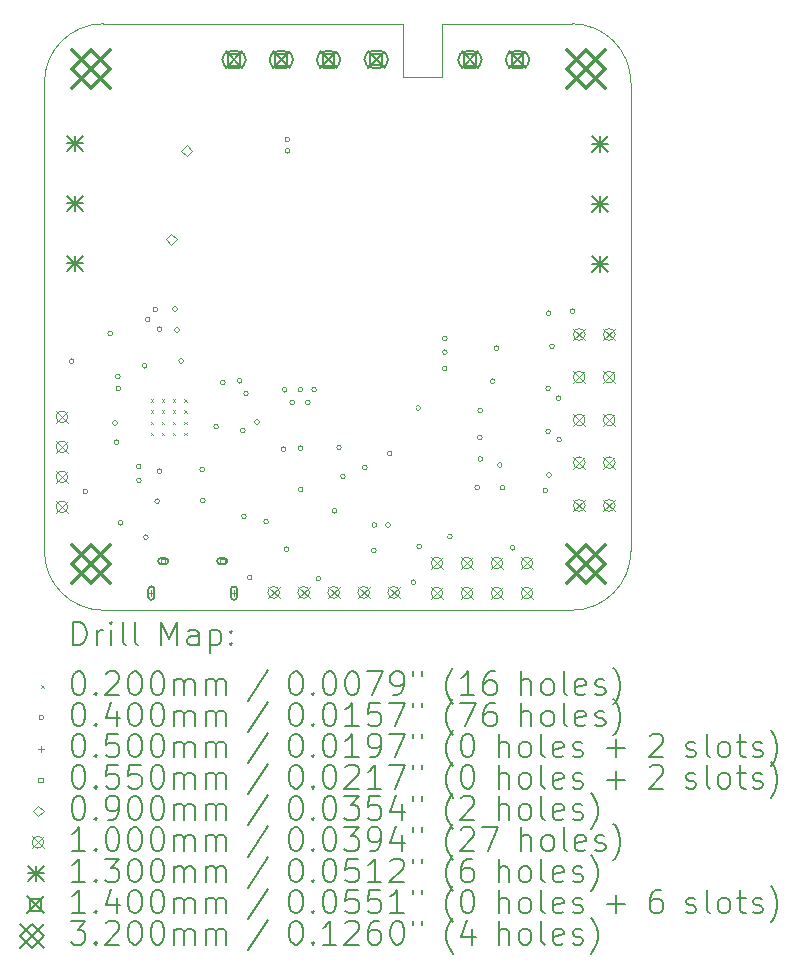
<source format=gbr>
%TF.GenerationSoftware,KiCad,Pcbnew,(7.0.0)*%
%TF.CreationDate,2023-09-29T14:03:24-04:00*%
%TF.ProjectId,_HW_HotPlate,5f48575f-486f-4745-906c-6174652e6b69,rev?*%
%TF.SameCoordinates,Original*%
%TF.FileFunction,Drillmap*%
%TF.FilePolarity,Positive*%
%FSLAX45Y45*%
G04 Gerber Fmt 4.5, Leading zero omitted, Abs format (unit mm)*
G04 Created by KiCad (PCBNEW (7.0.0)) date 2023-09-29 14:03:24*
%MOMM*%
%LPD*%
G01*
G04 APERTURE LIST*
%ADD10C,0.100000*%
%ADD11C,0.200000*%
%ADD12C,0.020000*%
%ADD13C,0.040000*%
%ADD14C,0.050000*%
%ADD15C,0.055000*%
%ADD16C,0.090000*%
%ADD17C,0.130000*%
%ADD18C,0.140000*%
%ADD19C,0.320000*%
G04 APERTURE END LIST*
D10*
X16010000Y-17665700D02*
G75*
G03*
X16510000Y-17165700I0J500000D01*
G01*
X16010000Y-17665700D02*
X12044300Y-17665700D01*
X14584680Y-12700000D02*
X12044300Y-12700000D01*
X14909800Y-13154660D02*
X14584680Y-13154660D01*
X12044300Y-12700000D02*
G75*
G03*
X11544300Y-13200000I0J-500000D01*
G01*
X11544300Y-17165700D02*
X11544300Y-13200000D01*
X16010000Y-12700000D02*
X14909800Y-12700000D01*
X16510000Y-13200000D02*
X16510000Y-17165700D01*
X11544300Y-17165700D02*
G75*
G03*
X12044300Y-17665700I500000J0D01*
G01*
X14584680Y-13154660D02*
X14584680Y-12700000D01*
X16510000Y-13200000D02*
G75*
G03*
X16010000Y-12700000I-500000J0D01*
G01*
X14909800Y-12700000D02*
X14909800Y-13153390D01*
D11*
D12*
X12444120Y-15879220D02*
X12464120Y-15899220D01*
X12464120Y-15879220D02*
X12444120Y-15899220D01*
X12444120Y-15974220D02*
X12464120Y-15994220D01*
X12464120Y-15974220D02*
X12444120Y-15994220D01*
X12444120Y-16069220D02*
X12464120Y-16089220D01*
X12464120Y-16069220D02*
X12444120Y-16089220D01*
X12444120Y-16164220D02*
X12464120Y-16184220D01*
X12464120Y-16164220D02*
X12444120Y-16184220D01*
X12539120Y-15879220D02*
X12559120Y-15899220D01*
X12559120Y-15879220D02*
X12539120Y-15899220D01*
X12539120Y-15974220D02*
X12559120Y-15994220D01*
X12559120Y-15974220D02*
X12539120Y-15994220D01*
X12539120Y-16069220D02*
X12559120Y-16089220D01*
X12559120Y-16069220D02*
X12539120Y-16089220D01*
X12539120Y-16164220D02*
X12559120Y-16184220D01*
X12559120Y-16164220D02*
X12539120Y-16184220D01*
X12634120Y-15879220D02*
X12654120Y-15899220D01*
X12654120Y-15879220D02*
X12634120Y-15899220D01*
X12634120Y-15974220D02*
X12654120Y-15994220D01*
X12654120Y-15974220D02*
X12634120Y-15994220D01*
X12634120Y-16069220D02*
X12654120Y-16089220D01*
X12654120Y-16069220D02*
X12634120Y-16089220D01*
X12634120Y-16164220D02*
X12654120Y-16184220D01*
X12654120Y-16164220D02*
X12634120Y-16184220D01*
X12729120Y-15879220D02*
X12749120Y-15899220D01*
X12749120Y-15879220D02*
X12729120Y-15899220D01*
X12729120Y-15974220D02*
X12749120Y-15994220D01*
X12749120Y-15974220D02*
X12729120Y-15994220D01*
X12729120Y-16069220D02*
X12749120Y-16089220D01*
X12749120Y-16069220D02*
X12729120Y-16089220D01*
X12729120Y-16164220D02*
X12749120Y-16184220D01*
X12749120Y-16164220D02*
X12729120Y-16184220D01*
D13*
X11795440Y-15557500D02*
G75*
G03*
X11795440Y-15557500I-20000J0D01*
G01*
X11911890Y-16659470D02*
G75*
G03*
X11911890Y-16659470I-20000J0D01*
G01*
X12120560Y-15323310D02*
G75*
G03*
X12120560Y-15323310I-20000J0D01*
G01*
X12161200Y-16080740D02*
G75*
G03*
X12161200Y-16080740I-20000J0D01*
G01*
X12173900Y-16243300D02*
G75*
G03*
X12173900Y-16243300I-20000J0D01*
G01*
X12186600Y-15687040D02*
G75*
G03*
X12186600Y-15687040I-20000J0D01*
G01*
X12190410Y-15789910D02*
G75*
G03*
X12190410Y-15789910I-20000J0D01*
G01*
X12208017Y-16925463D02*
G75*
G03*
X12208017Y-16925463I-20000J0D01*
G01*
X12361860Y-16449040D02*
G75*
G03*
X12361860Y-16449040I-20000J0D01*
G01*
X12364573Y-16566053D02*
G75*
G03*
X12364573Y-16566053I-20000J0D01*
G01*
X12412660Y-15595600D02*
G75*
G03*
X12412660Y-15595600I-20000J0D01*
G01*
X12423917Y-17047383D02*
G75*
G03*
X12423917Y-17047383I-20000J0D01*
G01*
X12438060Y-15204440D02*
G75*
G03*
X12438060Y-15204440I-20000J0D01*
G01*
X12504100Y-15120620D02*
G75*
G03*
X12504100Y-15120620I-20000J0D01*
G01*
X12519340Y-16742150D02*
G75*
G03*
X12519340Y-16742150I-20000J0D01*
G01*
X12539660Y-15285720D02*
G75*
G03*
X12539660Y-15285720I-20000J0D01*
G01*
X12539660Y-16489680D02*
G75*
G03*
X12539660Y-16489680I-20000J0D01*
G01*
X12669200Y-15115540D02*
G75*
G03*
X12669200Y-15115540I-20000J0D01*
G01*
X12686980Y-15293340D02*
G75*
G03*
X12686980Y-15293340I-20000J0D01*
G01*
X12722540Y-15554960D02*
G75*
G03*
X12722540Y-15554960I-20000J0D01*
G01*
X12901350Y-16474440D02*
G75*
G03*
X12901350Y-16474440I-20000J0D01*
G01*
X12905420Y-16738600D02*
G75*
G03*
X12905420Y-16738600I-20000J0D01*
G01*
X13018210Y-16112250D02*
G75*
G03*
X13018210Y-16112250I-20000J0D01*
G01*
X13075600Y-15737840D02*
G75*
G03*
X13075600Y-15737840I-20000J0D01*
G01*
X13217840Y-15722600D02*
G75*
G03*
X13217840Y-15722600I-20000J0D01*
G01*
X13243240Y-16143230D02*
G75*
G03*
X13243240Y-16143230I-20000J0D01*
G01*
X13253400Y-16870680D02*
G75*
G03*
X13253400Y-16870680I-20000J0D01*
G01*
X13271180Y-15831610D02*
G75*
G03*
X13271180Y-15831610I-20000J0D01*
G01*
X13301660Y-17388840D02*
G75*
G03*
X13301660Y-17388840I-20000J0D01*
G01*
X13365160Y-16073120D02*
G75*
G03*
X13365160Y-16073120I-20000J0D01*
G01*
X13441360Y-16916400D02*
G75*
G03*
X13441360Y-16916400I-20000J0D01*
G01*
X13588680Y-16301720D02*
G75*
G03*
X13588680Y-16301720I-20000J0D01*
G01*
X13598840Y-15798800D02*
G75*
G03*
X13598840Y-15798800I-20000J0D01*
G01*
X13614329Y-17149070D02*
G75*
G03*
X13614329Y-17149070I-20000J0D01*
G01*
X13621700Y-13680440D02*
G75*
G03*
X13621700Y-13680440I-20000J0D01*
G01*
X13621700Y-13776960D02*
G75*
G03*
X13621700Y-13776960I-20000J0D01*
G01*
X13662340Y-15908020D02*
G75*
G03*
X13662340Y-15908020I-20000J0D01*
G01*
X13730920Y-15798800D02*
G75*
G03*
X13730920Y-15798800I-20000J0D01*
G01*
X13733460Y-16294100D02*
G75*
G03*
X13733460Y-16294100I-20000J0D01*
G01*
X13733460Y-16644620D02*
G75*
G03*
X13733460Y-16644620I-20000J0D01*
G01*
X13794420Y-15908020D02*
G75*
G03*
X13794420Y-15908020I-20000J0D01*
G01*
X13847760Y-15798800D02*
G75*
G03*
X13847760Y-15798800I-20000J0D01*
G01*
X13883320Y-17399000D02*
G75*
G03*
X13883320Y-17399000I-20000J0D01*
G01*
X14020480Y-16824960D02*
G75*
G03*
X14020480Y-16824960I-20000J0D01*
G01*
X14058580Y-16288010D02*
G75*
G03*
X14058580Y-16288010I-20000J0D01*
G01*
X14092250Y-16532210D02*
G75*
G03*
X14092250Y-16532210I-20000J0D01*
G01*
X14277020Y-16457975D02*
G75*
G03*
X14277020Y-16457975I-20000J0D01*
G01*
X14353220Y-17160240D02*
G75*
G03*
X14353220Y-17160240I-20000J0D01*
G01*
X14358300Y-16944340D02*
G75*
G03*
X14358300Y-16944340I-20000J0D01*
G01*
X14472600Y-16944340D02*
G75*
G03*
X14472600Y-16944340I-20000J0D01*
G01*
X14487840Y-16337280D02*
G75*
G03*
X14487840Y-16337280I-20000J0D01*
G01*
X14688500Y-17429480D02*
G75*
G03*
X14688500Y-17429480I-20000J0D01*
G01*
X14729140Y-15953130D02*
G75*
G03*
X14729140Y-15953130I-20000J0D01*
G01*
X14737097Y-17127053D02*
G75*
G03*
X14737097Y-17127053I-20000J0D01*
G01*
X14952660Y-15618460D02*
G75*
G03*
X14952660Y-15618460I-20000J0D01*
G01*
X14955200Y-15364460D02*
G75*
G03*
X14955200Y-15364460I-20000J0D01*
G01*
X14955200Y-15481300D02*
G75*
G03*
X14955200Y-15481300I-20000J0D01*
G01*
X14997558Y-17042902D02*
G75*
G03*
X14997558Y-17042902I-20000J0D01*
G01*
X15229475Y-16626885D02*
G75*
G03*
X15229475Y-16626885I-20000J0D01*
G01*
X15249840Y-16202660D02*
G75*
G03*
X15249840Y-16202660I-20000J0D01*
G01*
X15254875Y-16385495D02*
G75*
G03*
X15254875Y-16385495I-20000J0D01*
G01*
X15254920Y-15974060D02*
G75*
G03*
X15254920Y-15974060I-20000J0D01*
G01*
X15360542Y-15726622D02*
G75*
G03*
X15360542Y-15726622I-20000J0D01*
G01*
X15392080Y-15445740D02*
G75*
G03*
X15392080Y-15445740I-20000J0D01*
G01*
X15420020Y-16436340D02*
G75*
G03*
X15420020Y-16436340I-20000J0D01*
G01*
X15442880Y-16627604D02*
G75*
G03*
X15442880Y-16627604I-20000J0D01*
G01*
X15529460Y-17137380D02*
G75*
G03*
X15529460Y-17137380I-20000J0D01*
G01*
X15806100Y-16652240D02*
G75*
G03*
X15806100Y-16652240I-20000J0D01*
G01*
X15828960Y-15787120D02*
G75*
G03*
X15828960Y-15787120I-20000J0D01*
G01*
X15828960Y-16150340D02*
G75*
G03*
X15828960Y-16150340I-20000J0D01*
G01*
X15834040Y-15151100D02*
G75*
G03*
X15834040Y-15151100I-20000J0D01*
G01*
X15836580Y-16521869D02*
G75*
G03*
X15836580Y-16521869I-20000J0D01*
G01*
X15861980Y-15430500D02*
G75*
G03*
X15861980Y-15430500I-20000J0D01*
G01*
X15917860Y-15869349D02*
G75*
G03*
X15917860Y-15869349I-20000J0D01*
G01*
X15922583Y-16222194D02*
G75*
G03*
X15922583Y-16222194I-20000J0D01*
G01*
X16037240Y-15133320D02*
G75*
G03*
X16037240Y-15133320I-20000J0D01*
G01*
D14*
X12450000Y-17495920D02*
X12450000Y-17545920D01*
X12425000Y-17520920D02*
X12475000Y-17520920D01*
D11*
X12425000Y-17488420D02*
X12425000Y-17553420D01*
X12425000Y-17553420D02*
G75*
G03*
X12475000Y-17553420I25000J0D01*
G01*
X12475000Y-17553420D02*
X12475000Y-17488420D01*
X12475000Y-17488420D02*
G75*
G03*
X12425000Y-17488420I-25000J0D01*
G01*
D14*
X13150000Y-17495920D02*
X13150000Y-17545920D01*
X13125000Y-17520920D02*
X13175000Y-17520920D01*
D11*
X13125000Y-17488420D02*
X13125000Y-17553420D01*
X13125000Y-17553420D02*
G75*
G03*
X13175000Y-17553420I25000J0D01*
G01*
X13175000Y-17553420D02*
X13175000Y-17488420D01*
X13175000Y-17488420D02*
G75*
G03*
X13125000Y-17488420I-25000J0D01*
G01*
D15*
X12569446Y-17270366D02*
X12569446Y-17231474D01*
X12530554Y-17231474D01*
X12530554Y-17270366D01*
X12569446Y-17270366D01*
D11*
X12535000Y-17278420D02*
X12565000Y-17278420D01*
X12565000Y-17278420D02*
G75*
G03*
X12565000Y-17223420I0J27500D01*
G01*
X12565000Y-17223420D02*
X12535000Y-17223420D01*
X12535000Y-17223420D02*
G75*
G03*
X12535000Y-17278420I0J-27500D01*
G01*
D15*
X13069446Y-17270366D02*
X13069446Y-17231474D01*
X13030554Y-17231474D01*
X13030554Y-17270366D01*
X13069446Y-17270366D01*
D11*
X13035000Y-17278420D02*
X13065000Y-17278420D01*
X13065000Y-17278420D02*
G75*
G03*
X13065000Y-17223420I0J27500D01*
G01*
X13065000Y-17223420D02*
X13035000Y-17223420D01*
X13035000Y-17223420D02*
G75*
G03*
X13035000Y-17278420I0J-27500D01*
G01*
D16*
X12619760Y-14570340D02*
X12664760Y-14525340D01*
X12619760Y-14480340D01*
X12574760Y-14525340D01*
X12619760Y-14570340D01*
X12749760Y-13820340D02*
X12794760Y-13775340D01*
X12749760Y-13730340D01*
X12704760Y-13775340D01*
X12749760Y-13820340D01*
D10*
X11642200Y-15978480D02*
X11742200Y-16078480D01*
X11742200Y-15978480D02*
X11642200Y-16078480D01*
X11742200Y-16028480D02*
G75*
G03*
X11742200Y-16028480I-50000J0D01*
G01*
X11642200Y-16232480D02*
X11742200Y-16332480D01*
X11742200Y-16232480D02*
X11642200Y-16332480D01*
X11742200Y-16282480D02*
G75*
G03*
X11742200Y-16282480I-50000J0D01*
G01*
X11642200Y-16486480D02*
X11742200Y-16586480D01*
X11742200Y-16486480D02*
X11642200Y-16586480D01*
X11742200Y-16536480D02*
G75*
G03*
X11742200Y-16536480I-50000J0D01*
G01*
X11642200Y-16740480D02*
X11742200Y-16840480D01*
X11742200Y-16740480D02*
X11642200Y-16840480D01*
X11742200Y-16790480D02*
G75*
G03*
X11742200Y-16790480I-50000J0D01*
G01*
X13435400Y-17465260D02*
X13535400Y-17565260D01*
X13535400Y-17465260D02*
X13435400Y-17565260D01*
X13535400Y-17515260D02*
G75*
G03*
X13535400Y-17515260I-50000J0D01*
G01*
X13689400Y-17465260D02*
X13789400Y-17565260D01*
X13789400Y-17465260D02*
X13689400Y-17565260D01*
X13789400Y-17515260D02*
G75*
G03*
X13789400Y-17515260I-50000J0D01*
G01*
X13943400Y-17465260D02*
X14043400Y-17565260D01*
X14043400Y-17465260D02*
X13943400Y-17565260D01*
X14043400Y-17515260D02*
G75*
G03*
X14043400Y-17515260I-50000J0D01*
G01*
X14197400Y-17465260D02*
X14297400Y-17565260D01*
X14297400Y-17465260D02*
X14197400Y-17565260D01*
X14297400Y-17515260D02*
G75*
G03*
X14297400Y-17515260I-50000J0D01*
G01*
X14451400Y-17465260D02*
X14551400Y-17565260D01*
X14551400Y-17465260D02*
X14451400Y-17565260D01*
X14551400Y-17515260D02*
G75*
G03*
X14551400Y-17515260I-50000J0D01*
G01*
X14817700Y-17215760D02*
X14917700Y-17315760D01*
X14917700Y-17215760D02*
X14817700Y-17315760D01*
X14917700Y-17265760D02*
G75*
G03*
X14917700Y-17265760I-50000J0D01*
G01*
X14817700Y-17469760D02*
X14917700Y-17569760D01*
X14917700Y-17469760D02*
X14817700Y-17569760D01*
X14917700Y-17519760D02*
G75*
G03*
X14917700Y-17519760I-50000J0D01*
G01*
X15071700Y-17215760D02*
X15171700Y-17315760D01*
X15171700Y-17215760D02*
X15071700Y-17315760D01*
X15171700Y-17265760D02*
G75*
G03*
X15171700Y-17265760I-50000J0D01*
G01*
X15071700Y-17469760D02*
X15171700Y-17569760D01*
X15171700Y-17469760D02*
X15071700Y-17569760D01*
X15171700Y-17519760D02*
G75*
G03*
X15171700Y-17519760I-50000J0D01*
G01*
X15325700Y-17215760D02*
X15425700Y-17315760D01*
X15425700Y-17215760D02*
X15325700Y-17315760D01*
X15425700Y-17265760D02*
G75*
G03*
X15425700Y-17265760I-50000J0D01*
G01*
X15325700Y-17469760D02*
X15425700Y-17569760D01*
X15425700Y-17469760D02*
X15325700Y-17569760D01*
X15425700Y-17519760D02*
G75*
G03*
X15425700Y-17519760I-50000J0D01*
G01*
X15579700Y-17215760D02*
X15679700Y-17315760D01*
X15679700Y-17215760D02*
X15579700Y-17315760D01*
X15679700Y-17265760D02*
G75*
G03*
X15679700Y-17265760I-50000J0D01*
G01*
X15579700Y-17469760D02*
X15679700Y-17569760D01*
X15679700Y-17469760D02*
X15579700Y-17569760D01*
X15679700Y-17519760D02*
G75*
G03*
X15679700Y-17519760I-50000J0D01*
G01*
X16022580Y-15281480D02*
X16122580Y-15381480D01*
X16122580Y-15281480D02*
X16022580Y-15381480D01*
X16122580Y-15331480D02*
G75*
G03*
X16122580Y-15331480I-50000J0D01*
G01*
X16022580Y-15642160D02*
X16122580Y-15742160D01*
X16122580Y-15642160D02*
X16022580Y-15742160D01*
X16122580Y-15692160D02*
G75*
G03*
X16122580Y-15692160I-50000J0D01*
G01*
X16022580Y-16005380D02*
X16122580Y-16105380D01*
X16122580Y-16005380D02*
X16022580Y-16105380D01*
X16122580Y-16055380D02*
G75*
G03*
X16122580Y-16055380I-50000J0D01*
G01*
X16022580Y-16366840D02*
X16122580Y-16466840D01*
X16122580Y-16366840D02*
X16022580Y-16466840D01*
X16122580Y-16416840D02*
G75*
G03*
X16122580Y-16416840I-50000J0D01*
G01*
X16022580Y-16729280D02*
X16122580Y-16829280D01*
X16122580Y-16729280D02*
X16022580Y-16829280D01*
X16122580Y-16779280D02*
G75*
G03*
X16122580Y-16779280I-50000J0D01*
G01*
X16276580Y-15281480D02*
X16376580Y-15381480D01*
X16376580Y-15281480D02*
X16276580Y-15381480D01*
X16376580Y-15331480D02*
G75*
G03*
X16376580Y-15331480I-50000J0D01*
G01*
X16276580Y-15642160D02*
X16376580Y-15742160D01*
X16376580Y-15642160D02*
X16276580Y-15742160D01*
X16376580Y-15692160D02*
G75*
G03*
X16376580Y-15692160I-50000J0D01*
G01*
X16276580Y-16005380D02*
X16376580Y-16105380D01*
X16376580Y-16005380D02*
X16276580Y-16105380D01*
X16376580Y-16055380D02*
G75*
G03*
X16376580Y-16055380I-50000J0D01*
G01*
X16276580Y-16366840D02*
X16376580Y-16466840D01*
X16376580Y-16366840D02*
X16276580Y-16466840D01*
X16376580Y-16416840D02*
G75*
G03*
X16376580Y-16416840I-50000J0D01*
G01*
X16276580Y-16729280D02*
X16376580Y-16829280D01*
X16376580Y-16729280D02*
X16276580Y-16829280D01*
X16376580Y-16779280D02*
G75*
G03*
X16376580Y-16779280I-50000J0D01*
G01*
D17*
X11738360Y-13647960D02*
X11868360Y-13777960D01*
X11868360Y-13647960D02*
X11738360Y-13777960D01*
X11803360Y-13647960D02*
X11803360Y-13777960D01*
X11738360Y-13712960D02*
X11868360Y-13712960D01*
X11738360Y-14155960D02*
X11868360Y-14285960D01*
X11868360Y-14155960D02*
X11738360Y-14285960D01*
X11803360Y-14155960D02*
X11803360Y-14285960D01*
X11738360Y-14220960D02*
X11868360Y-14220960D01*
X11738360Y-14663960D02*
X11868360Y-14793960D01*
X11868360Y-14663960D02*
X11738360Y-14793960D01*
X11803360Y-14663960D02*
X11803360Y-14793960D01*
X11738360Y-14728960D02*
X11868360Y-14728960D01*
X16183380Y-13653540D02*
X16313380Y-13783540D01*
X16313380Y-13653540D02*
X16183380Y-13783540D01*
X16248380Y-13653540D02*
X16248380Y-13783540D01*
X16183380Y-13718540D02*
X16313380Y-13718540D01*
X16183380Y-14161540D02*
X16313380Y-14291540D01*
X16313380Y-14161540D02*
X16183380Y-14291540D01*
X16248380Y-14161540D02*
X16248380Y-14291540D01*
X16183380Y-14226540D02*
X16313380Y-14226540D01*
X16183380Y-14669540D02*
X16313380Y-14799540D01*
X16313380Y-14669540D02*
X16183380Y-14799540D01*
X16248380Y-14669540D02*
X16248380Y-14799540D01*
X16183380Y-14734540D02*
X16313380Y-14734540D01*
D18*
X13080040Y-12934800D02*
X13220040Y-13074800D01*
X13220040Y-12934800D02*
X13080040Y-13074800D01*
X13199538Y-13054298D02*
X13199538Y-12955302D01*
X13100542Y-12955302D01*
X13100542Y-13054298D01*
X13199538Y-13054298D01*
D11*
X13120040Y-13074800D02*
X13180040Y-13074800D01*
X13180040Y-13074800D02*
G75*
G03*
X13180040Y-12934800I0J70000D01*
G01*
X13180040Y-12934800D02*
X13120040Y-12934800D01*
X13120040Y-12934800D02*
G75*
G03*
X13120040Y-13074800I0J-70000D01*
G01*
D18*
X13480040Y-12934800D02*
X13620040Y-13074800D01*
X13620040Y-12934800D02*
X13480040Y-13074800D01*
X13599538Y-13054298D02*
X13599538Y-12955302D01*
X13500542Y-12955302D01*
X13500542Y-13054298D01*
X13599538Y-13054298D01*
D11*
X13520040Y-13074800D02*
X13580040Y-13074800D01*
X13580040Y-13074800D02*
G75*
G03*
X13580040Y-12934800I0J70000D01*
G01*
X13580040Y-12934800D02*
X13520040Y-12934800D01*
X13520040Y-12934800D02*
G75*
G03*
X13520040Y-13074800I0J-70000D01*
G01*
D18*
X13880040Y-12934800D02*
X14020040Y-13074800D01*
X14020040Y-12934800D02*
X13880040Y-13074800D01*
X13999538Y-13054298D02*
X13999538Y-12955302D01*
X13900542Y-12955302D01*
X13900542Y-13054298D01*
X13999538Y-13054298D01*
D11*
X13920040Y-13074800D02*
X13980040Y-13074800D01*
X13980040Y-13074800D02*
G75*
G03*
X13980040Y-12934800I0J70000D01*
G01*
X13980040Y-12934800D02*
X13920040Y-12934800D01*
X13920040Y-12934800D02*
G75*
G03*
X13920040Y-13074800I0J-70000D01*
G01*
D18*
X14284040Y-12931800D02*
X14424040Y-13071800D01*
X14424040Y-12931800D02*
X14284040Y-13071800D01*
X14403538Y-13051298D02*
X14403538Y-12952302D01*
X14304542Y-12952302D01*
X14304542Y-13051298D01*
X14403538Y-13051298D01*
D11*
X14324040Y-13071800D02*
X14384040Y-13071800D01*
X14384040Y-13071800D02*
G75*
G03*
X14384040Y-12931800I0J70000D01*
G01*
X14384040Y-12931800D02*
X14324040Y-12931800D01*
X14324040Y-12931800D02*
G75*
G03*
X14324040Y-13071800I0J-70000D01*
G01*
D18*
X15077040Y-12934800D02*
X15217040Y-13074800D01*
X15217040Y-12934800D02*
X15077040Y-13074800D01*
X15196538Y-13054298D02*
X15196538Y-12955302D01*
X15097542Y-12955302D01*
X15097542Y-13054298D01*
X15196538Y-13054298D01*
D11*
X15117040Y-13074800D02*
X15177040Y-13074800D01*
X15177040Y-13074800D02*
G75*
G03*
X15177040Y-12934800I0J70000D01*
G01*
X15177040Y-12934800D02*
X15117040Y-12934800D01*
X15117040Y-12934800D02*
G75*
G03*
X15117040Y-13074800I0J-70000D01*
G01*
D18*
X15480040Y-12934800D02*
X15620040Y-13074800D01*
X15620040Y-12934800D02*
X15480040Y-13074800D01*
X15599538Y-13054298D02*
X15599538Y-12955302D01*
X15500542Y-12955302D01*
X15500542Y-13054298D01*
X15599538Y-13054298D01*
D11*
X15520040Y-13074800D02*
X15580040Y-13074800D01*
X15580040Y-13074800D02*
G75*
G03*
X15580040Y-12934800I0J70000D01*
G01*
X15580040Y-12934800D02*
X15520040Y-12934800D01*
X15520040Y-12934800D02*
G75*
G03*
X15520040Y-13074800I0J-70000D01*
G01*
D19*
X11778000Y-12921000D02*
X12098000Y-13241000D01*
X12098000Y-12921000D02*
X11778000Y-13241000D01*
X11938000Y-13241000D02*
X12098000Y-13081000D01*
X11938000Y-12921000D01*
X11778000Y-13081000D01*
X11938000Y-13241000D01*
X11778000Y-17112000D02*
X12098000Y-17432000D01*
X12098000Y-17112000D02*
X11778000Y-17432000D01*
X11938000Y-17432000D02*
X12098000Y-17272000D01*
X11938000Y-17112000D01*
X11778000Y-17272000D01*
X11938000Y-17432000D01*
X15969000Y-12921000D02*
X16289000Y-13241000D01*
X16289000Y-12921000D02*
X15969000Y-13241000D01*
X16129000Y-13241000D02*
X16289000Y-13081000D01*
X16129000Y-12921000D01*
X15969000Y-13081000D01*
X16129000Y-13241000D01*
X15969000Y-17112000D02*
X16289000Y-17432000D01*
X16289000Y-17112000D02*
X15969000Y-17432000D01*
X16129000Y-17432000D02*
X16289000Y-17272000D01*
X16129000Y-17112000D01*
X15969000Y-17272000D01*
X16129000Y-17432000D01*
D11*
X11786919Y-17964176D02*
X11786919Y-17764176D01*
X11786919Y-17764176D02*
X11834538Y-17764176D01*
X11834538Y-17764176D02*
X11863109Y-17773700D01*
X11863109Y-17773700D02*
X11882157Y-17792748D01*
X11882157Y-17792748D02*
X11891681Y-17811795D01*
X11891681Y-17811795D02*
X11901205Y-17849890D01*
X11901205Y-17849890D02*
X11901205Y-17878462D01*
X11901205Y-17878462D02*
X11891681Y-17916557D01*
X11891681Y-17916557D02*
X11882157Y-17935605D01*
X11882157Y-17935605D02*
X11863109Y-17954652D01*
X11863109Y-17954652D02*
X11834538Y-17964176D01*
X11834538Y-17964176D02*
X11786919Y-17964176D01*
X11986919Y-17964176D02*
X11986919Y-17830843D01*
X11986919Y-17868938D02*
X11996443Y-17849890D01*
X11996443Y-17849890D02*
X12005967Y-17840367D01*
X12005967Y-17840367D02*
X12025014Y-17830843D01*
X12025014Y-17830843D02*
X12044062Y-17830843D01*
X12110728Y-17964176D02*
X12110728Y-17830843D01*
X12110728Y-17764176D02*
X12101205Y-17773700D01*
X12101205Y-17773700D02*
X12110728Y-17783224D01*
X12110728Y-17783224D02*
X12120252Y-17773700D01*
X12120252Y-17773700D02*
X12110728Y-17764176D01*
X12110728Y-17764176D02*
X12110728Y-17783224D01*
X12234538Y-17964176D02*
X12215490Y-17954652D01*
X12215490Y-17954652D02*
X12205967Y-17935605D01*
X12205967Y-17935605D02*
X12205967Y-17764176D01*
X12339300Y-17964176D02*
X12320252Y-17954652D01*
X12320252Y-17954652D02*
X12310728Y-17935605D01*
X12310728Y-17935605D02*
X12310728Y-17764176D01*
X12535490Y-17964176D02*
X12535490Y-17764176D01*
X12535490Y-17764176D02*
X12602157Y-17907033D01*
X12602157Y-17907033D02*
X12668824Y-17764176D01*
X12668824Y-17764176D02*
X12668824Y-17964176D01*
X12849776Y-17964176D02*
X12849776Y-17859414D01*
X12849776Y-17859414D02*
X12840252Y-17840367D01*
X12840252Y-17840367D02*
X12821205Y-17830843D01*
X12821205Y-17830843D02*
X12783109Y-17830843D01*
X12783109Y-17830843D02*
X12764062Y-17840367D01*
X12849776Y-17954652D02*
X12830728Y-17964176D01*
X12830728Y-17964176D02*
X12783109Y-17964176D01*
X12783109Y-17964176D02*
X12764062Y-17954652D01*
X12764062Y-17954652D02*
X12754538Y-17935605D01*
X12754538Y-17935605D02*
X12754538Y-17916557D01*
X12754538Y-17916557D02*
X12764062Y-17897510D01*
X12764062Y-17897510D02*
X12783109Y-17887986D01*
X12783109Y-17887986D02*
X12830728Y-17887986D01*
X12830728Y-17887986D02*
X12849776Y-17878462D01*
X12945014Y-17830843D02*
X12945014Y-18030843D01*
X12945014Y-17840367D02*
X12964062Y-17830843D01*
X12964062Y-17830843D02*
X13002157Y-17830843D01*
X13002157Y-17830843D02*
X13021205Y-17840367D01*
X13021205Y-17840367D02*
X13030728Y-17849890D01*
X13030728Y-17849890D02*
X13040252Y-17868938D01*
X13040252Y-17868938D02*
X13040252Y-17926081D01*
X13040252Y-17926081D02*
X13030728Y-17945129D01*
X13030728Y-17945129D02*
X13021205Y-17954652D01*
X13021205Y-17954652D02*
X13002157Y-17964176D01*
X13002157Y-17964176D02*
X12964062Y-17964176D01*
X12964062Y-17964176D02*
X12945014Y-17954652D01*
X13125967Y-17945129D02*
X13135490Y-17954652D01*
X13135490Y-17954652D02*
X13125967Y-17964176D01*
X13125967Y-17964176D02*
X13116443Y-17954652D01*
X13116443Y-17954652D02*
X13125967Y-17945129D01*
X13125967Y-17945129D02*
X13125967Y-17964176D01*
X13125967Y-17840367D02*
X13135490Y-17849890D01*
X13135490Y-17849890D02*
X13125967Y-17859414D01*
X13125967Y-17859414D02*
X13116443Y-17849890D01*
X13116443Y-17849890D02*
X13125967Y-17840367D01*
X13125967Y-17840367D02*
X13125967Y-17859414D01*
D12*
X11519300Y-18300700D02*
X11539300Y-18320700D01*
X11539300Y-18300700D02*
X11519300Y-18320700D01*
D11*
X11825014Y-18184176D02*
X11844062Y-18184176D01*
X11844062Y-18184176D02*
X11863109Y-18193700D01*
X11863109Y-18193700D02*
X11872633Y-18203224D01*
X11872633Y-18203224D02*
X11882157Y-18222271D01*
X11882157Y-18222271D02*
X11891681Y-18260367D01*
X11891681Y-18260367D02*
X11891681Y-18307986D01*
X11891681Y-18307986D02*
X11882157Y-18346081D01*
X11882157Y-18346081D02*
X11872633Y-18365129D01*
X11872633Y-18365129D02*
X11863109Y-18374652D01*
X11863109Y-18374652D02*
X11844062Y-18384176D01*
X11844062Y-18384176D02*
X11825014Y-18384176D01*
X11825014Y-18384176D02*
X11805967Y-18374652D01*
X11805967Y-18374652D02*
X11796443Y-18365129D01*
X11796443Y-18365129D02*
X11786919Y-18346081D01*
X11786919Y-18346081D02*
X11777395Y-18307986D01*
X11777395Y-18307986D02*
X11777395Y-18260367D01*
X11777395Y-18260367D02*
X11786919Y-18222271D01*
X11786919Y-18222271D02*
X11796443Y-18203224D01*
X11796443Y-18203224D02*
X11805967Y-18193700D01*
X11805967Y-18193700D02*
X11825014Y-18184176D01*
X11977395Y-18365129D02*
X11986919Y-18374652D01*
X11986919Y-18374652D02*
X11977395Y-18384176D01*
X11977395Y-18384176D02*
X11967871Y-18374652D01*
X11967871Y-18374652D02*
X11977395Y-18365129D01*
X11977395Y-18365129D02*
X11977395Y-18384176D01*
X12063109Y-18203224D02*
X12072633Y-18193700D01*
X12072633Y-18193700D02*
X12091681Y-18184176D01*
X12091681Y-18184176D02*
X12139300Y-18184176D01*
X12139300Y-18184176D02*
X12158348Y-18193700D01*
X12158348Y-18193700D02*
X12167871Y-18203224D01*
X12167871Y-18203224D02*
X12177395Y-18222271D01*
X12177395Y-18222271D02*
X12177395Y-18241319D01*
X12177395Y-18241319D02*
X12167871Y-18269890D01*
X12167871Y-18269890D02*
X12053586Y-18384176D01*
X12053586Y-18384176D02*
X12177395Y-18384176D01*
X12301205Y-18184176D02*
X12320252Y-18184176D01*
X12320252Y-18184176D02*
X12339300Y-18193700D01*
X12339300Y-18193700D02*
X12348824Y-18203224D01*
X12348824Y-18203224D02*
X12358348Y-18222271D01*
X12358348Y-18222271D02*
X12367871Y-18260367D01*
X12367871Y-18260367D02*
X12367871Y-18307986D01*
X12367871Y-18307986D02*
X12358348Y-18346081D01*
X12358348Y-18346081D02*
X12348824Y-18365129D01*
X12348824Y-18365129D02*
X12339300Y-18374652D01*
X12339300Y-18374652D02*
X12320252Y-18384176D01*
X12320252Y-18384176D02*
X12301205Y-18384176D01*
X12301205Y-18384176D02*
X12282157Y-18374652D01*
X12282157Y-18374652D02*
X12272633Y-18365129D01*
X12272633Y-18365129D02*
X12263109Y-18346081D01*
X12263109Y-18346081D02*
X12253586Y-18307986D01*
X12253586Y-18307986D02*
X12253586Y-18260367D01*
X12253586Y-18260367D02*
X12263109Y-18222271D01*
X12263109Y-18222271D02*
X12272633Y-18203224D01*
X12272633Y-18203224D02*
X12282157Y-18193700D01*
X12282157Y-18193700D02*
X12301205Y-18184176D01*
X12491681Y-18184176D02*
X12510729Y-18184176D01*
X12510729Y-18184176D02*
X12529776Y-18193700D01*
X12529776Y-18193700D02*
X12539300Y-18203224D01*
X12539300Y-18203224D02*
X12548824Y-18222271D01*
X12548824Y-18222271D02*
X12558348Y-18260367D01*
X12558348Y-18260367D02*
X12558348Y-18307986D01*
X12558348Y-18307986D02*
X12548824Y-18346081D01*
X12548824Y-18346081D02*
X12539300Y-18365129D01*
X12539300Y-18365129D02*
X12529776Y-18374652D01*
X12529776Y-18374652D02*
X12510729Y-18384176D01*
X12510729Y-18384176D02*
X12491681Y-18384176D01*
X12491681Y-18384176D02*
X12472633Y-18374652D01*
X12472633Y-18374652D02*
X12463109Y-18365129D01*
X12463109Y-18365129D02*
X12453586Y-18346081D01*
X12453586Y-18346081D02*
X12444062Y-18307986D01*
X12444062Y-18307986D02*
X12444062Y-18260367D01*
X12444062Y-18260367D02*
X12453586Y-18222271D01*
X12453586Y-18222271D02*
X12463109Y-18203224D01*
X12463109Y-18203224D02*
X12472633Y-18193700D01*
X12472633Y-18193700D02*
X12491681Y-18184176D01*
X12644062Y-18384176D02*
X12644062Y-18250843D01*
X12644062Y-18269890D02*
X12653586Y-18260367D01*
X12653586Y-18260367D02*
X12672633Y-18250843D01*
X12672633Y-18250843D02*
X12701205Y-18250843D01*
X12701205Y-18250843D02*
X12720252Y-18260367D01*
X12720252Y-18260367D02*
X12729776Y-18279414D01*
X12729776Y-18279414D02*
X12729776Y-18384176D01*
X12729776Y-18279414D02*
X12739300Y-18260367D01*
X12739300Y-18260367D02*
X12758348Y-18250843D01*
X12758348Y-18250843D02*
X12786919Y-18250843D01*
X12786919Y-18250843D02*
X12805967Y-18260367D01*
X12805967Y-18260367D02*
X12815490Y-18279414D01*
X12815490Y-18279414D02*
X12815490Y-18384176D01*
X12910729Y-18384176D02*
X12910729Y-18250843D01*
X12910729Y-18269890D02*
X12920252Y-18260367D01*
X12920252Y-18260367D02*
X12939300Y-18250843D01*
X12939300Y-18250843D02*
X12967871Y-18250843D01*
X12967871Y-18250843D02*
X12986919Y-18260367D01*
X12986919Y-18260367D02*
X12996443Y-18279414D01*
X12996443Y-18279414D02*
X12996443Y-18384176D01*
X12996443Y-18279414D02*
X13005967Y-18260367D01*
X13005967Y-18260367D02*
X13025014Y-18250843D01*
X13025014Y-18250843D02*
X13053586Y-18250843D01*
X13053586Y-18250843D02*
X13072633Y-18260367D01*
X13072633Y-18260367D02*
X13082157Y-18279414D01*
X13082157Y-18279414D02*
X13082157Y-18384176D01*
X13440252Y-18174652D02*
X13268824Y-18431795D01*
X13665014Y-18184176D02*
X13684062Y-18184176D01*
X13684062Y-18184176D02*
X13703110Y-18193700D01*
X13703110Y-18193700D02*
X13712633Y-18203224D01*
X13712633Y-18203224D02*
X13722157Y-18222271D01*
X13722157Y-18222271D02*
X13731681Y-18260367D01*
X13731681Y-18260367D02*
X13731681Y-18307986D01*
X13731681Y-18307986D02*
X13722157Y-18346081D01*
X13722157Y-18346081D02*
X13712633Y-18365129D01*
X13712633Y-18365129D02*
X13703110Y-18374652D01*
X13703110Y-18374652D02*
X13684062Y-18384176D01*
X13684062Y-18384176D02*
X13665014Y-18384176D01*
X13665014Y-18384176D02*
X13645967Y-18374652D01*
X13645967Y-18374652D02*
X13636443Y-18365129D01*
X13636443Y-18365129D02*
X13626919Y-18346081D01*
X13626919Y-18346081D02*
X13617395Y-18307986D01*
X13617395Y-18307986D02*
X13617395Y-18260367D01*
X13617395Y-18260367D02*
X13626919Y-18222271D01*
X13626919Y-18222271D02*
X13636443Y-18203224D01*
X13636443Y-18203224D02*
X13645967Y-18193700D01*
X13645967Y-18193700D02*
X13665014Y-18184176D01*
X13817395Y-18365129D02*
X13826919Y-18374652D01*
X13826919Y-18374652D02*
X13817395Y-18384176D01*
X13817395Y-18384176D02*
X13807871Y-18374652D01*
X13807871Y-18374652D02*
X13817395Y-18365129D01*
X13817395Y-18365129D02*
X13817395Y-18384176D01*
X13950729Y-18184176D02*
X13969776Y-18184176D01*
X13969776Y-18184176D02*
X13988824Y-18193700D01*
X13988824Y-18193700D02*
X13998348Y-18203224D01*
X13998348Y-18203224D02*
X14007871Y-18222271D01*
X14007871Y-18222271D02*
X14017395Y-18260367D01*
X14017395Y-18260367D02*
X14017395Y-18307986D01*
X14017395Y-18307986D02*
X14007871Y-18346081D01*
X14007871Y-18346081D02*
X13998348Y-18365129D01*
X13998348Y-18365129D02*
X13988824Y-18374652D01*
X13988824Y-18374652D02*
X13969776Y-18384176D01*
X13969776Y-18384176D02*
X13950729Y-18384176D01*
X13950729Y-18384176D02*
X13931681Y-18374652D01*
X13931681Y-18374652D02*
X13922157Y-18365129D01*
X13922157Y-18365129D02*
X13912633Y-18346081D01*
X13912633Y-18346081D02*
X13903110Y-18307986D01*
X13903110Y-18307986D02*
X13903110Y-18260367D01*
X13903110Y-18260367D02*
X13912633Y-18222271D01*
X13912633Y-18222271D02*
X13922157Y-18203224D01*
X13922157Y-18203224D02*
X13931681Y-18193700D01*
X13931681Y-18193700D02*
X13950729Y-18184176D01*
X14141205Y-18184176D02*
X14160252Y-18184176D01*
X14160252Y-18184176D02*
X14179300Y-18193700D01*
X14179300Y-18193700D02*
X14188824Y-18203224D01*
X14188824Y-18203224D02*
X14198348Y-18222271D01*
X14198348Y-18222271D02*
X14207871Y-18260367D01*
X14207871Y-18260367D02*
X14207871Y-18307986D01*
X14207871Y-18307986D02*
X14198348Y-18346081D01*
X14198348Y-18346081D02*
X14188824Y-18365129D01*
X14188824Y-18365129D02*
X14179300Y-18374652D01*
X14179300Y-18374652D02*
X14160252Y-18384176D01*
X14160252Y-18384176D02*
X14141205Y-18384176D01*
X14141205Y-18384176D02*
X14122157Y-18374652D01*
X14122157Y-18374652D02*
X14112633Y-18365129D01*
X14112633Y-18365129D02*
X14103110Y-18346081D01*
X14103110Y-18346081D02*
X14093586Y-18307986D01*
X14093586Y-18307986D02*
X14093586Y-18260367D01*
X14093586Y-18260367D02*
X14103110Y-18222271D01*
X14103110Y-18222271D02*
X14112633Y-18203224D01*
X14112633Y-18203224D02*
X14122157Y-18193700D01*
X14122157Y-18193700D02*
X14141205Y-18184176D01*
X14274538Y-18184176D02*
X14407871Y-18184176D01*
X14407871Y-18184176D02*
X14322157Y-18384176D01*
X14493586Y-18384176D02*
X14531681Y-18384176D01*
X14531681Y-18384176D02*
X14550729Y-18374652D01*
X14550729Y-18374652D02*
X14560252Y-18365129D01*
X14560252Y-18365129D02*
X14579300Y-18336557D01*
X14579300Y-18336557D02*
X14588824Y-18298462D01*
X14588824Y-18298462D02*
X14588824Y-18222271D01*
X14588824Y-18222271D02*
X14579300Y-18203224D01*
X14579300Y-18203224D02*
X14569776Y-18193700D01*
X14569776Y-18193700D02*
X14550729Y-18184176D01*
X14550729Y-18184176D02*
X14512633Y-18184176D01*
X14512633Y-18184176D02*
X14493586Y-18193700D01*
X14493586Y-18193700D02*
X14484062Y-18203224D01*
X14484062Y-18203224D02*
X14474538Y-18222271D01*
X14474538Y-18222271D02*
X14474538Y-18269890D01*
X14474538Y-18269890D02*
X14484062Y-18288938D01*
X14484062Y-18288938D02*
X14493586Y-18298462D01*
X14493586Y-18298462D02*
X14512633Y-18307986D01*
X14512633Y-18307986D02*
X14550729Y-18307986D01*
X14550729Y-18307986D02*
X14569776Y-18298462D01*
X14569776Y-18298462D02*
X14579300Y-18288938D01*
X14579300Y-18288938D02*
X14588824Y-18269890D01*
X14665014Y-18184176D02*
X14665014Y-18222271D01*
X14741205Y-18184176D02*
X14741205Y-18222271D01*
X15004062Y-18460367D02*
X14994538Y-18450843D01*
X14994538Y-18450843D02*
X14975491Y-18422271D01*
X14975491Y-18422271D02*
X14965967Y-18403224D01*
X14965967Y-18403224D02*
X14956443Y-18374652D01*
X14956443Y-18374652D02*
X14946919Y-18327033D01*
X14946919Y-18327033D02*
X14946919Y-18288938D01*
X14946919Y-18288938D02*
X14956443Y-18241319D01*
X14956443Y-18241319D02*
X14965967Y-18212748D01*
X14965967Y-18212748D02*
X14975491Y-18193700D01*
X14975491Y-18193700D02*
X14994538Y-18165129D01*
X14994538Y-18165129D02*
X15004062Y-18155605D01*
X15185014Y-18384176D02*
X15070729Y-18384176D01*
X15127871Y-18384176D02*
X15127871Y-18184176D01*
X15127871Y-18184176D02*
X15108824Y-18212748D01*
X15108824Y-18212748D02*
X15089776Y-18231795D01*
X15089776Y-18231795D02*
X15070729Y-18241319D01*
X15356443Y-18184176D02*
X15318348Y-18184176D01*
X15318348Y-18184176D02*
X15299300Y-18193700D01*
X15299300Y-18193700D02*
X15289776Y-18203224D01*
X15289776Y-18203224D02*
X15270729Y-18231795D01*
X15270729Y-18231795D02*
X15261205Y-18269890D01*
X15261205Y-18269890D02*
X15261205Y-18346081D01*
X15261205Y-18346081D02*
X15270729Y-18365129D01*
X15270729Y-18365129D02*
X15280252Y-18374652D01*
X15280252Y-18374652D02*
X15299300Y-18384176D01*
X15299300Y-18384176D02*
X15337395Y-18384176D01*
X15337395Y-18384176D02*
X15356443Y-18374652D01*
X15356443Y-18374652D02*
X15365967Y-18365129D01*
X15365967Y-18365129D02*
X15375491Y-18346081D01*
X15375491Y-18346081D02*
X15375491Y-18298462D01*
X15375491Y-18298462D02*
X15365967Y-18279414D01*
X15365967Y-18279414D02*
X15356443Y-18269890D01*
X15356443Y-18269890D02*
X15337395Y-18260367D01*
X15337395Y-18260367D02*
X15299300Y-18260367D01*
X15299300Y-18260367D02*
X15280252Y-18269890D01*
X15280252Y-18269890D02*
X15270729Y-18279414D01*
X15270729Y-18279414D02*
X15261205Y-18298462D01*
X15581205Y-18384176D02*
X15581205Y-18184176D01*
X15666919Y-18384176D02*
X15666919Y-18279414D01*
X15666919Y-18279414D02*
X15657395Y-18260367D01*
X15657395Y-18260367D02*
X15638348Y-18250843D01*
X15638348Y-18250843D02*
X15609776Y-18250843D01*
X15609776Y-18250843D02*
X15590729Y-18260367D01*
X15590729Y-18260367D02*
X15581205Y-18269890D01*
X15790729Y-18384176D02*
X15771681Y-18374652D01*
X15771681Y-18374652D02*
X15762157Y-18365129D01*
X15762157Y-18365129D02*
X15752633Y-18346081D01*
X15752633Y-18346081D02*
X15752633Y-18288938D01*
X15752633Y-18288938D02*
X15762157Y-18269890D01*
X15762157Y-18269890D02*
X15771681Y-18260367D01*
X15771681Y-18260367D02*
X15790729Y-18250843D01*
X15790729Y-18250843D02*
X15819300Y-18250843D01*
X15819300Y-18250843D02*
X15838348Y-18260367D01*
X15838348Y-18260367D02*
X15847872Y-18269890D01*
X15847872Y-18269890D02*
X15857395Y-18288938D01*
X15857395Y-18288938D02*
X15857395Y-18346081D01*
X15857395Y-18346081D02*
X15847872Y-18365129D01*
X15847872Y-18365129D02*
X15838348Y-18374652D01*
X15838348Y-18374652D02*
X15819300Y-18384176D01*
X15819300Y-18384176D02*
X15790729Y-18384176D01*
X15971681Y-18384176D02*
X15952633Y-18374652D01*
X15952633Y-18374652D02*
X15943110Y-18355605D01*
X15943110Y-18355605D02*
X15943110Y-18184176D01*
X16124062Y-18374652D02*
X16105014Y-18384176D01*
X16105014Y-18384176D02*
X16066919Y-18384176D01*
X16066919Y-18384176D02*
X16047872Y-18374652D01*
X16047872Y-18374652D02*
X16038348Y-18355605D01*
X16038348Y-18355605D02*
X16038348Y-18279414D01*
X16038348Y-18279414D02*
X16047872Y-18260367D01*
X16047872Y-18260367D02*
X16066919Y-18250843D01*
X16066919Y-18250843D02*
X16105014Y-18250843D01*
X16105014Y-18250843D02*
X16124062Y-18260367D01*
X16124062Y-18260367D02*
X16133586Y-18279414D01*
X16133586Y-18279414D02*
X16133586Y-18298462D01*
X16133586Y-18298462D02*
X16038348Y-18317510D01*
X16209776Y-18374652D02*
X16228824Y-18384176D01*
X16228824Y-18384176D02*
X16266919Y-18384176D01*
X16266919Y-18384176D02*
X16285967Y-18374652D01*
X16285967Y-18374652D02*
X16295491Y-18355605D01*
X16295491Y-18355605D02*
X16295491Y-18346081D01*
X16295491Y-18346081D02*
X16285967Y-18327033D01*
X16285967Y-18327033D02*
X16266919Y-18317510D01*
X16266919Y-18317510D02*
X16238348Y-18317510D01*
X16238348Y-18317510D02*
X16219300Y-18307986D01*
X16219300Y-18307986D02*
X16209776Y-18288938D01*
X16209776Y-18288938D02*
X16209776Y-18279414D01*
X16209776Y-18279414D02*
X16219300Y-18260367D01*
X16219300Y-18260367D02*
X16238348Y-18250843D01*
X16238348Y-18250843D02*
X16266919Y-18250843D01*
X16266919Y-18250843D02*
X16285967Y-18260367D01*
X16362157Y-18460367D02*
X16371681Y-18450843D01*
X16371681Y-18450843D02*
X16390729Y-18422271D01*
X16390729Y-18422271D02*
X16400253Y-18403224D01*
X16400253Y-18403224D02*
X16409776Y-18374652D01*
X16409776Y-18374652D02*
X16419300Y-18327033D01*
X16419300Y-18327033D02*
X16419300Y-18288938D01*
X16419300Y-18288938D02*
X16409776Y-18241319D01*
X16409776Y-18241319D02*
X16400253Y-18212748D01*
X16400253Y-18212748D02*
X16390729Y-18193700D01*
X16390729Y-18193700D02*
X16371681Y-18165129D01*
X16371681Y-18165129D02*
X16362157Y-18155605D01*
D13*
X11539300Y-18574700D02*
G75*
G03*
X11539300Y-18574700I-20000J0D01*
G01*
D11*
X11825014Y-18448176D02*
X11844062Y-18448176D01*
X11844062Y-18448176D02*
X11863109Y-18457700D01*
X11863109Y-18457700D02*
X11872633Y-18467224D01*
X11872633Y-18467224D02*
X11882157Y-18486271D01*
X11882157Y-18486271D02*
X11891681Y-18524367D01*
X11891681Y-18524367D02*
X11891681Y-18571986D01*
X11891681Y-18571986D02*
X11882157Y-18610081D01*
X11882157Y-18610081D02*
X11872633Y-18629129D01*
X11872633Y-18629129D02*
X11863109Y-18638652D01*
X11863109Y-18638652D02*
X11844062Y-18648176D01*
X11844062Y-18648176D02*
X11825014Y-18648176D01*
X11825014Y-18648176D02*
X11805967Y-18638652D01*
X11805967Y-18638652D02*
X11796443Y-18629129D01*
X11796443Y-18629129D02*
X11786919Y-18610081D01*
X11786919Y-18610081D02*
X11777395Y-18571986D01*
X11777395Y-18571986D02*
X11777395Y-18524367D01*
X11777395Y-18524367D02*
X11786919Y-18486271D01*
X11786919Y-18486271D02*
X11796443Y-18467224D01*
X11796443Y-18467224D02*
X11805967Y-18457700D01*
X11805967Y-18457700D02*
X11825014Y-18448176D01*
X11977395Y-18629129D02*
X11986919Y-18638652D01*
X11986919Y-18638652D02*
X11977395Y-18648176D01*
X11977395Y-18648176D02*
X11967871Y-18638652D01*
X11967871Y-18638652D02*
X11977395Y-18629129D01*
X11977395Y-18629129D02*
X11977395Y-18648176D01*
X12158348Y-18514843D02*
X12158348Y-18648176D01*
X12110728Y-18438652D02*
X12063109Y-18581510D01*
X12063109Y-18581510D02*
X12186919Y-18581510D01*
X12301205Y-18448176D02*
X12320252Y-18448176D01*
X12320252Y-18448176D02*
X12339300Y-18457700D01*
X12339300Y-18457700D02*
X12348824Y-18467224D01*
X12348824Y-18467224D02*
X12358348Y-18486271D01*
X12358348Y-18486271D02*
X12367871Y-18524367D01*
X12367871Y-18524367D02*
X12367871Y-18571986D01*
X12367871Y-18571986D02*
X12358348Y-18610081D01*
X12358348Y-18610081D02*
X12348824Y-18629129D01*
X12348824Y-18629129D02*
X12339300Y-18638652D01*
X12339300Y-18638652D02*
X12320252Y-18648176D01*
X12320252Y-18648176D02*
X12301205Y-18648176D01*
X12301205Y-18648176D02*
X12282157Y-18638652D01*
X12282157Y-18638652D02*
X12272633Y-18629129D01*
X12272633Y-18629129D02*
X12263109Y-18610081D01*
X12263109Y-18610081D02*
X12253586Y-18571986D01*
X12253586Y-18571986D02*
X12253586Y-18524367D01*
X12253586Y-18524367D02*
X12263109Y-18486271D01*
X12263109Y-18486271D02*
X12272633Y-18467224D01*
X12272633Y-18467224D02*
X12282157Y-18457700D01*
X12282157Y-18457700D02*
X12301205Y-18448176D01*
X12491681Y-18448176D02*
X12510729Y-18448176D01*
X12510729Y-18448176D02*
X12529776Y-18457700D01*
X12529776Y-18457700D02*
X12539300Y-18467224D01*
X12539300Y-18467224D02*
X12548824Y-18486271D01*
X12548824Y-18486271D02*
X12558348Y-18524367D01*
X12558348Y-18524367D02*
X12558348Y-18571986D01*
X12558348Y-18571986D02*
X12548824Y-18610081D01*
X12548824Y-18610081D02*
X12539300Y-18629129D01*
X12539300Y-18629129D02*
X12529776Y-18638652D01*
X12529776Y-18638652D02*
X12510729Y-18648176D01*
X12510729Y-18648176D02*
X12491681Y-18648176D01*
X12491681Y-18648176D02*
X12472633Y-18638652D01*
X12472633Y-18638652D02*
X12463109Y-18629129D01*
X12463109Y-18629129D02*
X12453586Y-18610081D01*
X12453586Y-18610081D02*
X12444062Y-18571986D01*
X12444062Y-18571986D02*
X12444062Y-18524367D01*
X12444062Y-18524367D02*
X12453586Y-18486271D01*
X12453586Y-18486271D02*
X12463109Y-18467224D01*
X12463109Y-18467224D02*
X12472633Y-18457700D01*
X12472633Y-18457700D02*
X12491681Y-18448176D01*
X12644062Y-18648176D02*
X12644062Y-18514843D01*
X12644062Y-18533890D02*
X12653586Y-18524367D01*
X12653586Y-18524367D02*
X12672633Y-18514843D01*
X12672633Y-18514843D02*
X12701205Y-18514843D01*
X12701205Y-18514843D02*
X12720252Y-18524367D01*
X12720252Y-18524367D02*
X12729776Y-18543414D01*
X12729776Y-18543414D02*
X12729776Y-18648176D01*
X12729776Y-18543414D02*
X12739300Y-18524367D01*
X12739300Y-18524367D02*
X12758348Y-18514843D01*
X12758348Y-18514843D02*
X12786919Y-18514843D01*
X12786919Y-18514843D02*
X12805967Y-18524367D01*
X12805967Y-18524367D02*
X12815490Y-18543414D01*
X12815490Y-18543414D02*
X12815490Y-18648176D01*
X12910729Y-18648176D02*
X12910729Y-18514843D01*
X12910729Y-18533890D02*
X12920252Y-18524367D01*
X12920252Y-18524367D02*
X12939300Y-18514843D01*
X12939300Y-18514843D02*
X12967871Y-18514843D01*
X12967871Y-18514843D02*
X12986919Y-18524367D01*
X12986919Y-18524367D02*
X12996443Y-18543414D01*
X12996443Y-18543414D02*
X12996443Y-18648176D01*
X12996443Y-18543414D02*
X13005967Y-18524367D01*
X13005967Y-18524367D02*
X13025014Y-18514843D01*
X13025014Y-18514843D02*
X13053586Y-18514843D01*
X13053586Y-18514843D02*
X13072633Y-18524367D01*
X13072633Y-18524367D02*
X13082157Y-18543414D01*
X13082157Y-18543414D02*
X13082157Y-18648176D01*
X13440252Y-18438652D02*
X13268824Y-18695795D01*
X13665014Y-18448176D02*
X13684062Y-18448176D01*
X13684062Y-18448176D02*
X13703110Y-18457700D01*
X13703110Y-18457700D02*
X13712633Y-18467224D01*
X13712633Y-18467224D02*
X13722157Y-18486271D01*
X13722157Y-18486271D02*
X13731681Y-18524367D01*
X13731681Y-18524367D02*
X13731681Y-18571986D01*
X13731681Y-18571986D02*
X13722157Y-18610081D01*
X13722157Y-18610081D02*
X13712633Y-18629129D01*
X13712633Y-18629129D02*
X13703110Y-18638652D01*
X13703110Y-18638652D02*
X13684062Y-18648176D01*
X13684062Y-18648176D02*
X13665014Y-18648176D01*
X13665014Y-18648176D02*
X13645967Y-18638652D01*
X13645967Y-18638652D02*
X13636443Y-18629129D01*
X13636443Y-18629129D02*
X13626919Y-18610081D01*
X13626919Y-18610081D02*
X13617395Y-18571986D01*
X13617395Y-18571986D02*
X13617395Y-18524367D01*
X13617395Y-18524367D02*
X13626919Y-18486271D01*
X13626919Y-18486271D02*
X13636443Y-18467224D01*
X13636443Y-18467224D02*
X13645967Y-18457700D01*
X13645967Y-18457700D02*
X13665014Y-18448176D01*
X13817395Y-18629129D02*
X13826919Y-18638652D01*
X13826919Y-18638652D02*
X13817395Y-18648176D01*
X13817395Y-18648176D02*
X13807871Y-18638652D01*
X13807871Y-18638652D02*
X13817395Y-18629129D01*
X13817395Y-18629129D02*
X13817395Y-18648176D01*
X13950729Y-18448176D02*
X13969776Y-18448176D01*
X13969776Y-18448176D02*
X13988824Y-18457700D01*
X13988824Y-18457700D02*
X13998348Y-18467224D01*
X13998348Y-18467224D02*
X14007871Y-18486271D01*
X14007871Y-18486271D02*
X14017395Y-18524367D01*
X14017395Y-18524367D02*
X14017395Y-18571986D01*
X14017395Y-18571986D02*
X14007871Y-18610081D01*
X14007871Y-18610081D02*
X13998348Y-18629129D01*
X13998348Y-18629129D02*
X13988824Y-18638652D01*
X13988824Y-18638652D02*
X13969776Y-18648176D01*
X13969776Y-18648176D02*
X13950729Y-18648176D01*
X13950729Y-18648176D02*
X13931681Y-18638652D01*
X13931681Y-18638652D02*
X13922157Y-18629129D01*
X13922157Y-18629129D02*
X13912633Y-18610081D01*
X13912633Y-18610081D02*
X13903110Y-18571986D01*
X13903110Y-18571986D02*
X13903110Y-18524367D01*
X13903110Y-18524367D02*
X13912633Y-18486271D01*
X13912633Y-18486271D02*
X13922157Y-18467224D01*
X13922157Y-18467224D02*
X13931681Y-18457700D01*
X13931681Y-18457700D02*
X13950729Y-18448176D01*
X14207871Y-18648176D02*
X14093586Y-18648176D01*
X14150729Y-18648176D02*
X14150729Y-18448176D01*
X14150729Y-18448176D02*
X14131681Y-18476748D01*
X14131681Y-18476748D02*
X14112633Y-18495795D01*
X14112633Y-18495795D02*
X14093586Y-18505319D01*
X14388824Y-18448176D02*
X14293586Y-18448176D01*
X14293586Y-18448176D02*
X14284062Y-18543414D01*
X14284062Y-18543414D02*
X14293586Y-18533890D01*
X14293586Y-18533890D02*
X14312633Y-18524367D01*
X14312633Y-18524367D02*
X14360252Y-18524367D01*
X14360252Y-18524367D02*
X14379300Y-18533890D01*
X14379300Y-18533890D02*
X14388824Y-18543414D01*
X14388824Y-18543414D02*
X14398348Y-18562462D01*
X14398348Y-18562462D02*
X14398348Y-18610081D01*
X14398348Y-18610081D02*
X14388824Y-18629129D01*
X14388824Y-18629129D02*
X14379300Y-18638652D01*
X14379300Y-18638652D02*
X14360252Y-18648176D01*
X14360252Y-18648176D02*
X14312633Y-18648176D01*
X14312633Y-18648176D02*
X14293586Y-18638652D01*
X14293586Y-18638652D02*
X14284062Y-18629129D01*
X14465014Y-18448176D02*
X14598348Y-18448176D01*
X14598348Y-18448176D02*
X14512633Y-18648176D01*
X14665014Y-18448176D02*
X14665014Y-18486271D01*
X14741205Y-18448176D02*
X14741205Y-18486271D01*
X15004062Y-18724367D02*
X14994538Y-18714843D01*
X14994538Y-18714843D02*
X14975491Y-18686271D01*
X14975491Y-18686271D02*
X14965967Y-18667224D01*
X14965967Y-18667224D02*
X14956443Y-18638652D01*
X14956443Y-18638652D02*
X14946919Y-18591033D01*
X14946919Y-18591033D02*
X14946919Y-18552938D01*
X14946919Y-18552938D02*
X14956443Y-18505319D01*
X14956443Y-18505319D02*
X14965967Y-18476748D01*
X14965967Y-18476748D02*
X14975491Y-18457700D01*
X14975491Y-18457700D02*
X14994538Y-18429129D01*
X14994538Y-18429129D02*
X15004062Y-18419605D01*
X15061205Y-18448176D02*
X15194538Y-18448176D01*
X15194538Y-18448176D02*
X15108824Y-18648176D01*
X15356443Y-18448176D02*
X15318348Y-18448176D01*
X15318348Y-18448176D02*
X15299300Y-18457700D01*
X15299300Y-18457700D02*
X15289776Y-18467224D01*
X15289776Y-18467224D02*
X15270729Y-18495795D01*
X15270729Y-18495795D02*
X15261205Y-18533890D01*
X15261205Y-18533890D02*
X15261205Y-18610081D01*
X15261205Y-18610081D02*
X15270729Y-18629129D01*
X15270729Y-18629129D02*
X15280252Y-18638652D01*
X15280252Y-18638652D02*
X15299300Y-18648176D01*
X15299300Y-18648176D02*
X15337395Y-18648176D01*
X15337395Y-18648176D02*
X15356443Y-18638652D01*
X15356443Y-18638652D02*
X15365967Y-18629129D01*
X15365967Y-18629129D02*
X15375491Y-18610081D01*
X15375491Y-18610081D02*
X15375491Y-18562462D01*
X15375491Y-18562462D02*
X15365967Y-18543414D01*
X15365967Y-18543414D02*
X15356443Y-18533890D01*
X15356443Y-18533890D02*
X15337395Y-18524367D01*
X15337395Y-18524367D02*
X15299300Y-18524367D01*
X15299300Y-18524367D02*
X15280252Y-18533890D01*
X15280252Y-18533890D02*
X15270729Y-18543414D01*
X15270729Y-18543414D02*
X15261205Y-18562462D01*
X15581205Y-18648176D02*
X15581205Y-18448176D01*
X15666919Y-18648176D02*
X15666919Y-18543414D01*
X15666919Y-18543414D02*
X15657395Y-18524367D01*
X15657395Y-18524367D02*
X15638348Y-18514843D01*
X15638348Y-18514843D02*
X15609776Y-18514843D01*
X15609776Y-18514843D02*
X15590729Y-18524367D01*
X15590729Y-18524367D02*
X15581205Y-18533890D01*
X15790729Y-18648176D02*
X15771681Y-18638652D01*
X15771681Y-18638652D02*
X15762157Y-18629129D01*
X15762157Y-18629129D02*
X15752633Y-18610081D01*
X15752633Y-18610081D02*
X15752633Y-18552938D01*
X15752633Y-18552938D02*
X15762157Y-18533890D01*
X15762157Y-18533890D02*
X15771681Y-18524367D01*
X15771681Y-18524367D02*
X15790729Y-18514843D01*
X15790729Y-18514843D02*
X15819300Y-18514843D01*
X15819300Y-18514843D02*
X15838348Y-18524367D01*
X15838348Y-18524367D02*
X15847872Y-18533890D01*
X15847872Y-18533890D02*
X15857395Y-18552938D01*
X15857395Y-18552938D02*
X15857395Y-18610081D01*
X15857395Y-18610081D02*
X15847872Y-18629129D01*
X15847872Y-18629129D02*
X15838348Y-18638652D01*
X15838348Y-18638652D02*
X15819300Y-18648176D01*
X15819300Y-18648176D02*
X15790729Y-18648176D01*
X15971681Y-18648176D02*
X15952633Y-18638652D01*
X15952633Y-18638652D02*
X15943110Y-18619605D01*
X15943110Y-18619605D02*
X15943110Y-18448176D01*
X16124062Y-18638652D02*
X16105014Y-18648176D01*
X16105014Y-18648176D02*
X16066919Y-18648176D01*
X16066919Y-18648176D02*
X16047872Y-18638652D01*
X16047872Y-18638652D02*
X16038348Y-18619605D01*
X16038348Y-18619605D02*
X16038348Y-18543414D01*
X16038348Y-18543414D02*
X16047872Y-18524367D01*
X16047872Y-18524367D02*
X16066919Y-18514843D01*
X16066919Y-18514843D02*
X16105014Y-18514843D01*
X16105014Y-18514843D02*
X16124062Y-18524367D01*
X16124062Y-18524367D02*
X16133586Y-18543414D01*
X16133586Y-18543414D02*
X16133586Y-18562462D01*
X16133586Y-18562462D02*
X16038348Y-18581510D01*
X16209776Y-18638652D02*
X16228824Y-18648176D01*
X16228824Y-18648176D02*
X16266919Y-18648176D01*
X16266919Y-18648176D02*
X16285967Y-18638652D01*
X16285967Y-18638652D02*
X16295491Y-18619605D01*
X16295491Y-18619605D02*
X16295491Y-18610081D01*
X16295491Y-18610081D02*
X16285967Y-18591033D01*
X16285967Y-18591033D02*
X16266919Y-18581510D01*
X16266919Y-18581510D02*
X16238348Y-18581510D01*
X16238348Y-18581510D02*
X16219300Y-18571986D01*
X16219300Y-18571986D02*
X16209776Y-18552938D01*
X16209776Y-18552938D02*
X16209776Y-18543414D01*
X16209776Y-18543414D02*
X16219300Y-18524367D01*
X16219300Y-18524367D02*
X16238348Y-18514843D01*
X16238348Y-18514843D02*
X16266919Y-18514843D01*
X16266919Y-18514843D02*
X16285967Y-18524367D01*
X16362157Y-18724367D02*
X16371681Y-18714843D01*
X16371681Y-18714843D02*
X16390729Y-18686271D01*
X16390729Y-18686271D02*
X16400253Y-18667224D01*
X16400253Y-18667224D02*
X16409776Y-18638652D01*
X16409776Y-18638652D02*
X16419300Y-18591033D01*
X16419300Y-18591033D02*
X16419300Y-18552938D01*
X16419300Y-18552938D02*
X16409776Y-18505319D01*
X16409776Y-18505319D02*
X16400253Y-18476748D01*
X16400253Y-18476748D02*
X16390729Y-18457700D01*
X16390729Y-18457700D02*
X16371681Y-18429129D01*
X16371681Y-18429129D02*
X16362157Y-18419605D01*
D14*
X11514300Y-18813700D02*
X11514300Y-18863700D01*
X11489300Y-18838700D02*
X11539300Y-18838700D01*
D11*
X11825014Y-18712176D02*
X11844062Y-18712176D01*
X11844062Y-18712176D02*
X11863109Y-18721700D01*
X11863109Y-18721700D02*
X11872633Y-18731224D01*
X11872633Y-18731224D02*
X11882157Y-18750271D01*
X11882157Y-18750271D02*
X11891681Y-18788367D01*
X11891681Y-18788367D02*
X11891681Y-18835986D01*
X11891681Y-18835986D02*
X11882157Y-18874081D01*
X11882157Y-18874081D02*
X11872633Y-18893129D01*
X11872633Y-18893129D02*
X11863109Y-18902652D01*
X11863109Y-18902652D02*
X11844062Y-18912176D01*
X11844062Y-18912176D02*
X11825014Y-18912176D01*
X11825014Y-18912176D02*
X11805967Y-18902652D01*
X11805967Y-18902652D02*
X11796443Y-18893129D01*
X11796443Y-18893129D02*
X11786919Y-18874081D01*
X11786919Y-18874081D02*
X11777395Y-18835986D01*
X11777395Y-18835986D02*
X11777395Y-18788367D01*
X11777395Y-18788367D02*
X11786919Y-18750271D01*
X11786919Y-18750271D02*
X11796443Y-18731224D01*
X11796443Y-18731224D02*
X11805967Y-18721700D01*
X11805967Y-18721700D02*
X11825014Y-18712176D01*
X11977395Y-18893129D02*
X11986919Y-18902652D01*
X11986919Y-18902652D02*
X11977395Y-18912176D01*
X11977395Y-18912176D02*
X11967871Y-18902652D01*
X11967871Y-18902652D02*
X11977395Y-18893129D01*
X11977395Y-18893129D02*
X11977395Y-18912176D01*
X12167871Y-18712176D02*
X12072633Y-18712176D01*
X12072633Y-18712176D02*
X12063109Y-18807414D01*
X12063109Y-18807414D02*
X12072633Y-18797890D01*
X12072633Y-18797890D02*
X12091681Y-18788367D01*
X12091681Y-18788367D02*
X12139300Y-18788367D01*
X12139300Y-18788367D02*
X12158348Y-18797890D01*
X12158348Y-18797890D02*
X12167871Y-18807414D01*
X12167871Y-18807414D02*
X12177395Y-18826462D01*
X12177395Y-18826462D02*
X12177395Y-18874081D01*
X12177395Y-18874081D02*
X12167871Y-18893129D01*
X12167871Y-18893129D02*
X12158348Y-18902652D01*
X12158348Y-18902652D02*
X12139300Y-18912176D01*
X12139300Y-18912176D02*
X12091681Y-18912176D01*
X12091681Y-18912176D02*
X12072633Y-18902652D01*
X12072633Y-18902652D02*
X12063109Y-18893129D01*
X12301205Y-18712176D02*
X12320252Y-18712176D01*
X12320252Y-18712176D02*
X12339300Y-18721700D01*
X12339300Y-18721700D02*
X12348824Y-18731224D01*
X12348824Y-18731224D02*
X12358348Y-18750271D01*
X12358348Y-18750271D02*
X12367871Y-18788367D01*
X12367871Y-18788367D02*
X12367871Y-18835986D01*
X12367871Y-18835986D02*
X12358348Y-18874081D01*
X12358348Y-18874081D02*
X12348824Y-18893129D01*
X12348824Y-18893129D02*
X12339300Y-18902652D01*
X12339300Y-18902652D02*
X12320252Y-18912176D01*
X12320252Y-18912176D02*
X12301205Y-18912176D01*
X12301205Y-18912176D02*
X12282157Y-18902652D01*
X12282157Y-18902652D02*
X12272633Y-18893129D01*
X12272633Y-18893129D02*
X12263109Y-18874081D01*
X12263109Y-18874081D02*
X12253586Y-18835986D01*
X12253586Y-18835986D02*
X12253586Y-18788367D01*
X12253586Y-18788367D02*
X12263109Y-18750271D01*
X12263109Y-18750271D02*
X12272633Y-18731224D01*
X12272633Y-18731224D02*
X12282157Y-18721700D01*
X12282157Y-18721700D02*
X12301205Y-18712176D01*
X12491681Y-18712176D02*
X12510729Y-18712176D01*
X12510729Y-18712176D02*
X12529776Y-18721700D01*
X12529776Y-18721700D02*
X12539300Y-18731224D01*
X12539300Y-18731224D02*
X12548824Y-18750271D01*
X12548824Y-18750271D02*
X12558348Y-18788367D01*
X12558348Y-18788367D02*
X12558348Y-18835986D01*
X12558348Y-18835986D02*
X12548824Y-18874081D01*
X12548824Y-18874081D02*
X12539300Y-18893129D01*
X12539300Y-18893129D02*
X12529776Y-18902652D01*
X12529776Y-18902652D02*
X12510729Y-18912176D01*
X12510729Y-18912176D02*
X12491681Y-18912176D01*
X12491681Y-18912176D02*
X12472633Y-18902652D01*
X12472633Y-18902652D02*
X12463109Y-18893129D01*
X12463109Y-18893129D02*
X12453586Y-18874081D01*
X12453586Y-18874081D02*
X12444062Y-18835986D01*
X12444062Y-18835986D02*
X12444062Y-18788367D01*
X12444062Y-18788367D02*
X12453586Y-18750271D01*
X12453586Y-18750271D02*
X12463109Y-18731224D01*
X12463109Y-18731224D02*
X12472633Y-18721700D01*
X12472633Y-18721700D02*
X12491681Y-18712176D01*
X12644062Y-18912176D02*
X12644062Y-18778843D01*
X12644062Y-18797890D02*
X12653586Y-18788367D01*
X12653586Y-18788367D02*
X12672633Y-18778843D01*
X12672633Y-18778843D02*
X12701205Y-18778843D01*
X12701205Y-18778843D02*
X12720252Y-18788367D01*
X12720252Y-18788367D02*
X12729776Y-18807414D01*
X12729776Y-18807414D02*
X12729776Y-18912176D01*
X12729776Y-18807414D02*
X12739300Y-18788367D01*
X12739300Y-18788367D02*
X12758348Y-18778843D01*
X12758348Y-18778843D02*
X12786919Y-18778843D01*
X12786919Y-18778843D02*
X12805967Y-18788367D01*
X12805967Y-18788367D02*
X12815490Y-18807414D01*
X12815490Y-18807414D02*
X12815490Y-18912176D01*
X12910729Y-18912176D02*
X12910729Y-18778843D01*
X12910729Y-18797890D02*
X12920252Y-18788367D01*
X12920252Y-18788367D02*
X12939300Y-18778843D01*
X12939300Y-18778843D02*
X12967871Y-18778843D01*
X12967871Y-18778843D02*
X12986919Y-18788367D01*
X12986919Y-18788367D02*
X12996443Y-18807414D01*
X12996443Y-18807414D02*
X12996443Y-18912176D01*
X12996443Y-18807414D02*
X13005967Y-18788367D01*
X13005967Y-18788367D02*
X13025014Y-18778843D01*
X13025014Y-18778843D02*
X13053586Y-18778843D01*
X13053586Y-18778843D02*
X13072633Y-18788367D01*
X13072633Y-18788367D02*
X13082157Y-18807414D01*
X13082157Y-18807414D02*
X13082157Y-18912176D01*
X13440252Y-18702652D02*
X13268824Y-18959795D01*
X13665014Y-18712176D02*
X13684062Y-18712176D01*
X13684062Y-18712176D02*
X13703110Y-18721700D01*
X13703110Y-18721700D02*
X13712633Y-18731224D01*
X13712633Y-18731224D02*
X13722157Y-18750271D01*
X13722157Y-18750271D02*
X13731681Y-18788367D01*
X13731681Y-18788367D02*
X13731681Y-18835986D01*
X13731681Y-18835986D02*
X13722157Y-18874081D01*
X13722157Y-18874081D02*
X13712633Y-18893129D01*
X13712633Y-18893129D02*
X13703110Y-18902652D01*
X13703110Y-18902652D02*
X13684062Y-18912176D01*
X13684062Y-18912176D02*
X13665014Y-18912176D01*
X13665014Y-18912176D02*
X13645967Y-18902652D01*
X13645967Y-18902652D02*
X13636443Y-18893129D01*
X13636443Y-18893129D02*
X13626919Y-18874081D01*
X13626919Y-18874081D02*
X13617395Y-18835986D01*
X13617395Y-18835986D02*
X13617395Y-18788367D01*
X13617395Y-18788367D02*
X13626919Y-18750271D01*
X13626919Y-18750271D02*
X13636443Y-18731224D01*
X13636443Y-18731224D02*
X13645967Y-18721700D01*
X13645967Y-18721700D02*
X13665014Y-18712176D01*
X13817395Y-18893129D02*
X13826919Y-18902652D01*
X13826919Y-18902652D02*
X13817395Y-18912176D01*
X13817395Y-18912176D02*
X13807871Y-18902652D01*
X13807871Y-18902652D02*
X13817395Y-18893129D01*
X13817395Y-18893129D02*
X13817395Y-18912176D01*
X13950729Y-18712176D02*
X13969776Y-18712176D01*
X13969776Y-18712176D02*
X13988824Y-18721700D01*
X13988824Y-18721700D02*
X13998348Y-18731224D01*
X13998348Y-18731224D02*
X14007871Y-18750271D01*
X14007871Y-18750271D02*
X14017395Y-18788367D01*
X14017395Y-18788367D02*
X14017395Y-18835986D01*
X14017395Y-18835986D02*
X14007871Y-18874081D01*
X14007871Y-18874081D02*
X13998348Y-18893129D01*
X13998348Y-18893129D02*
X13988824Y-18902652D01*
X13988824Y-18902652D02*
X13969776Y-18912176D01*
X13969776Y-18912176D02*
X13950729Y-18912176D01*
X13950729Y-18912176D02*
X13931681Y-18902652D01*
X13931681Y-18902652D02*
X13922157Y-18893129D01*
X13922157Y-18893129D02*
X13912633Y-18874081D01*
X13912633Y-18874081D02*
X13903110Y-18835986D01*
X13903110Y-18835986D02*
X13903110Y-18788367D01*
X13903110Y-18788367D02*
X13912633Y-18750271D01*
X13912633Y-18750271D02*
X13922157Y-18731224D01*
X13922157Y-18731224D02*
X13931681Y-18721700D01*
X13931681Y-18721700D02*
X13950729Y-18712176D01*
X14207871Y-18912176D02*
X14093586Y-18912176D01*
X14150729Y-18912176D02*
X14150729Y-18712176D01*
X14150729Y-18712176D02*
X14131681Y-18740748D01*
X14131681Y-18740748D02*
X14112633Y-18759795D01*
X14112633Y-18759795D02*
X14093586Y-18769319D01*
X14303110Y-18912176D02*
X14341205Y-18912176D01*
X14341205Y-18912176D02*
X14360252Y-18902652D01*
X14360252Y-18902652D02*
X14369776Y-18893129D01*
X14369776Y-18893129D02*
X14388824Y-18864557D01*
X14388824Y-18864557D02*
X14398348Y-18826462D01*
X14398348Y-18826462D02*
X14398348Y-18750271D01*
X14398348Y-18750271D02*
X14388824Y-18731224D01*
X14388824Y-18731224D02*
X14379300Y-18721700D01*
X14379300Y-18721700D02*
X14360252Y-18712176D01*
X14360252Y-18712176D02*
X14322157Y-18712176D01*
X14322157Y-18712176D02*
X14303110Y-18721700D01*
X14303110Y-18721700D02*
X14293586Y-18731224D01*
X14293586Y-18731224D02*
X14284062Y-18750271D01*
X14284062Y-18750271D02*
X14284062Y-18797890D01*
X14284062Y-18797890D02*
X14293586Y-18816938D01*
X14293586Y-18816938D02*
X14303110Y-18826462D01*
X14303110Y-18826462D02*
X14322157Y-18835986D01*
X14322157Y-18835986D02*
X14360252Y-18835986D01*
X14360252Y-18835986D02*
X14379300Y-18826462D01*
X14379300Y-18826462D02*
X14388824Y-18816938D01*
X14388824Y-18816938D02*
X14398348Y-18797890D01*
X14465014Y-18712176D02*
X14598348Y-18712176D01*
X14598348Y-18712176D02*
X14512633Y-18912176D01*
X14665014Y-18712176D02*
X14665014Y-18750271D01*
X14741205Y-18712176D02*
X14741205Y-18750271D01*
X15004062Y-18988367D02*
X14994538Y-18978843D01*
X14994538Y-18978843D02*
X14975491Y-18950271D01*
X14975491Y-18950271D02*
X14965967Y-18931224D01*
X14965967Y-18931224D02*
X14956443Y-18902652D01*
X14956443Y-18902652D02*
X14946919Y-18855033D01*
X14946919Y-18855033D02*
X14946919Y-18816938D01*
X14946919Y-18816938D02*
X14956443Y-18769319D01*
X14956443Y-18769319D02*
X14965967Y-18740748D01*
X14965967Y-18740748D02*
X14975491Y-18721700D01*
X14975491Y-18721700D02*
X14994538Y-18693129D01*
X14994538Y-18693129D02*
X15004062Y-18683605D01*
X15118348Y-18712176D02*
X15137395Y-18712176D01*
X15137395Y-18712176D02*
X15156443Y-18721700D01*
X15156443Y-18721700D02*
X15165967Y-18731224D01*
X15165967Y-18731224D02*
X15175491Y-18750271D01*
X15175491Y-18750271D02*
X15185014Y-18788367D01*
X15185014Y-18788367D02*
X15185014Y-18835986D01*
X15185014Y-18835986D02*
X15175491Y-18874081D01*
X15175491Y-18874081D02*
X15165967Y-18893129D01*
X15165967Y-18893129D02*
X15156443Y-18902652D01*
X15156443Y-18902652D02*
X15137395Y-18912176D01*
X15137395Y-18912176D02*
X15118348Y-18912176D01*
X15118348Y-18912176D02*
X15099300Y-18902652D01*
X15099300Y-18902652D02*
X15089776Y-18893129D01*
X15089776Y-18893129D02*
X15080252Y-18874081D01*
X15080252Y-18874081D02*
X15070729Y-18835986D01*
X15070729Y-18835986D02*
X15070729Y-18788367D01*
X15070729Y-18788367D02*
X15080252Y-18750271D01*
X15080252Y-18750271D02*
X15089776Y-18731224D01*
X15089776Y-18731224D02*
X15099300Y-18721700D01*
X15099300Y-18721700D02*
X15118348Y-18712176D01*
X15390729Y-18912176D02*
X15390729Y-18712176D01*
X15476443Y-18912176D02*
X15476443Y-18807414D01*
X15476443Y-18807414D02*
X15466919Y-18788367D01*
X15466919Y-18788367D02*
X15447872Y-18778843D01*
X15447872Y-18778843D02*
X15419300Y-18778843D01*
X15419300Y-18778843D02*
X15400252Y-18788367D01*
X15400252Y-18788367D02*
X15390729Y-18797890D01*
X15600252Y-18912176D02*
X15581205Y-18902652D01*
X15581205Y-18902652D02*
X15571681Y-18893129D01*
X15571681Y-18893129D02*
X15562157Y-18874081D01*
X15562157Y-18874081D02*
X15562157Y-18816938D01*
X15562157Y-18816938D02*
X15571681Y-18797890D01*
X15571681Y-18797890D02*
X15581205Y-18788367D01*
X15581205Y-18788367D02*
X15600252Y-18778843D01*
X15600252Y-18778843D02*
X15628824Y-18778843D01*
X15628824Y-18778843D02*
X15647872Y-18788367D01*
X15647872Y-18788367D02*
X15657395Y-18797890D01*
X15657395Y-18797890D02*
X15666919Y-18816938D01*
X15666919Y-18816938D02*
X15666919Y-18874081D01*
X15666919Y-18874081D02*
X15657395Y-18893129D01*
X15657395Y-18893129D02*
X15647872Y-18902652D01*
X15647872Y-18902652D02*
X15628824Y-18912176D01*
X15628824Y-18912176D02*
X15600252Y-18912176D01*
X15781205Y-18912176D02*
X15762157Y-18902652D01*
X15762157Y-18902652D02*
X15752633Y-18883605D01*
X15752633Y-18883605D02*
X15752633Y-18712176D01*
X15933586Y-18902652D02*
X15914538Y-18912176D01*
X15914538Y-18912176D02*
X15876443Y-18912176D01*
X15876443Y-18912176D02*
X15857395Y-18902652D01*
X15857395Y-18902652D02*
X15847872Y-18883605D01*
X15847872Y-18883605D02*
X15847872Y-18807414D01*
X15847872Y-18807414D02*
X15857395Y-18788367D01*
X15857395Y-18788367D02*
X15876443Y-18778843D01*
X15876443Y-18778843D02*
X15914538Y-18778843D01*
X15914538Y-18778843D02*
X15933586Y-18788367D01*
X15933586Y-18788367D02*
X15943110Y-18807414D01*
X15943110Y-18807414D02*
X15943110Y-18826462D01*
X15943110Y-18826462D02*
X15847872Y-18845510D01*
X16019300Y-18902652D02*
X16038348Y-18912176D01*
X16038348Y-18912176D02*
X16076443Y-18912176D01*
X16076443Y-18912176D02*
X16095491Y-18902652D01*
X16095491Y-18902652D02*
X16105014Y-18883605D01*
X16105014Y-18883605D02*
X16105014Y-18874081D01*
X16105014Y-18874081D02*
X16095491Y-18855033D01*
X16095491Y-18855033D02*
X16076443Y-18845510D01*
X16076443Y-18845510D02*
X16047872Y-18845510D01*
X16047872Y-18845510D02*
X16028824Y-18835986D01*
X16028824Y-18835986D02*
X16019300Y-18816938D01*
X16019300Y-18816938D02*
X16019300Y-18807414D01*
X16019300Y-18807414D02*
X16028824Y-18788367D01*
X16028824Y-18788367D02*
X16047872Y-18778843D01*
X16047872Y-18778843D02*
X16076443Y-18778843D01*
X16076443Y-18778843D02*
X16095491Y-18788367D01*
X16310729Y-18835986D02*
X16463110Y-18835986D01*
X16386919Y-18912176D02*
X16386919Y-18759795D01*
X16668824Y-18731224D02*
X16678348Y-18721700D01*
X16678348Y-18721700D02*
X16697395Y-18712176D01*
X16697395Y-18712176D02*
X16745014Y-18712176D01*
X16745014Y-18712176D02*
X16764062Y-18721700D01*
X16764062Y-18721700D02*
X16773586Y-18731224D01*
X16773586Y-18731224D02*
X16783110Y-18750271D01*
X16783110Y-18750271D02*
X16783110Y-18769319D01*
X16783110Y-18769319D02*
X16773586Y-18797890D01*
X16773586Y-18797890D02*
X16659300Y-18912176D01*
X16659300Y-18912176D02*
X16783110Y-18912176D01*
X16979300Y-18902652D02*
X16998348Y-18912176D01*
X16998348Y-18912176D02*
X17036443Y-18912176D01*
X17036443Y-18912176D02*
X17055491Y-18902652D01*
X17055491Y-18902652D02*
X17065015Y-18883605D01*
X17065015Y-18883605D02*
X17065015Y-18874081D01*
X17065015Y-18874081D02*
X17055491Y-18855033D01*
X17055491Y-18855033D02*
X17036443Y-18845510D01*
X17036443Y-18845510D02*
X17007872Y-18845510D01*
X17007872Y-18845510D02*
X16988824Y-18835986D01*
X16988824Y-18835986D02*
X16979300Y-18816938D01*
X16979300Y-18816938D02*
X16979300Y-18807414D01*
X16979300Y-18807414D02*
X16988824Y-18788367D01*
X16988824Y-18788367D02*
X17007872Y-18778843D01*
X17007872Y-18778843D02*
X17036443Y-18778843D01*
X17036443Y-18778843D02*
X17055491Y-18788367D01*
X17179300Y-18912176D02*
X17160253Y-18902652D01*
X17160253Y-18902652D02*
X17150729Y-18883605D01*
X17150729Y-18883605D02*
X17150729Y-18712176D01*
X17284062Y-18912176D02*
X17265015Y-18902652D01*
X17265015Y-18902652D02*
X17255491Y-18893129D01*
X17255491Y-18893129D02*
X17245967Y-18874081D01*
X17245967Y-18874081D02*
X17245967Y-18816938D01*
X17245967Y-18816938D02*
X17255491Y-18797890D01*
X17255491Y-18797890D02*
X17265015Y-18788367D01*
X17265015Y-18788367D02*
X17284062Y-18778843D01*
X17284062Y-18778843D02*
X17312634Y-18778843D01*
X17312634Y-18778843D02*
X17331681Y-18788367D01*
X17331681Y-18788367D02*
X17341205Y-18797890D01*
X17341205Y-18797890D02*
X17350729Y-18816938D01*
X17350729Y-18816938D02*
X17350729Y-18874081D01*
X17350729Y-18874081D02*
X17341205Y-18893129D01*
X17341205Y-18893129D02*
X17331681Y-18902652D01*
X17331681Y-18902652D02*
X17312634Y-18912176D01*
X17312634Y-18912176D02*
X17284062Y-18912176D01*
X17407872Y-18778843D02*
X17484062Y-18778843D01*
X17436443Y-18712176D02*
X17436443Y-18883605D01*
X17436443Y-18883605D02*
X17445967Y-18902652D01*
X17445967Y-18902652D02*
X17465015Y-18912176D01*
X17465015Y-18912176D02*
X17484062Y-18912176D01*
X17541205Y-18902652D02*
X17560253Y-18912176D01*
X17560253Y-18912176D02*
X17598348Y-18912176D01*
X17598348Y-18912176D02*
X17617396Y-18902652D01*
X17617396Y-18902652D02*
X17626919Y-18883605D01*
X17626919Y-18883605D02*
X17626919Y-18874081D01*
X17626919Y-18874081D02*
X17617396Y-18855033D01*
X17617396Y-18855033D02*
X17598348Y-18845510D01*
X17598348Y-18845510D02*
X17569776Y-18845510D01*
X17569776Y-18845510D02*
X17550729Y-18835986D01*
X17550729Y-18835986D02*
X17541205Y-18816938D01*
X17541205Y-18816938D02*
X17541205Y-18807414D01*
X17541205Y-18807414D02*
X17550729Y-18788367D01*
X17550729Y-18788367D02*
X17569776Y-18778843D01*
X17569776Y-18778843D02*
X17598348Y-18778843D01*
X17598348Y-18778843D02*
X17617396Y-18788367D01*
X17693586Y-18988367D02*
X17703110Y-18978843D01*
X17703110Y-18978843D02*
X17722157Y-18950271D01*
X17722157Y-18950271D02*
X17731681Y-18931224D01*
X17731681Y-18931224D02*
X17741205Y-18902652D01*
X17741205Y-18902652D02*
X17750729Y-18855033D01*
X17750729Y-18855033D02*
X17750729Y-18816938D01*
X17750729Y-18816938D02*
X17741205Y-18769319D01*
X17741205Y-18769319D02*
X17731681Y-18740748D01*
X17731681Y-18740748D02*
X17722157Y-18721700D01*
X17722157Y-18721700D02*
X17703110Y-18693129D01*
X17703110Y-18693129D02*
X17693586Y-18683605D01*
D15*
X11531246Y-19122146D02*
X11531246Y-19083254D01*
X11492354Y-19083254D01*
X11492354Y-19122146D01*
X11531246Y-19122146D01*
D11*
X11825014Y-18976176D02*
X11844062Y-18976176D01*
X11844062Y-18976176D02*
X11863109Y-18985700D01*
X11863109Y-18985700D02*
X11872633Y-18995224D01*
X11872633Y-18995224D02*
X11882157Y-19014271D01*
X11882157Y-19014271D02*
X11891681Y-19052367D01*
X11891681Y-19052367D02*
X11891681Y-19099986D01*
X11891681Y-19099986D02*
X11882157Y-19138081D01*
X11882157Y-19138081D02*
X11872633Y-19157129D01*
X11872633Y-19157129D02*
X11863109Y-19166652D01*
X11863109Y-19166652D02*
X11844062Y-19176176D01*
X11844062Y-19176176D02*
X11825014Y-19176176D01*
X11825014Y-19176176D02*
X11805967Y-19166652D01*
X11805967Y-19166652D02*
X11796443Y-19157129D01*
X11796443Y-19157129D02*
X11786919Y-19138081D01*
X11786919Y-19138081D02*
X11777395Y-19099986D01*
X11777395Y-19099986D02*
X11777395Y-19052367D01*
X11777395Y-19052367D02*
X11786919Y-19014271D01*
X11786919Y-19014271D02*
X11796443Y-18995224D01*
X11796443Y-18995224D02*
X11805967Y-18985700D01*
X11805967Y-18985700D02*
X11825014Y-18976176D01*
X11977395Y-19157129D02*
X11986919Y-19166652D01*
X11986919Y-19166652D02*
X11977395Y-19176176D01*
X11977395Y-19176176D02*
X11967871Y-19166652D01*
X11967871Y-19166652D02*
X11977395Y-19157129D01*
X11977395Y-19157129D02*
X11977395Y-19176176D01*
X12167871Y-18976176D02*
X12072633Y-18976176D01*
X12072633Y-18976176D02*
X12063109Y-19071414D01*
X12063109Y-19071414D02*
X12072633Y-19061890D01*
X12072633Y-19061890D02*
X12091681Y-19052367D01*
X12091681Y-19052367D02*
X12139300Y-19052367D01*
X12139300Y-19052367D02*
X12158348Y-19061890D01*
X12158348Y-19061890D02*
X12167871Y-19071414D01*
X12167871Y-19071414D02*
X12177395Y-19090462D01*
X12177395Y-19090462D02*
X12177395Y-19138081D01*
X12177395Y-19138081D02*
X12167871Y-19157129D01*
X12167871Y-19157129D02*
X12158348Y-19166652D01*
X12158348Y-19166652D02*
X12139300Y-19176176D01*
X12139300Y-19176176D02*
X12091681Y-19176176D01*
X12091681Y-19176176D02*
X12072633Y-19166652D01*
X12072633Y-19166652D02*
X12063109Y-19157129D01*
X12358348Y-18976176D02*
X12263109Y-18976176D01*
X12263109Y-18976176D02*
X12253586Y-19071414D01*
X12253586Y-19071414D02*
X12263109Y-19061890D01*
X12263109Y-19061890D02*
X12282157Y-19052367D01*
X12282157Y-19052367D02*
X12329776Y-19052367D01*
X12329776Y-19052367D02*
X12348824Y-19061890D01*
X12348824Y-19061890D02*
X12358348Y-19071414D01*
X12358348Y-19071414D02*
X12367871Y-19090462D01*
X12367871Y-19090462D02*
X12367871Y-19138081D01*
X12367871Y-19138081D02*
X12358348Y-19157129D01*
X12358348Y-19157129D02*
X12348824Y-19166652D01*
X12348824Y-19166652D02*
X12329776Y-19176176D01*
X12329776Y-19176176D02*
X12282157Y-19176176D01*
X12282157Y-19176176D02*
X12263109Y-19166652D01*
X12263109Y-19166652D02*
X12253586Y-19157129D01*
X12491681Y-18976176D02*
X12510729Y-18976176D01*
X12510729Y-18976176D02*
X12529776Y-18985700D01*
X12529776Y-18985700D02*
X12539300Y-18995224D01*
X12539300Y-18995224D02*
X12548824Y-19014271D01*
X12548824Y-19014271D02*
X12558348Y-19052367D01*
X12558348Y-19052367D02*
X12558348Y-19099986D01*
X12558348Y-19099986D02*
X12548824Y-19138081D01*
X12548824Y-19138081D02*
X12539300Y-19157129D01*
X12539300Y-19157129D02*
X12529776Y-19166652D01*
X12529776Y-19166652D02*
X12510729Y-19176176D01*
X12510729Y-19176176D02*
X12491681Y-19176176D01*
X12491681Y-19176176D02*
X12472633Y-19166652D01*
X12472633Y-19166652D02*
X12463109Y-19157129D01*
X12463109Y-19157129D02*
X12453586Y-19138081D01*
X12453586Y-19138081D02*
X12444062Y-19099986D01*
X12444062Y-19099986D02*
X12444062Y-19052367D01*
X12444062Y-19052367D02*
X12453586Y-19014271D01*
X12453586Y-19014271D02*
X12463109Y-18995224D01*
X12463109Y-18995224D02*
X12472633Y-18985700D01*
X12472633Y-18985700D02*
X12491681Y-18976176D01*
X12644062Y-19176176D02*
X12644062Y-19042843D01*
X12644062Y-19061890D02*
X12653586Y-19052367D01*
X12653586Y-19052367D02*
X12672633Y-19042843D01*
X12672633Y-19042843D02*
X12701205Y-19042843D01*
X12701205Y-19042843D02*
X12720252Y-19052367D01*
X12720252Y-19052367D02*
X12729776Y-19071414D01*
X12729776Y-19071414D02*
X12729776Y-19176176D01*
X12729776Y-19071414D02*
X12739300Y-19052367D01*
X12739300Y-19052367D02*
X12758348Y-19042843D01*
X12758348Y-19042843D02*
X12786919Y-19042843D01*
X12786919Y-19042843D02*
X12805967Y-19052367D01*
X12805967Y-19052367D02*
X12815490Y-19071414D01*
X12815490Y-19071414D02*
X12815490Y-19176176D01*
X12910729Y-19176176D02*
X12910729Y-19042843D01*
X12910729Y-19061890D02*
X12920252Y-19052367D01*
X12920252Y-19052367D02*
X12939300Y-19042843D01*
X12939300Y-19042843D02*
X12967871Y-19042843D01*
X12967871Y-19042843D02*
X12986919Y-19052367D01*
X12986919Y-19052367D02*
X12996443Y-19071414D01*
X12996443Y-19071414D02*
X12996443Y-19176176D01*
X12996443Y-19071414D02*
X13005967Y-19052367D01*
X13005967Y-19052367D02*
X13025014Y-19042843D01*
X13025014Y-19042843D02*
X13053586Y-19042843D01*
X13053586Y-19042843D02*
X13072633Y-19052367D01*
X13072633Y-19052367D02*
X13082157Y-19071414D01*
X13082157Y-19071414D02*
X13082157Y-19176176D01*
X13440252Y-18966652D02*
X13268824Y-19223795D01*
X13665014Y-18976176D02*
X13684062Y-18976176D01*
X13684062Y-18976176D02*
X13703110Y-18985700D01*
X13703110Y-18985700D02*
X13712633Y-18995224D01*
X13712633Y-18995224D02*
X13722157Y-19014271D01*
X13722157Y-19014271D02*
X13731681Y-19052367D01*
X13731681Y-19052367D02*
X13731681Y-19099986D01*
X13731681Y-19099986D02*
X13722157Y-19138081D01*
X13722157Y-19138081D02*
X13712633Y-19157129D01*
X13712633Y-19157129D02*
X13703110Y-19166652D01*
X13703110Y-19166652D02*
X13684062Y-19176176D01*
X13684062Y-19176176D02*
X13665014Y-19176176D01*
X13665014Y-19176176D02*
X13645967Y-19166652D01*
X13645967Y-19166652D02*
X13636443Y-19157129D01*
X13636443Y-19157129D02*
X13626919Y-19138081D01*
X13626919Y-19138081D02*
X13617395Y-19099986D01*
X13617395Y-19099986D02*
X13617395Y-19052367D01*
X13617395Y-19052367D02*
X13626919Y-19014271D01*
X13626919Y-19014271D02*
X13636443Y-18995224D01*
X13636443Y-18995224D02*
X13645967Y-18985700D01*
X13645967Y-18985700D02*
X13665014Y-18976176D01*
X13817395Y-19157129D02*
X13826919Y-19166652D01*
X13826919Y-19166652D02*
X13817395Y-19176176D01*
X13817395Y-19176176D02*
X13807871Y-19166652D01*
X13807871Y-19166652D02*
X13817395Y-19157129D01*
X13817395Y-19157129D02*
X13817395Y-19176176D01*
X13950729Y-18976176D02*
X13969776Y-18976176D01*
X13969776Y-18976176D02*
X13988824Y-18985700D01*
X13988824Y-18985700D02*
X13998348Y-18995224D01*
X13998348Y-18995224D02*
X14007871Y-19014271D01*
X14007871Y-19014271D02*
X14017395Y-19052367D01*
X14017395Y-19052367D02*
X14017395Y-19099986D01*
X14017395Y-19099986D02*
X14007871Y-19138081D01*
X14007871Y-19138081D02*
X13998348Y-19157129D01*
X13998348Y-19157129D02*
X13988824Y-19166652D01*
X13988824Y-19166652D02*
X13969776Y-19176176D01*
X13969776Y-19176176D02*
X13950729Y-19176176D01*
X13950729Y-19176176D02*
X13931681Y-19166652D01*
X13931681Y-19166652D02*
X13922157Y-19157129D01*
X13922157Y-19157129D02*
X13912633Y-19138081D01*
X13912633Y-19138081D02*
X13903110Y-19099986D01*
X13903110Y-19099986D02*
X13903110Y-19052367D01*
X13903110Y-19052367D02*
X13912633Y-19014271D01*
X13912633Y-19014271D02*
X13922157Y-18995224D01*
X13922157Y-18995224D02*
X13931681Y-18985700D01*
X13931681Y-18985700D02*
X13950729Y-18976176D01*
X14093586Y-18995224D02*
X14103110Y-18985700D01*
X14103110Y-18985700D02*
X14122157Y-18976176D01*
X14122157Y-18976176D02*
X14169776Y-18976176D01*
X14169776Y-18976176D02*
X14188824Y-18985700D01*
X14188824Y-18985700D02*
X14198348Y-18995224D01*
X14198348Y-18995224D02*
X14207871Y-19014271D01*
X14207871Y-19014271D02*
X14207871Y-19033319D01*
X14207871Y-19033319D02*
X14198348Y-19061890D01*
X14198348Y-19061890D02*
X14084062Y-19176176D01*
X14084062Y-19176176D02*
X14207871Y-19176176D01*
X14398348Y-19176176D02*
X14284062Y-19176176D01*
X14341205Y-19176176D02*
X14341205Y-18976176D01*
X14341205Y-18976176D02*
X14322157Y-19004748D01*
X14322157Y-19004748D02*
X14303110Y-19023795D01*
X14303110Y-19023795D02*
X14284062Y-19033319D01*
X14465014Y-18976176D02*
X14598348Y-18976176D01*
X14598348Y-18976176D02*
X14512633Y-19176176D01*
X14665014Y-18976176D02*
X14665014Y-19014271D01*
X14741205Y-18976176D02*
X14741205Y-19014271D01*
X15004062Y-19252367D02*
X14994538Y-19242843D01*
X14994538Y-19242843D02*
X14975491Y-19214271D01*
X14975491Y-19214271D02*
X14965967Y-19195224D01*
X14965967Y-19195224D02*
X14956443Y-19166652D01*
X14956443Y-19166652D02*
X14946919Y-19119033D01*
X14946919Y-19119033D02*
X14946919Y-19080938D01*
X14946919Y-19080938D02*
X14956443Y-19033319D01*
X14956443Y-19033319D02*
X14965967Y-19004748D01*
X14965967Y-19004748D02*
X14975491Y-18985700D01*
X14975491Y-18985700D02*
X14994538Y-18957129D01*
X14994538Y-18957129D02*
X15004062Y-18947605D01*
X15118348Y-18976176D02*
X15137395Y-18976176D01*
X15137395Y-18976176D02*
X15156443Y-18985700D01*
X15156443Y-18985700D02*
X15165967Y-18995224D01*
X15165967Y-18995224D02*
X15175491Y-19014271D01*
X15175491Y-19014271D02*
X15185014Y-19052367D01*
X15185014Y-19052367D02*
X15185014Y-19099986D01*
X15185014Y-19099986D02*
X15175491Y-19138081D01*
X15175491Y-19138081D02*
X15165967Y-19157129D01*
X15165967Y-19157129D02*
X15156443Y-19166652D01*
X15156443Y-19166652D02*
X15137395Y-19176176D01*
X15137395Y-19176176D02*
X15118348Y-19176176D01*
X15118348Y-19176176D02*
X15099300Y-19166652D01*
X15099300Y-19166652D02*
X15089776Y-19157129D01*
X15089776Y-19157129D02*
X15080252Y-19138081D01*
X15080252Y-19138081D02*
X15070729Y-19099986D01*
X15070729Y-19099986D02*
X15070729Y-19052367D01*
X15070729Y-19052367D02*
X15080252Y-19014271D01*
X15080252Y-19014271D02*
X15089776Y-18995224D01*
X15089776Y-18995224D02*
X15099300Y-18985700D01*
X15099300Y-18985700D02*
X15118348Y-18976176D01*
X15390729Y-19176176D02*
X15390729Y-18976176D01*
X15476443Y-19176176D02*
X15476443Y-19071414D01*
X15476443Y-19071414D02*
X15466919Y-19052367D01*
X15466919Y-19052367D02*
X15447872Y-19042843D01*
X15447872Y-19042843D02*
X15419300Y-19042843D01*
X15419300Y-19042843D02*
X15400252Y-19052367D01*
X15400252Y-19052367D02*
X15390729Y-19061890D01*
X15600252Y-19176176D02*
X15581205Y-19166652D01*
X15581205Y-19166652D02*
X15571681Y-19157129D01*
X15571681Y-19157129D02*
X15562157Y-19138081D01*
X15562157Y-19138081D02*
X15562157Y-19080938D01*
X15562157Y-19080938D02*
X15571681Y-19061890D01*
X15571681Y-19061890D02*
X15581205Y-19052367D01*
X15581205Y-19052367D02*
X15600252Y-19042843D01*
X15600252Y-19042843D02*
X15628824Y-19042843D01*
X15628824Y-19042843D02*
X15647872Y-19052367D01*
X15647872Y-19052367D02*
X15657395Y-19061890D01*
X15657395Y-19061890D02*
X15666919Y-19080938D01*
X15666919Y-19080938D02*
X15666919Y-19138081D01*
X15666919Y-19138081D02*
X15657395Y-19157129D01*
X15657395Y-19157129D02*
X15647872Y-19166652D01*
X15647872Y-19166652D02*
X15628824Y-19176176D01*
X15628824Y-19176176D02*
X15600252Y-19176176D01*
X15781205Y-19176176D02*
X15762157Y-19166652D01*
X15762157Y-19166652D02*
X15752633Y-19147605D01*
X15752633Y-19147605D02*
X15752633Y-18976176D01*
X15933586Y-19166652D02*
X15914538Y-19176176D01*
X15914538Y-19176176D02*
X15876443Y-19176176D01*
X15876443Y-19176176D02*
X15857395Y-19166652D01*
X15857395Y-19166652D02*
X15847872Y-19147605D01*
X15847872Y-19147605D02*
X15847872Y-19071414D01*
X15847872Y-19071414D02*
X15857395Y-19052367D01*
X15857395Y-19052367D02*
X15876443Y-19042843D01*
X15876443Y-19042843D02*
X15914538Y-19042843D01*
X15914538Y-19042843D02*
X15933586Y-19052367D01*
X15933586Y-19052367D02*
X15943110Y-19071414D01*
X15943110Y-19071414D02*
X15943110Y-19090462D01*
X15943110Y-19090462D02*
X15847872Y-19109510D01*
X16019300Y-19166652D02*
X16038348Y-19176176D01*
X16038348Y-19176176D02*
X16076443Y-19176176D01*
X16076443Y-19176176D02*
X16095491Y-19166652D01*
X16095491Y-19166652D02*
X16105014Y-19147605D01*
X16105014Y-19147605D02*
X16105014Y-19138081D01*
X16105014Y-19138081D02*
X16095491Y-19119033D01*
X16095491Y-19119033D02*
X16076443Y-19109510D01*
X16076443Y-19109510D02*
X16047872Y-19109510D01*
X16047872Y-19109510D02*
X16028824Y-19099986D01*
X16028824Y-19099986D02*
X16019300Y-19080938D01*
X16019300Y-19080938D02*
X16019300Y-19071414D01*
X16019300Y-19071414D02*
X16028824Y-19052367D01*
X16028824Y-19052367D02*
X16047872Y-19042843D01*
X16047872Y-19042843D02*
X16076443Y-19042843D01*
X16076443Y-19042843D02*
X16095491Y-19052367D01*
X16310729Y-19099986D02*
X16463110Y-19099986D01*
X16386919Y-19176176D02*
X16386919Y-19023795D01*
X16668824Y-18995224D02*
X16678348Y-18985700D01*
X16678348Y-18985700D02*
X16697395Y-18976176D01*
X16697395Y-18976176D02*
X16745014Y-18976176D01*
X16745014Y-18976176D02*
X16764062Y-18985700D01*
X16764062Y-18985700D02*
X16773586Y-18995224D01*
X16773586Y-18995224D02*
X16783110Y-19014271D01*
X16783110Y-19014271D02*
X16783110Y-19033319D01*
X16783110Y-19033319D02*
X16773586Y-19061890D01*
X16773586Y-19061890D02*
X16659300Y-19176176D01*
X16659300Y-19176176D02*
X16783110Y-19176176D01*
X16979300Y-19166652D02*
X16998348Y-19176176D01*
X16998348Y-19176176D02*
X17036443Y-19176176D01*
X17036443Y-19176176D02*
X17055491Y-19166652D01*
X17055491Y-19166652D02*
X17065015Y-19147605D01*
X17065015Y-19147605D02*
X17065015Y-19138081D01*
X17065015Y-19138081D02*
X17055491Y-19119033D01*
X17055491Y-19119033D02*
X17036443Y-19109510D01*
X17036443Y-19109510D02*
X17007872Y-19109510D01*
X17007872Y-19109510D02*
X16988824Y-19099986D01*
X16988824Y-19099986D02*
X16979300Y-19080938D01*
X16979300Y-19080938D02*
X16979300Y-19071414D01*
X16979300Y-19071414D02*
X16988824Y-19052367D01*
X16988824Y-19052367D02*
X17007872Y-19042843D01*
X17007872Y-19042843D02*
X17036443Y-19042843D01*
X17036443Y-19042843D02*
X17055491Y-19052367D01*
X17179300Y-19176176D02*
X17160253Y-19166652D01*
X17160253Y-19166652D02*
X17150729Y-19147605D01*
X17150729Y-19147605D02*
X17150729Y-18976176D01*
X17284062Y-19176176D02*
X17265015Y-19166652D01*
X17265015Y-19166652D02*
X17255491Y-19157129D01*
X17255491Y-19157129D02*
X17245967Y-19138081D01*
X17245967Y-19138081D02*
X17245967Y-19080938D01*
X17245967Y-19080938D02*
X17255491Y-19061890D01*
X17255491Y-19061890D02*
X17265015Y-19052367D01*
X17265015Y-19052367D02*
X17284062Y-19042843D01*
X17284062Y-19042843D02*
X17312634Y-19042843D01*
X17312634Y-19042843D02*
X17331681Y-19052367D01*
X17331681Y-19052367D02*
X17341205Y-19061890D01*
X17341205Y-19061890D02*
X17350729Y-19080938D01*
X17350729Y-19080938D02*
X17350729Y-19138081D01*
X17350729Y-19138081D02*
X17341205Y-19157129D01*
X17341205Y-19157129D02*
X17331681Y-19166652D01*
X17331681Y-19166652D02*
X17312634Y-19176176D01*
X17312634Y-19176176D02*
X17284062Y-19176176D01*
X17407872Y-19042843D02*
X17484062Y-19042843D01*
X17436443Y-18976176D02*
X17436443Y-19147605D01*
X17436443Y-19147605D02*
X17445967Y-19166652D01*
X17445967Y-19166652D02*
X17465015Y-19176176D01*
X17465015Y-19176176D02*
X17484062Y-19176176D01*
X17541205Y-19166652D02*
X17560253Y-19176176D01*
X17560253Y-19176176D02*
X17598348Y-19176176D01*
X17598348Y-19176176D02*
X17617396Y-19166652D01*
X17617396Y-19166652D02*
X17626919Y-19147605D01*
X17626919Y-19147605D02*
X17626919Y-19138081D01*
X17626919Y-19138081D02*
X17617396Y-19119033D01*
X17617396Y-19119033D02*
X17598348Y-19109510D01*
X17598348Y-19109510D02*
X17569776Y-19109510D01*
X17569776Y-19109510D02*
X17550729Y-19099986D01*
X17550729Y-19099986D02*
X17541205Y-19080938D01*
X17541205Y-19080938D02*
X17541205Y-19071414D01*
X17541205Y-19071414D02*
X17550729Y-19052367D01*
X17550729Y-19052367D02*
X17569776Y-19042843D01*
X17569776Y-19042843D02*
X17598348Y-19042843D01*
X17598348Y-19042843D02*
X17617396Y-19052367D01*
X17693586Y-19252367D02*
X17703110Y-19242843D01*
X17703110Y-19242843D02*
X17722157Y-19214271D01*
X17722157Y-19214271D02*
X17731681Y-19195224D01*
X17731681Y-19195224D02*
X17741205Y-19166652D01*
X17741205Y-19166652D02*
X17750729Y-19119033D01*
X17750729Y-19119033D02*
X17750729Y-19080938D01*
X17750729Y-19080938D02*
X17741205Y-19033319D01*
X17741205Y-19033319D02*
X17731681Y-19004748D01*
X17731681Y-19004748D02*
X17722157Y-18985700D01*
X17722157Y-18985700D02*
X17703110Y-18957129D01*
X17703110Y-18957129D02*
X17693586Y-18947605D01*
D16*
X11494300Y-19411700D02*
X11539300Y-19366700D01*
X11494300Y-19321700D01*
X11449300Y-19366700D01*
X11494300Y-19411700D01*
D11*
X11825014Y-19240176D02*
X11844062Y-19240176D01*
X11844062Y-19240176D02*
X11863109Y-19249700D01*
X11863109Y-19249700D02*
X11872633Y-19259224D01*
X11872633Y-19259224D02*
X11882157Y-19278271D01*
X11882157Y-19278271D02*
X11891681Y-19316367D01*
X11891681Y-19316367D02*
X11891681Y-19363986D01*
X11891681Y-19363986D02*
X11882157Y-19402081D01*
X11882157Y-19402081D02*
X11872633Y-19421129D01*
X11872633Y-19421129D02*
X11863109Y-19430652D01*
X11863109Y-19430652D02*
X11844062Y-19440176D01*
X11844062Y-19440176D02*
X11825014Y-19440176D01*
X11825014Y-19440176D02*
X11805967Y-19430652D01*
X11805967Y-19430652D02*
X11796443Y-19421129D01*
X11796443Y-19421129D02*
X11786919Y-19402081D01*
X11786919Y-19402081D02*
X11777395Y-19363986D01*
X11777395Y-19363986D02*
X11777395Y-19316367D01*
X11777395Y-19316367D02*
X11786919Y-19278271D01*
X11786919Y-19278271D02*
X11796443Y-19259224D01*
X11796443Y-19259224D02*
X11805967Y-19249700D01*
X11805967Y-19249700D02*
X11825014Y-19240176D01*
X11977395Y-19421129D02*
X11986919Y-19430652D01*
X11986919Y-19430652D02*
X11977395Y-19440176D01*
X11977395Y-19440176D02*
X11967871Y-19430652D01*
X11967871Y-19430652D02*
X11977395Y-19421129D01*
X11977395Y-19421129D02*
X11977395Y-19440176D01*
X12082157Y-19440176D02*
X12120252Y-19440176D01*
X12120252Y-19440176D02*
X12139300Y-19430652D01*
X12139300Y-19430652D02*
X12148824Y-19421129D01*
X12148824Y-19421129D02*
X12167871Y-19392557D01*
X12167871Y-19392557D02*
X12177395Y-19354462D01*
X12177395Y-19354462D02*
X12177395Y-19278271D01*
X12177395Y-19278271D02*
X12167871Y-19259224D01*
X12167871Y-19259224D02*
X12158348Y-19249700D01*
X12158348Y-19249700D02*
X12139300Y-19240176D01*
X12139300Y-19240176D02*
X12101205Y-19240176D01*
X12101205Y-19240176D02*
X12082157Y-19249700D01*
X12082157Y-19249700D02*
X12072633Y-19259224D01*
X12072633Y-19259224D02*
X12063109Y-19278271D01*
X12063109Y-19278271D02*
X12063109Y-19325890D01*
X12063109Y-19325890D02*
X12072633Y-19344938D01*
X12072633Y-19344938D02*
X12082157Y-19354462D01*
X12082157Y-19354462D02*
X12101205Y-19363986D01*
X12101205Y-19363986D02*
X12139300Y-19363986D01*
X12139300Y-19363986D02*
X12158348Y-19354462D01*
X12158348Y-19354462D02*
X12167871Y-19344938D01*
X12167871Y-19344938D02*
X12177395Y-19325890D01*
X12301205Y-19240176D02*
X12320252Y-19240176D01*
X12320252Y-19240176D02*
X12339300Y-19249700D01*
X12339300Y-19249700D02*
X12348824Y-19259224D01*
X12348824Y-19259224D02*
X12358348Y-19278271D01*
X12358348Y-19278271D02*
X12367871Y-19316367D01*
X12367871Y-19316367D02*
X12367871Y-19363986D01*
X12367871Y-19363986D02*
X12358348Y-19402081D01*
X12358348Y-19402081D02*
X12348824Y-19421129D01*
X12348824Y-19421129D02*
X12339300Y-19430652D01*
X12339300Y-19430652D02*
X12320252Y-19440176D01*
X12320252Y-19440176D02*
X12301205Y-19440176D01*
X12301205Y-19440176D02*
X12282157Y-19430652D01*
X12282157Y-19430652D02*
X12272633Y-19421129D01*
X12272633Y-19421129D02*
X12263109Y-19402081D01*
X12263109Y-19402081D02*
X12253586Y-19363986D01*
X12253586Y-19363986D02*
X12253586Y-19316367D01*
X12253586Y-19316367D02*
X12263109Y-19278271D01*
X12263109Y-19278271D02*
X12272633Y-19259224D01*
X12272633Y-19259224D02*
X12282157Y-19249700D01*
X12282157Y-19249700D02*
X12301205Y-19240176D01*
X12491681Y-19240176D02*
X12510729Y-19240176D01*
X12510729Y-19240176D02*
X12529776Y-19249700D01*
X12529776Y-19249700D02*
X12539300Y-19259224D01*
X12539300Y-19259224D02*
X12548824Y-19278271D01*
X12548824Y-19278271D02*
X12558348Y-19316367D01*
X12558348Y-19316367D02*
X12558348Y-19363986D01*
X12558348Y-19363986D02*
X12548824Y-19402081D01*
X12548824Y-19402081D02*
X12539300Y-19421129D01*
X12539300Y-19421129D02*
X12529776Y-19430652D01*
X12529776Y-19430652D02*
X12510729Y-19440176D01*
X12510729Y-19440176D02*
X12491681Y-19440176D01*
X12491681Y-19440176D02*
X12472633Y-19430652D01*
X12472633Y-19430652D02*
X12463109Y-19421129D01*
X12463109Y-19421129D02*
X12453586Y-19402081D01*
X12453586Y-19402081D02*
X12444062Y-19363986D01*
X12444062Y-19363986D02*
X12444062Y-19316367D01*
X12444062Y-19316367D02*
X12453586Y-19278271D01*
X12453586Y-19278271D02*
X12463109Y-19259224D01*
X12463109Y-19259224D02*
X12472633Y-19249700D01*
X12472633Y-19249700D02*
X12491681Y-19240176D01*
X12644062Y-19440176D02*
X12644062Y-19306843D01*
X12644062Y-19325890D02*
X12653586Y-19316367D01*
X12653586Y-19316367D02*
X12672633Y-19306843D01*
X12672633Y-19306843D02*
X12701205Y-19306843D01*
X12701205Y-19306843D02*
X12720252Y-19316367D01*
X12720252Y-19316367D02*
X12729776Y-19335414D01*
X12729776Y-19335414D02*
X12729776Y-19440176D01*
X12729776Y-19335414D02*
X12739300Y-19316367D01*
X12739300Y-19316367D02*
X12758348Y-19306843D01*
X12758348Y-19306843D02*
X12786919Y-19306843D01*
X12786919Y-19306843D02*
X12805967Y-19316367D01*
X12805967Y-19316367D02*
X12815490Y-19335414D01*
X12815490Y-19335414D02*
X12815490Y-19440176D01*
X12910729Y-19440176D02*
X12910729Y-19306843D01*
X12910729Y-19325890D02*
X12920252Y-19316367D01*
X12920252Y-19316367D02*
X12939300Y-19306843D01*
X12939300Y-19306843D02*
X12967871Y-19306843D01*
X12967871Y-19306843D02*
X12986919Y-19316367D01*
X12986919Y-19316367D02*
X12996443Y-19335414D01*
X12996443Y-19335414D02*
X12996443Y-19440176D01*
X12996443Y-19335414D02*
X13005967Y-19316367D01*
X13005967Y-19316367D02*
X13025014Y-19306843D01*
X13025014Y-19306843D02*
X13053586Y-19306843D01*
X13053586Y-19306843D02*
X13072633Y-19316367D01*
X13072633Y-19316367D02*
X13082157Y-19335414D01*
X13082157Y-19335414D02*
X13082157Y-19440176D01*
X13440252Y-19230652D02*
X13268824Y-19487795D01*
X13665014Y-19240176D02*
X13684062Y-19240176D01*
X13684062Y-19240176D02*
X13703110Y-19249700D01*
X13703110Y-19249700D02*
X13712633Y-19259224D01*
X13712633Y-19259224D02*
X13722157Y-19278271D01*
X13722157Y-19278271D02*
X13731681Y-19316367D01*
X13731681Y-19316367D02*
X13731681Y-19363986D01*
X13731681Y-19363986D02*
X13722157Y-19402081D01*
X13722157Y-19402081D02*
X13712633Y-19421129D01*
X13712633Y-19421129D02*
X13703110Y-19430652D01*
X13703110Y-19430652D02*
X13684062Y-19440176D01*
X13684062Y-19440176D02*
X13665014Y-19440176D01*
X13665014Y-19440176D02*
X13645967Y-19430652D01*
X13645967Y-19430652D02*
X13636443Y-19421129D01*
X13636443Y-19421129D02*
X13626919Y-19402081D01*
X13626919Y-19402081D02*
X13617395Y-19363986D01*
X13617395Y-19363986D02*
X13617395Y-19316367D01*
X13617395Y-19316367D02*
X13626919Y-19278271D01*
X13626919Y-19278271D02*
X13636443Y-19259224D01*
X13636443Y-19259224D02*
X13645967Y-19249700D01*
X13645967Y-19249700D02*
X13665014Y-19240176D01*
X13817395Y-19421129D02*
X13826919Y-19430652D01*
X13826919Y-19430652D02*
X13817395Y-19440176D01*
X13817395Y-19440176D02*
X13807871Y-19430652D01*
X13807871Y-19430652D02*
X13817395Y-19421129D01*
X13817395Y-19421129D02*
X13817395Y-19440176D01*
X13950729Y-19240176D02*
X13969776Y-19240176D01*
X13969776Y-19240176D02*
X13988824Y-19249700D01*
X13988824Y-19249700D02*
X13998348Y-19259224D01*
X13998348Y-19259224D02*
X14007871Y-19278271D01*
X14007871Y-19278271D02*
X14017395Y-19316367D01*
X14017395Y-19316367D02*
X14017395Y-19363986D01*
X14017395Y-19363986D02*
X14007871Y-19402081D01*
X14007871Y-19402081D02*
X13998348Y-19421129D01*
X13998348Y-19421129D02*
X13988824Y-19430652D01*
X13988824Y-19430652D02*
X13969776Y-19440176D01*
X13969776Y-19440176D02*
X13950729Y-19440176D01*
X13950729Y-19440176D02*
X13931681Y-19430652D01*
X13931681Y-19430652D02*
X13922157Y-19421129D01*
X13922157Y-19421129D02*
X13912633Y-19402081D01*
X13912633Y-19402081D02*
X13903110Y-19363986D01*
X13903110Y-19363986D02*
X13903110Y-19316367D01*
X13903110Y-19316367D02*
X13912633Y-19278271D01*
X13912633Y-19278271D02*
X13922157Y-19259224D01*
X13922157Y-19259224D02*
X13931681Y-19249700D01*
X13931681Y-19249700D02*
X13950729Y-19240176D01*
X14084062Y-19240176D02*
X14207871Y-19240176D01*
X14207871Y-19240176D02*
X14141205Y-19316367D01*
X14141205Y-19316367D02*
X14169776Y-19316367D01*
X14169776Y-19316367D02*
X14188824Y-19325890D01*
X14188824Y-19325890D02*
X14198348Y-19335414D01*
X14198348Y-19335414D02*
X14207871Y-19354462D01*
X14207871Y-19354462D02*
X14207871Y-19402081D01*
X14207871Y-19402081D02*
X14198348Y-19421129D01*
X14198348Y-19421129D02*
X14188824Y-19430652D01*
X14188824Y-19430652D02*
X14169776Y-19440176D01*
X14169776Y-19440176D02*
X14112633Y-19440176D01*
X14112633Y-19440176D02*
X14093586Y-19430652D01*
X14093586Y-19430652D02*
X14084062Y-19421129D01*
X14388824Y-19240176D02*
X14293586Y-19240176D01*
X14293586Y-19240176D02*
X14284062Y-19335414D01*
X14284062Y-19335414D02*
X14293586Y-19325890D01*
X14293586Y-19325890D02*
X14312633Y-19316367D01*
X14312633Y-19316367D02*
X14360252Y-19316367D01*
X14360252Y-19316367D02*
X14379300Y-19325890D01*
X14379300Y-19325890D02*
X14388824Y-19335414D01*
X14388824Y-19335414D02*
X14398348Y-19354462D01*
X14398348Y-19354462D02*
X14398348Y-19402081D01*
X14398348Y-19402081D02*
X14388824Y-19421129D01*
X14388824Y-19421129D02*
X14379300Y-19430652D01*
X14379300Y-19430652D02*
X14360252Y-19440176D01*
X14360252Y-19440176D02*
X14312633Y-19440176D01*
X14312633Y-19440176D02*
X14293586Y-19430652D01*
X14293586Y-19430652D02*
X14284062Y-19421129D01*
X14569776Y-19306843D02*
X14569776Y-19440176D01*
X14522157Y-19230652D02*
X14474538Y-19373510D01*
X14474538Y-19373510D02*
X14598348Y-19373510D01*
X14665014Y-19240176D02*
X14665014Y-19278271D01*
X14741205Y-19240176D02*
X14741205Y-19278271D01*
X15004062Y-19516367D02*
X14994538Y-19506843D01*
X14994538Y-19506843D02*
X14975491Y-19478271D01*
X14975491Y-19478271D02*
X14965967Y-19459224D01*
X14965967Y-19459224D02*
X14956443Y-19430652D01*
X14956443Y-19430652D02*
X14946919Y-19383033D01*
X14946919Y-19383033D02*
X14946919Y-19344938D01*
X14946919Y-19344938D02*
X14956443Y-19297319D01*
X14956443Y-19297319D02*
X14965967Y-19268748D01*
X14965967Y-19268748D02*
X14975491Y-19249700D01*
X14975491Y-19249700D02*
X14994538Y-19221129D01*
X14994538Y-19221129D02*
X15004062Y-19211605D01*
X15070729Y-19259224D02*
X15080252Y-19249700D01*
X15080252Y-19249700D02*
X15099300Y-19240176D01*
X15099300Y-19240176D02*
X15146919Y-19240176D01*
X15146919Y-19240176D02*
X15165967Y-19249700D01*
X15165967Y-19249700D02*
X15175491Y-19259224D01*
X15175491Y-19259224D02*
X15185014Y-19278271D01*
X15185014Y-19278271D02*
X15185014Y-19297319D01*
X15185014Y-19297319D02*
X15175491Y-19325890D01*
X15175491Y-19325890D02*
X15061205Y-19440176D01*
X15061205Y-19440176D02*
X15185014Y-19440176D01*
X15390729Y-19440176D02*
X15390729Y-19240176D01*
X15476443Y-19440176D02*
X15476443Y-19335414D01*
X15476443Y-19335414D02*
X15466919Y-19316367D01*
X15466919Y-19316367D02*
X15447872Y-19306843D01*
X15447872Y-19306843D02*
X15419300Y-19306843D01*
X15419300Y-19306843D02*
X15400252Y-19316367D01*
X15400252Y-19316367D02*
X15390729Y-19325890D01*
X15600252Y-19440176D02*
X15581205Y-19430652D01*
X15581205Y-19430652D02*
X15571681Y-19421129D01*
X15571681Y-19421129D02*
X15562157Y-19402081D01*
X15562157Y-19402081D02*
X15562157Y-19344938D01*
X15562157Y-19344938D02*
X15571681Y-19325890D01*
X15571681Y-19325890D02*
X15581205Y-19316367D01*
X15581205Y-19316367D02*
X15600252Y-19306843D01*
X15600252Y-19306843D02*
X15628824Y-19306843D01*
X15628824Y-19306843D02*
X15647872Y-19316367D01*
X15647872Y-19316367D02*
X15657395Y-19325890D01*
X15657395Y-19325890D02*
X15666919Y-19344938D01*
X15666919Y-19344938D02*
X15666919Y-19402081D01*
X15666919Y-19402081D02*
X15657395Y-19421129D01*
X15657395Y-19421129D02*
X15647872Y-19430652D01*
X15647872Y-19430652D02*
X15628824Y-19440176D01*
X15628824Y-19440176D02*
X15600252Y-19440176D01*
X15781205Y-19440176D02*
X15762157Y-19430652D01*
X15762157Y-19430652D02*
X15752633Y-19411605D01*
X15752633Y-19411605D02*
X15752633Y-19240176D01*
X15933586Y-19430652D02*
X15914538Y-19440176D01*
X15914538Y-19440176D02*
X15876443Y-19440176D01*
X15876443Y-19440176D02*
X15857395Y-19430652D01*
X15857395Y-19430652D02*
X15847872Y-19411605D01*
X15847872Y-19411605D02*
X15847872Y-19335414D01*
X15847872Y-19335414D02*
X15857395Y-19316367D01*
X15857395Y-19316367D02*
X15876443Y-19306843D01*
X15876443Y-19306843D02*
X15914538Y-19306843D01*
X15914538Y-19306843D02*
X15933586Y-19316367D01*
X15933586Y-19316367D02*
X15943110Y-19335414D01*
X15943110Y-19335414D02*
X15943110Y-19354462D01*
X15943110Y-19354462D02*
X15847872Y-19373510D01*
X16019300Y-19430652D02*
X16038348Y-19440176D01*
X16038348Y-19440176D02*
X16076443Y-19440176D01*
X16076443Y-19440176D02*
X16095491Y-19430652D01*
X16095491Y-19430652D02*
X16105014Y-19411605D01*
X16105014Y-19411605D02*
X16105014Y-19402081D01*
X16105014Y-19402081D02*
X16095491Y-19383033D01*
X16095491Y-19383033D02*
X16076443Y-19373510D01*
X16076443Y-19373510D02*
X16047872Y-19373510D01*
X16047872Y-19373510D02*
X16028824Y-19363986D01*
X16028824Y-19363986D02*
X16019300Y-19344938D01*
X16019300Y-19344938D02*
X16019300Y-19335414D01*
X16019300Y-19335414D02*
X16028824Y-19316367D01*
X16028824Y-19316367D02*
X16047872Y-19306843D01*
X16047872Y-19306843D02*
X16076443Y-19306843D01*
X16076443Y-19306843D02*
X16095491Y-19316367D01*
X16171681Y-19516367D02*
X16181205Y-19506843D01*
X16181205Y-19506843D02*
X16200253Y-19478271D01*
X16200253Y-19478271D02*
X16209776Y-19459224D01*
X16209776Y-19459224D02*
X16219300Y-19430652D01*
X16219300Y-19430652D02*
X16228824Y-19383033D01*
X16228824Y-19383033D02*
X16228824Y-19344938D01*
X16228824Y-19344938D02*
X16219300Y-19297319D01*
X16219300Y-19297319D02*
X16209776Y-19268748D01*
X16209776Y-19268748D02*
X16200253Y-19249700D01*
X16200253Y-19249700D02*
X16181205Y-19221129D01*
X16181205Y-19221129D02*
X16171681Y-19211605D01*
D10*
X11439300Y-19580700D02*
X11539300Y-19680700D01*
X11539300Y-19580700D02*
X11439300Y-19680700D01*
X11539300Y-19630700D02*
G75*
G03*
X11539300Y-19630700I-50000J0D01*
G01*
D11*
X11891681Y-19704176D02*
X11777395Y-19704176D01*
X11834538Y-19704176D02*
X11834538Y-19504176D01*
X11834538Y-19504176D02*
X11815490Y-19532748D01*
X11815490Y-19532748D02*
X11796443Y-19551795D01*
X11796443Y-19551795D02*
X11777395Y-19561319D01*
X11977395Y-19685129D02*
X11986919Y-19694652D01*
X11986919Y-19694652D02*
X11977395Y-19704176D01*
X11977395Y-19704176D02*
X11967871Y-19694652D01*
X11967871Y-19694652D02*
X11977395Y-19685129D01*
X11977395Y-19685129D02*
X11977395Y-19704176D01*
X12110728Y-19504176D02*
X12129776Y-19504176D01*
X12129776Y-19504176D02*
X12148824Y-19513700D01*
X12148824Y-19513700D02*
X12158348Y-19523224D01*
X12158348Y-19523224D02*
X12167871Y-19542271D01*
X12167871Y-19542271D02*
X12177395Y-19580367D01*
X12177395Y-19580367D02*
X12177395Y-19627986D01*
X12177395Y-19627986D02*
X12167871Y-19666081D01*
X12167871Y-19666081D02*
X12158348Y-19685129D01*
X12158348Y-19685129D02*
X12148824Y-19694652D01*
X12148824Y-19694652D02*
X12129776Y-19704176D01*
X12129776Y-19704176D02*
X12110728Y-19704176D01*
X12110728Y-19704176D02*
X12091681Y-19694652D01*
X12091681Y-19694652D02*
X12082157Y-19685129D01*
X12082157Y-19685129D02*
X12072633Y-19666081D01*
X12072633Y-19666081D02*
X12063109Y-19627986D01*
X12063109Y-19627986D02*
X12063109Y-19580367D01*
X12063109Y-19580367D02*
X12072633Y-19542271D01*
X12072633Y-19542271D02*
X12082157Y-19523224D01*
X12082157Y-19523224D02*
X12091681Y-19513700D01*
X12091681Y-19513700D02*
X12110728Y-19504176D01*
X12301205Y-19504176D02*
X12320252Y-19504176D01*
X12320252Y-19504176D02*
X12339300Y-19513700D01*
X12339300Y-19513700D02*
X12348824Y-19523224D01*
X12348824Y-19523224D02*
X12358348Y-19542271D01*
X12358348Y-19542271D02*
X12367871Y-19580367D01*
X12367871Y-19580367D02*
X12367871Y-19627986D01*
X12367871Y-19627986D02*
X12358348Y-19666081D01*
X12358348Y-19666081D02*
X12348824Y-19685129D01*
X12348824Y-19685129D02*
X12339300Y-19694652D01*
X12339300Y-19694652D02*
X12320252Y-19704176D01*
X12320252Y-19704176D02*
X12301205Y-19704176D01*
X12301205Y-19704176D02*
X12282157Y-19694652D01*
X12282157Y-19694652D02*
X12272633Y-19685129D01*
X12272633Y-19685129D02*
X12263109Y-19666081D01*
X12263109Y-19666081D02*
X12253586Y-19627986D01*
X12253586Y-19627986D02*
X12253586Y-19580367D01*
X12253586Y-19580367D02*
X12263109Y-19542271D01*
X12263109Y-19542271D02*
X12272633Y-19523224D01*
X12272633Y-19523224D02*
X12282157Y-19513700D01*
X12282157Y-19513700D02*
X12301205Y-19504176D01*
X12491681Y-19504176D02*
X12510729Y-19504176D01*
X12510729Y-19504176D02*
X12529776Y-19513700D01*
X12529776Y-19513700D02*
X12539300Y-19523224D01*
X12539300Y-19523224D02*
X12548824Y-19542271D01*
X12548824Y-19542271D02*
X12558348Y-19580367D01*
X12558348Y-19580367D02*
X12558348Y-19627986D01*
X12558348Y-19627986D02*
X12548824Y-19666081D01*
X12548824Y-19666081D02*
X12539300Y-19685129D01*
X12539300Y-19685129D02*
X12529776Y-19694652D01*
X12529776Y-19694652D02*
X12510729Y-19704176D01*
X12510729Y-19704176D02*
X12491681Y-19704176D01*
X12491681Y-19704176D02*
X12472633Y-19694652D01*
X12472633Y-19694652D02*
X12463109Y-19685129D01*
X12463109Y-19685129D02*
X12453586Y-19666081D01*
X12453586Y-19666081D02*
X12444062Y-19627986D01*
X12444062Y-19627986D02*
X12444062Y-19580367D01*
X12444062Y-19580367D02*
X12453586Y-19542271D01*
X12453586Y-19542271D02*
X12463109Y-19523224D01*
X12463109Y-19523224D02*
X12472633Y-19513700D01*
X12472633Y-19513700D02*
X12491681Y-19504176D01*
X12644062Y-19704176D02*
X12644062Y-19570843D01*
X12644062Y-19589890D02*
X12653586Y-19580367D01*
X12653586Y-19580367D02*
X12672633Y-19570843D01*
X12672633Y-19570843D02*
X12701205Y-19570843D01*
X12701205Y-19570843D02*
X12720252Y-19580367D01*
X12720252Y-19580367D02*
X12729776Y-19599414D01*
X12729776Y-19599414D02*
X12729776Y-19704176D01*
X12729776Y-19599414D02*
X12739300Y-19580367D01*
X12739300Y-19580367D02*
X12758348Y-19570843D01*
X12758348Y-19570843D02*
X12786919Y-19570843D01*
X12786919Y-19570843D02*
X12805967Y-19580367D01*
X12805967Y-19580367D02*
X12815490Y-19599414D01*
X12815490Y-19599414D02*
X12815490Y-19704176D01*
X12910729Y-19704176D02*
X12910729Y-19570843D01*
X12910729Y-19589890D02*
X12920252Y-19580367D01*
X12920252Y-19580367D02*
X12939300Y-19570843D01*
X12939300Y-19570843D02*
X12967871Y-19570843D01*
X12967871Y-19570843D02*
X12986919Y-19580367D01*
X12986919Y-19580367D02*
X12996443Y-19599414D01*
X12996443Y-19599414D02*
X12996443Y-19704176D01*
X12996443Y-19599414D02*
X13005967Y-19580367D01*
X13005967Y-19580367D02*
X13025014Y-19570843D01*
X13025014Y-19570843D02*
X13053586Y-19570843D01*
X13053586Y-19570843D02*
X13072633Y-19580367D01*
X13072633Y-19580367D02*
X13082157Y-19599414D01*
X13082157Y-19599414D02*
X13082157Y-19704176D01*
X13440252Y-19494652D02*
X13268824Y-19751795D01*
X13665014Y-19504176D02*
X13684062Y-19504176D01*
X13684062Y-19504176D02*
X13703110Y-19513700D01*
X13703110Y-19513700D02*
X13712633Y-19523224D01*
X13712633Y-19523224D02*
X13722157Y-19542271D01*
X13722157Y-19542271D02*
X13731681Y-19580367D01*
X13731681Y-19580367D02*
X13731681Y-19627986D01*
X13731681Y-19627986D02*
X13722157Y-19666081D01*
X13722157Y-19666081D02*
X13712633Y-19685129D01*
X13712633Y-19685129D02*
X13703110Y-19694652D01*
X13703110Y-19694652D02*
X13684062Y-19704176D01*
X13684062Y-19704176D02*
X13665014Y-19704176D01*
X13665014Y-19704176D02*
X13645967Y-19694652D01*
X13645967Y-19694652D02*
X13636443Y-19685129D01*
X13636443Y-19685129D02*
X13626919Y-19666081D01*
X13626919Y-19666081D02*
X13617395Y-19627986D01*
X13617395Y-19627986D02*
X13617395Y-19580367D01*
X13617395Y-19580367D02*
X13626919Y-19542271D01*
X13626919Y-19542271D02*
X13636443Y-19523224D01*
X13636443Y-19523224D02*
X13645967Y-19513700D01*
X13645967Y-19513700D02*
X13665014Y-19504176D01*
X13817395Y-19685129D02*
X13826919Y-19694652D01*
X13826919Y-19694652D02*
X13817395Y-19704176D01*
X13817395Y-19704176D02*
X13807871Y-19694652D01*
X13807871Y-19694652D02*
X13817395Y-19685129D01*
X13817395Y-19685129D02*
X13817395Y-19704176D01*
X13950729Y-19504176D02*
X13969776Y-19504176D01*
X13969776Y-19504176D02*
X13988824Y-19513700D01*
X13988824Y-19513700D02*
X13998348Y-19523224D01*
X13998348Y-19523224D02*
X14007871Y-19542271D01*
X14007871Y-19542271D02*
X14017395Y-19580367D01*
X14017395Y-19580367D02*
X14017395Y-19627986D01*
X14017395Y-19627986D02*
X14007871Y-19666081D01*
X14007871Y-19666081D02*
X13998348Y-19685129D01*
X13998348Y-19685129D02*
X13988824Y-19694652D01*
X13988824Y-19694652D02*
X13969776Y-19704176D01*
X13969776Y-19704176D02*
X13950729Y-19704176D01*
X13950729Y-19704176D02*
X13931681Y-19694652D01*
X13931681Y-19694652D02*
X13922157Y-19685129D01*
X13922157Y-19685129D02*
X13912633Y-19666081D01*
X13912633Y-19666081D02*
X13903110Y-19627986D01*
X13903110Y-19627986D02*
X13903110Y-19580367D01*
X13903110Y-19580367D02*
X13912633Y-19542271D01*
X13912633Y-19542271D02*
X13922157Y-19523224D01*
X13922157Y-19523224D02*
X13931681Y-19513700D01*
X13931681Y-19513700D02*
X13950729Y-19504176D01*
X14084062Y-19504176D02*
X14207871Y-19504176D01*
X14207871Y-19504176D02*
X14141205Y-19580367D01*
X14141205Y-19580367D02*
X14169776Y-19580367D01*
X14169776Y-19580367D02*
X14188824Y-19589890D01*
X14188824Y-19589890D02*
X14198348Y-19599414D01*
X14198348Y-19599414D02*
X14207871Y-19618462D01*
X14207871Y-19618462D02*
X14207871Y-19666081D01*
X14207871Y-19666081D02*
X14198348Y-19685129D01*
X14198348Y-19685129D02*
X14188824Y-19694652D01*
X14188824Y-19694652D02*
X14169776Y-19704176D01*
X14169776Y-19704176D02*
X14112633Y-19704176D01*
X14112633Y-19704176D02*
X14093586Y-19694652D01*
X14093586Y-19694652D02*
X14084062Y-19685129D01*
X14303110Y-19704176D02*
X14341205Y-19704176D01*
X14341205Y-19704176D02*
X14360252Y-19694652D01*
X14360252Y-19694652D02*
X14369776Y-19685129D01*
X14369776Y-19685129D02*
X14388824Y-19656557D01*
X14388824Y-19656557D02*
X14398348Y-19618462D01*
X14398348Y-19618462D02*
X14398348Y-19542271D01*
X14398348Y-19542271D02*
X14388824Y-19523224D01*
X14388824Y-19523224D02*
X14379300Y-19513700D01*
X14379300Y-19513700D02*
X14360252Y-19504176D01*
X14360252Y-19504176D02*
X14322157Y-19504176D01*
X14322157Y-19504176D02*
X14303110Y-19513700D01*
X14303110Y-19513700D02*
X14293586Y-19523224D01*
X14293586Y-19523224D02*
X14284062Y-19542271D01*
X14284062Y-19542271D02*
X14284062Y-19589890D01*
X14284062Y-19589890D02*
X14293586Y-19608938D01*
X14293586Y-19608938D02*
X14303110Y-19618462D01*
X14303110Y-19618462D02*
X14322157Y-19627986D01*
X14322157Y-19627986D02*
X14360252Y-19627986D01*
X14360252Y-19627986D02*
X14379300Y-19618462D01*
X14379300Y-19618462D02*
X14388824Y-19608938D01*
X14388824Y-19608938D02*
X14398348Y-19589890D01*
X14569776Y-19570843D02*
X14569776Y-19704176D01*
X14522157Y-19494652D02*
X14474538Y-19637510D01*
X14474538Y-19637510D02*
X14598348Y-19637510D01*
X14665014Y-19504176D02*
X14665014Y-19542271D01*
X14741205Y-19504176D02*
X14741205Y-19542271D01*
X15004062Y-19780367D02*
X14994538Y-19770843D01*
X14994538Y-19770843D02*
X14975491Y-19742271D01*
X14975491Y-19742271D02*
X14965967Y-19723224D01*
X14965967Y-19723224D02*
X14956443Y-19694652D01*
X14956443Y-19694652D02*
X14946919Y-19647033D01*
X14946919Y-19647033D02*
X14946919Y-19608938D01*
X14946919Y-19608938D02*
X14956443Y-19561319D01*
X14956443Y-19561319D02*
X14965967Y-19532748D01*
X14965967Y-19532748D02*
X14975491Y-19513700D01*
X14975491Y-19513700D02*
X14994538Y-19485129D01*
X14994538Y-19485129D02*
X15004062Y-19475605D01*
X15070729Y-19523224D02*
X15080252Y-19513700D01*
X15080252Y-19513700D02*
X15099300Y-19504176D01*
X15099300Y-19504176D02*
X15146919Y-19504176D01*
X15146919Y-19504176D02*
X15165967Y-19513700D01*
X15165967Y-19513700D02*
X15175491Y-19523224D01*
X15175491Y-19523224D02*
X15185014Y-19542271D01*
X15185014Y-19542271D02*
X15185014Y-19561319D01*
X15185014Y-19561319D02*
X15175491Y-19589890D01*
X15175491Y-19589890D02*
X15061205Y-19704176D01*
X15061205Y-19704176D02*
X15185014Y-19704176D01*
X15251681Y-19504176D02*
X15385014Y-19504176D01*
X15385014Y-19504176D02*
X15299300Y-19704176D01*
X15581205Y-19704176D02*
X15581205Y-19504176D01*
X15666919Y-19704176D02*
X15666919Y-19599414D01*
X15666919Y-19599414D02*
X15657395Y-19580367D01*
X15657395Y-19580367D02*
X15638348Y-19570843D01*
X15638348Y-19570843D02*
X15609776Y-19570843D01*
X15609776Y-19570843D02*
X15590729Y-19580367D01*
X15590729Y-19580367D02*
X15581205Y-19589890D01*
X15790729Y-19704176D02*
X15771681Y-19694652D01*
X15771681Y-19694652D02*
X15762157Y-19685129D01*
X15762157Y-19685129D02*
X15752633Y-19666081D01*
X15752633Y-19666081D02*
X15752633Y-19608938D01*
X15752633Y-19608938D02*
X15762157Y-19589890D01*
X15762157Y-19589890D02*
X15771681Y-19580367D01*
X15771681Y-19580367D02*
X15790729Y-19570843D01*
X15790729Y-19570843D02*
X15819300Y-19570843D01*
X15819300Y-19570843D02*
X15838348Y-19580367D01*
X15838348Y-19580367D02*
X15847872Y-19589890D01*
X15847872Y-19589890D02*
X15857395Y-19608938D01*
X15857395Y-19608938D02*
X15857395Y-19666081D01*
X15857395Y-19666081D02*
X15847872Y-19685129D01*
X15847872Y-19685129D02*
X15838348Y-19694652D01*
X15838348Y-19694652D02*
X15819300Y-19704176D01*
X15819300Y-19704176D02*
X15790729Y-19704176D01*
X15971681Y-19704176D02*
X15952633Y-19694652D01*
X15952633Y-19694652D02*
X15943110Y-19675605D01*
X15943110Y-19675605D02*
X15943110Y-19504176D01*
X16124062Y-19694652D02*
X16105014Y-19704176D01*
X16105014Y-19704176D02*
X16066919Y-19704176D01*
X16066919Y-19704176D02*
X16047872Y-19694652D01*
X16047872Y-19694652D02*
X16038348Y-19675605D01*
X16038348Y-19675605D02*
X16038348Y-19599414D01*
X16038348Y-19599414D02*
X16047872Y-19580367D01*
X16047872Y-19580367D02*
X16066919Y-19570843D01*
X16066919Y-19570843D02*
X16105014Y-19570843D01*
X16105014Y-19570843D02*
X16124062Y-19580367D01*
X16124062Y-19580367D02*
X16133586Y-19599414D01*
X16133586Y-19599414D02*
X16133586Y-19618462D01*
X16133586Y-19618462D02*
X16038348Y-19637510D01*
X16209776Y-19694652D02*
X16228824Y-19704176D01*
X16228824Y-19704176D02*
X16266919Y-19704176D01*
X16266919Y-19704176D02*
X16285967Y-19694652D01*
X16285967Y-19694652D02*
X16295491Y-19675605D01*
X16295491Y-19675605D02*
X16295491Y-19666081D01*
X16295491Y-19666081D02*
X16285967Y-19647033D01*
X16285967Y-19647033D02*
X16266919Y-19637510D01*
X16266919Y-19637510D02*
X16238348Y-19637510D01*
X16238348Y-19637510D02*
X16219300Y-19627986D01*
X16219300Y-19627986D02*
X16209776Y-19608938D01*
X16209776Y-19608938D02*
X16209776Y-19599414D01*
X16209776Y-19599414D02*
X16219300Y-19580367D01*
X16219300Y-19580367D02*
X16238348Y-19570843D01*
X16238348Y-19570843D02*
X16266919Y-19570843D01*
X16266919Y-19570843D02*
X16285967Y-19580367D01*
X16362157Y-19780367D02*
X16371681Y-19770843D01*
X16371681Y-19770843D02*
X16390729Y-19742271D01*
X16390729Y-19742271D02*
X16400253Y-19723224D01*
X16400253Y-19723224D02*
X16409776Y-19694652D01*
X16409776Y-19694652D02*
X16419300Y-19647033D01*
X16419300Y-19647033D02*
X16419300Y-19608938D01*
X16419300Y-19608938D02*
X16409776Y-19561319D01*
X16409776Y-19561319D02*
X16400253Y-19532748D01*
X16400253Y-19532748D02*
X16390729Y-19513700D01*
X16390729Y-19513700D02*
X16371681Y-19485129D01*
X16371681Y-19485129D02*
X16362157Y-19475605D01*
D17*
X11409300Y-19829700D02*
X11539300Y-19959700D01*
X11539300Y-19829700D02*
X11409300Y-19959700D01*
X11474300Y-19829700D02*
X11474300Y-19959700D01*
X11409300Y-19894700D02*
X11539300Y-19894700D01*
D11*
X11891681Y-19968176D02*
X11777395Y-19968176D01*
X11834538Y-19968176D02*
X11834538Y-19768176D01*
X11834538Y-19768176D02*
X11815490Y-19796748D01*
X11815490Y-19796748D02*
X11796443Y-19815795D01*
X11796443Y-19815795D02*
X11777395Y-19825319D01*
X11977395Y-19949129D02*
X11986919Y-19958652D01*
X11986919Y-19958652D02*
X11977395Y-19968176D01*
X11977395Y-19968176D02*
X11967871Y-19958652D01*
X11967871Y-19958652D02*
X11977395Y-19949129D01*
X11977395Y-19949129D02*
X11977395Y-19968176D01*
X12053586Y-19768176D02*
X12177395Y-19768176D01*
X12177395Y-19768176D02*
X12110728Y-19844367D01*
X12110728Y-19844367D02*
X12139300Y-19844367D01*
X12139300Y-19844367D02*
X12158348Y-19853890D01*
X12158348Y-19853890D02*
X12167871Y-19863414D01*
X12167871Y-19863414D02*
X12177395Y-19882462D01*
X12177395Y-19882462D02*
X12177395Y-19930081D01*
X12177395Y-19930081D02*
X12167871Y-19949129D01*
X12167871Y-19949129D02*
X12158348Y-19958652D01*
X12158348Y-19958652D02*
X12139300Y-19968176D01*
X12139300Y-19968176D02*
X12082157Y-19968176D01*
X12082157Y-19968176D02*
X12063109Y-19958652D01*
X12063109Y-19958652D02*
X12053586Y-19949129D01*
X12301205Y-19768176D02*
X12320252Y-19768176D01*
X12320252Y-19768176D02*
X12339300Y-19777700D01*
X12339300Y-19777700D02*
X12348824Y-19787224D01*
X12348824Y-19787224D02*
X12358348Y-19806271D01*
X12358348Y-19806271D02*
X12367871Y-19844367D01*
X12367871Y-19844367D02*
X12367871Y-19891986D01*
X12367871Y-19891986D02*
X12358348Y-19930081D01*
X12358348Y-19930081D02*
X12348824Y-19949129D01*
X12348824Y-19949129D02*
X12339300Y-19958652D01*
X12339300Y-19958652D02*
X12320252Y-19968176D01*
X12320252Y-19968176D02*
X12301205Y-19968176D01*
X12301205Y-19968176D02*
X12282157Y-19958652D01*
X12282157Y-19958652D02*
X12272633Y-19949129D01*
X12272633Y-19949129D02*
X12263109Y-19930081D01*
X12263109Y-19930081D02*
X12253586Y-19891986D01*
X12253586Y-19891986D02*
X12253586Y-19844367D01*
X12253586Y-19844367D02*
X12263109Y-19806271D01*
X12263109Y-19806271D02*
X12272633Y-19787224D01*
X12272633Y-19787224D02*
X12282157Y-19777700D01*
X12282157Y-19777700D02*
X12301205Y-19768176D01*
X12491681Y-19768176D02*
X12510729Y-19768176D01*
X12510729Y-19768176D02*
X12529776Y-19777700D01*
X12529776Y-19777700D02*
X12539300Y-19787224D01*
X12539300Y-19787224D02*
X12548824Y-19806271D01*
X12548824Y-19806271D02*
X12558348Y-19844367D01*
X12558348Y-19844367D02*
X12558348Y-19891986D01*
X12558348Y-19891986D02*
X12548824Y-19930081D01*
X12548824Y-19930081D02*
X12539300Y-19949129D01*
X12539300Y-19949129D02*
X12529776Y-19958652D01*
X12529776Y-19958652D02*
X12510729Y-19968176D01*
X12510729Y-19968176D02*
X12491681Y-19968176D01*
X12491681Y-19968176D02*
X12472633Y-19958652D01*
X12472633Y-19958652D02*
X12463109Y-19949129D01*
X12463109Y-19949129D02*
X12453586Y-19930081D01*
X12453586Y-19930081D02*
X12444062Y-19891986D01*
X12444062Y-19891986D02*
X12444062Y-19844367D01*
X12444062Y-19844367D02*
X12453586Y-19806271D01*
X12453586Y-19806271D02*
X12463109Y-19787224D01*
X12463109Y-19787224D02*
X12472633Y-19777700D01*
X12472633Y-19777700D02*
X12491681Y-19768176D01*
X12644062Y-19968176D02*
X12644062Y-19834843D01*
X12644062Y-19853890D02*
X12653586Y-19844367D01*
X12653586Y-19844367D02*
X12672633Y-19834843D01*
X12672633Y-19834843D02*
X12701205Y-19834843D01*
X12701205Y-19834843D02*
X12720252Y-19844367D01*
X12720252Y-19844367D02*
X12729776Y-19863414D01*
X12729776Y-19863414D02*
X12729776Y-19968176D01*
X12729776Y-19863414D02*
X12739300Y-19844367D01*
X12739300Y-19844367D02*
X12758348Y-19834843D01*
X12758348Y-19834843D02*
X12786919Y-19834843D01*
X12786919Y-19834843D02*
X12805967Y-19844367D01*
X12805967Y-19844367D02*
X12815490Y-19863414D01*
X12815490Y-19863414D02*
X12815490Y-19968176D01*
X12910729Y-19968176D02*
X12910729Y-19834843D01*
X12910729Y-19853890D02*
X12920252Y-19844367D01*
X12920252Y-19844367D02*
X12939300Y-19834843D01*
X12939300Y-19834843D02*
X12967871Y-19834843D01*
X12967871Y-19834843D02*
X12986919Y-19844367D01*
X12986919Y-19844367D02*
X12996443Y-19863414D01*
X12996443Y-19863414D02*
X12996443Y-19968176D01*
X12996443Y-19863414D02*
X13005967Y-19844367D01*
X13005967Y-19844367D02*
X13025014Y-19834843D01*
X13025014Y-19834843D02*
X13053586Y-19834843D01*
X13053586Y-19834843D02*
X13072633Y-19844367D01*
X13072633Y-19844367D02*
X13082157Y-19863414D01*
X13082157Y-19863414D02*
X13082157Y-19968176D01*
X13440252Y-19758652D02*
X13268824Y-20015795D01*
X13665014Y-19768176D02*
X13684062Y-19768176D01*
X13684062Y-19768176D02*
X13703110Y-19777700D01*
X13703110Y-19777700D02*
X13712633Y-19787224D01*
X13712633Y-19787224D02*
X13722157Y-19806271D01*
X13722157Y-19806271D02*
X13731681Y-19844367D01*
X13731681Y-19844367D02*
X13731681Y-19891986D01*
X13731681Y-19891986D02*
X13722157Y-19930081D01*
X13722157Y-19930081D02*
X13712633Y-19949129D01*
X13712633Y-19949129D02*
X13703110Y-19958652D01*
X13703110Y-19958652D02*
X13684062Y-19968176D01*
X13684062Y-19968176D02*
X13665014Y-19968176D01*
X13665014Y-19968176D02*
X13645967Y-19958652D01*
X13645967Y-19958652D02*
X13636443Y-19949129D01*
X13636443Y-19949129D02*
X13626919Y-19930081D01*
X13626919Y-19930081D02*
X13617395Y-19891986D01*
X13617395Y-19891986D02*
X13617395Y-19844367D01*
X13617395Y-19844367D02*
X13626919Y-19806271D01*
X13626919Y-19806271D02*
X13636443Y-19787224D01*
X13636443Y-19787224D02*
X13645967Y-19777700D01*
X13645967Y-19777700D02*
X13665014Y-19768176D01*
X13817395Y-19949129D02*
X13826919Y-19958652D01*
X13826919Y-19958652D02*
X13817395Y-19968176D01*
X13817395Y-19968176D02*
X13807871Y-19958652D01*
X13807871Y-19958652D02*
X13817395Y-19949129D01*
X13817395Y-19949129D02*
X13817395Y-19968176D01*
X13950729Y-19768176D02*
X13969776Y-19768176D01*
X13969776Y-19768176D02*
X13988824Y-19777700D01*
X13988824Y-19777700D02*
X13998348Y-19787224D01*
X13998348Y-19787224D02*
X14007871Y-19806271D01*
X14007871Y-19806271D02*
X14017395Y-19844367D01*
X14017395Y-19844367D02*
X14017395Y-19891986D01*
X14017395Y-19891986D02*
X14007871Y-19930081D01*
X14007871Y-19930081D02*
X13998348Y-19949129D01*
X13998348Y-19949129D02*
X13988824Y-19958652D01*
X13988824Y-19958652D02*
X13969776Y-19968176D01*
X13969776Y-19968176D02*
X13950729Y-19968176D01*
X13950729Y-19968176D02*
X13931681Y-19958652D01*
X13931681Y-19958652D02*
X13922157Y-19949129D01*
X13922157Y-19949129D02*
X13912633Y-19930081D01*
X13912633Y-19930081D02*
X13903110Y-19891986D01*
X13903110Y-19891986D02*
X13903110Y-19844367D01*
X13903110Y-19844367D02*
X13912633Y-19806271D01*
X13912633Y-19806271D02*
X13922157Y-19787224D01*
X13922157Y-19787224D02*
X13931681Y-19777700D01*
X13931681Y-19777700D02*
X13950729Y-19768176D01*
X14198348Y-19768176D02*
X14103110Y-19768176D01*
X14103110Y-19768176D02*
X14093586Y-19863414D01*
X14093586Y-19863414D02*
X14103110Y-19853890D01*
X14103110Y-19853890D02*
X14122157Y-19844367D01*
X14122157Y-19844367D02*
X14169776Y-19844367D01*
X14169776Y-19844367D02*
X14188824Y-19853890D01*
X14188824Y-19853890D02*
X14198348Y-19863414D01*
X14198348Y-19863414D02*
X14207871Y-19882462D01*
X14207871Y-19882462D02*
X14207871Y-19930081D01*
X14207871Y-19930081D02*
X14198348Y-19949129D01*
X14198348Y-19949129D02*
X14188824Y-19958652D01*
X14188824Y-19958652D02*
X14169776Y-19968176D01*
X14169776Y-19968176D02*
X14122157Y-19968176D01*
X14122157Y-19968176D02*
X14103110Y-19958652D01*
X14103110Y-19958652D02*
X14093586Y-19949129D01*
X14398348Y-19968176D02*
X14284062Y-19968176D01*
X14341205Y-19968176D02*
X14341205Y-19768176D01*
X14341205Y-19768176D02*
X14322157Y-19796748D01*
X14322157Y-19796748D02*
X14303110Y-19815795D01*
X14303110Y-19815795D02*
X14284062Y-19825319D01*
X14474538Y-19787224D02*
X14484062Y-19777700D01*
X14484062Y-19777700D02*
X14503110Y-19768176D01*
X14503110Y-19768176D02*
X14550729Y-19768176D01*
X14550729Y-19768176D02*
X14569776Y-19777700D01*
X14569776Y-19777700D02*
X14579300Y-19787224D01*
X14579300Y-19787224D02*
X14588824Y-19806271D01*
X14588824Y-19806271D02*
X14588824Y-19825319D01*
X14588824Y-19825319D02*
X14579300Y-19853890D01*
X14579300Y-19853890D02*
X14465014Y-19968176D01*
X14465014Y-19968176D02*
X14588824Y-19968176D01*
X14665014Y-19768176D02*
X14665014Y-19806271D01*
X14741205Y-19768176D02*
X14741205Y-19806271D01*
X15004062Y-20044367D02*
X14994538Y-20034843D01*
X14994538Y-20034843D02*
X14975491Y-20006271D01*
X14975491Y-20006271D02*
X14965967Y-19987224D01*
X14965967Y-19987224D02*
X14956443Y-19958652D01*
X14956443Y-19958652D02*
X14946919Y-19911033D01*
X14946919Y-19911033D02*
X14946919Y-19872938D01*
X14946919Y-19872938D02*
X14956443Y-19825319D01*
X14956443Y-19825319D02*
X14965967Y-19796748D01*
X14965967Y-19796748D02*
X14975491Y-19777700D01*
X14975491Y-19777700D02*
X14994538Y-19749129D01*
X14994538Y-19749129D02*
X15004062Y-19739605D01*
X15165967Y-19768176D02*
X15127871Y-19768176D01*
X15127871Y-19768176D02*
X15108824Y-19777700D01*
X15108824Y-19777700D02*
X15099300Y-19787224D01*
X15099300Y-19787224D02*
X15080252Y-19815795D01*
X15080252Y-19815795D02*
X15070729Y-19853890D01*
X15070729Y-19853890D02*
X15070729Y-19930081D01*
X15070729Y-19930081D02*
X15080252Y-19949129D01*
X15080252Y-19949129D02*
X15089776Y-19958652D01*
X15089776Y-19958652D02*
X15108824Y-19968176D01*
X15108824Y-19968176D02*
X15146919Y-19968176D01*
X15146919Y-19968176D02*
X15165967Y-19958652D01*
X15165967Y-19958652D02*
X15175491Y-19949129D01*
X15175491Y-19949129D02*
X15185014Y-19930081D01*
X15185014Y-19930081D02*
X15185014Y-19882462D01*
X15185014Y-19882462D02*
X15175491Y-19863414D01*
X15175491Y-19863414D02*
X15165967Y-19853890D01*
X15165967Y-19853890D02*
X15146919Y-19844367D01*
X15146919Y-19844367D02*
X15108824Y-19844367D01*
X15108824Y-19844367D02*
X15089776Y-19853890D01*
X15089776Y-19853890D02*
X15080252Y-19863414D01*
X15080252Y-19863414D02*
X15070729Y-19882462D01*
X15390729Y-19968176D02*
X15390729Y-19768176D01*
X15476443Y-19968176D02*
X15476443Y-19863414D01*
X15476443Y-19863414D02*
X15466919Y-19844367D01*
X15466919Y-19844367D02*
X15447872Y-19834843D01*
X15447872Y-19834843D02*
X15419300Y-19834843D01*
X15419300Y-19834843D02*
X15400252Y-19844367D01*
X15400252Y-19844367D02*
X15390729Y-19853890D01*
X15600252Y-19968176D02*
X15581205Y-19958652D01*
X15581205Y-19958652D02*
X15571681Y-19949129D01*
X15571681Y-19949129D02*
X15562157Y-19930081D01*
X15562157Y-19930081D02*
X15562157Y-19872938D01*
X15562157Y-19872938D02*
X15571681Y-19853890D01*
X15571681Y-19853890D02*
X15581205Y-19844367D01*
X15581205Y-19844367D02*
X15600252Y-19834843D01*
X15600252Y-19834843D02*
X15628824Y-19834843D01*
X15628824Y-19834843D02*
X15647872Y-19844367D01*
X15647872Y-19844367D02*
X15657395Y-19853890D01*
X15657395Y-19853890D02*
X15666919Y-19872938D01*
X15666919Y-19872938D02*
X15666919Y-19930081D01*
X15666919Y-19930081D02*
X15657395Y-19949129D01*
X15657395Y-19949129D02*
X15647872Y-19958652D01*
X15647872Y-19958652D02*
X15628824Y-19968176D01*
X15628824Y-19968176D02*
X15600252Y-19968176D01*
X15781205Y-19968176D02*
X15762157Y-19958652D01*
X15762157Y-19958652D02*
X15752633Y-19939605D01*
X15752633Y-19939605D02*
X15752633Y-19768176D01*
X15933586Y-19958652D02*
X15914538Y-19968176D01*
X15914538Y-19968176D02*
X15876443Y-19968176D01*
X15876443Y-19968176D02*
X15857395Y-19958652D01*
X15857395Y-19958652D02*
X15847872Y-19939605D01*
X15847872Y-19939605D02*
X15847872Y-19863414D01*
X15847872Y-19863414D02*
X15857395Y-19844367D01*
X15857395Y-19844367D02*
X15876443Y-19834843D01*
X15876443Y-19834843D02*
X15914538Y-19834843D01*
X15914538Y-19834843D02*
X15933586Y-19844367D01*
X15933586Y-19844367D02*
X15943110Y-19863414D01*
X15943110Y-19863414D02*
X15943110Y-19882462D01*
X15943110Y-19882462D02*
X15847872Y-19901510D01*
X16019300Y-19958652D02*
X16038348Y-19968176D01*
X16038348Y-19968176D02*
X16076443Y-19968176D01*
X16076443Y-19968176D02*
X16095491Y-19958652D01*
X16095491Y-19958652D02*
X16105014Y-19939605D01*
X16105014Y-19939605D02*
X16105014Y-19930081D01*
X16105014Y-19930081D02*
X16095491Y-19911033D01*
X16095491Y-19911033D02*
X16076443Y-19901510D01*
X16076443Y-19901510D02*
X16047872Y-19901510D01*
X16047872Y-19901510D02*
X16028824Y-19891986D01*
X16028824Y-19891986D02*
X16019300Y-19872938D01*
X16019300Y-19872938D02*
X16019300Y-19863414D01*
X16019300Y-19863414D02*
X16028824Y-19844367D01*
X16028824Y-19844367D02*
X16047872Y-19834843D01*
X16047872Y-19834843D02*
X16076443Y-19834843D01*
X16076443Y-19834843D02*
X16095491Y-19844367D01*
X16171681Y-20044367D02*
X16181205Y-20034843D01*
X16181205Y-20034843D02*
X16200253Y-20006271D01*
X16200253Y-20006271D02*
X16209776Y-19987224D01*
X16209776Y-19987224D02*
X16219300Y-19958652D01*
X16219300Y-19958652D02*
X16228824Y-19911033D01*
X16228824Y-19911033D02*
X16228824Y-19872938D01*
X16228824Y-19872938D02*
X16219300Y-19825319D01*
X16219300Y-19825319D02*
X16209776Y-19796748D01*
X16209776Y-19796748D02*
X16200253Y-19777700D01*
X16200253Y-19777700D02*
X16181205Y-19749129D01*
X16181205Y-19749129D02*
X16171681Y-19739605D01*
D18*
X11399300Y-20088700D02*
X11539300Y-20228700D01*
X11539300Y-20088700D02*
X11399300Y-20228700D01*
X11518798Y-20208198D02*
X11518798Y-20109202D01*
X11419802Y-20109202D01*
X11419802Y-20208198D01*
X11518798Y-20208198D01*
D11*
X11891681Y-20232176D02*
X11777395Y-20232176D01*
X11834538Y-20232176D02*
X11834538Y-20032176D01*
X11834538Y-20032176D02*
X11815490Y-20060748D01*
X11815490Y-20060748D02*
X11796443Y-20079795D01*
X11796443Y-20079795D02*
X11777395Y-20089319D01*
X11977395Y-20213129D02*
X11986919Y-20222652D01*
X11986919Y-20222652D02*
X11977395Y-20232176D01*
X11977395Y-20232176D02*
X11967871Y-20222652D01*
X11967871Y-20222652D02*
X11977395Y-20213129D01*
X11977395Y-20213129D02*
X11977395Y-20232176D01*
X12158348Y-20098843D02*
X12158348Y-20232176D01*
X12110728Y-20022652D02*
X12063109Y-20165510D01*
X12063109Y-20165510D02*
X12186919Y-20165510D01*
X12301205Y-20032176D02*
X12320252Y-20032176D01*
X12320252Y-20032176D02*
X12339300Y-20041700D01*
X12339300Y-20041700D02*
X12348824Y-20051224D01*
X12348824Y-20051224D02*
X12358348Y-20070271D01*
X12358348Y-20070271D02*
X12367871Y-20108367D01*
X12367871Y-20108367D02*
X12367871Y-20155986D01*
X12367871Y-20155986D02*
X12358348Y-20194081D01*
X12358348Y-20194081D02*
X12348824Y-20213129D01*
X12348824Y-20213129D02*
X12339300Y-20222652D01*
X12339300Y-20222652D02*
X12320252Y-20232176D01*
X12320252Y-20232176D02*
X12301205Y-20232176D01*
X12301205Y-20232176D02*
X12282157Y-20222652D01*
X12282157Y-20222652D02*
X12272633Y-20213129D01*
X12272633Y-20213129D02*
X12263109Y-20194081D01*
X12263109Y-20194081D02*
X12253586Y-20155986D01*
X12253586Y-20155986D02*
X12253586Y-20108367D01*
X12253586Y-20108367D02*
X12263109Y-20070271D01*
X12263109Y-20070271D02*
X12272633Y-20051224D01*
X12272633Y-20051224D02*
X12282157Y-20041700D01*
X12282157Y-20041700D02*
X12301205Y-20032176D01*
X12491681Y-20032176D02*
X12510729Y-20032176D01*
X12510729Y-20032176D02*
X12529776Y-20041700D01*
X12529776Y-20041700D02*
X12539300Y-20051224D01*
X12539300Y-20051224D02*
X12548824Y-20070271D01*
X12548824Y-20070271D02*
X12558348Y-20108367D01*
X12558348Y-20108367D02*
X12558348Y-20155986D01*
X12558348Y-20155986D02*
X12548824Y-20194081D01*
X12548824Y-20194081D02*
X12539300Y-20213129D01*
X12539300Y-20213129D02*
X12529776Y-20222652D01*
X12529776Y-20222652D02*
X12510729Y-20232176D01*
X12510729Y-20232176D02*
X12491681Y-20232176D01*
X12491681Y-20232176D02*
X12472633Y-20222652D01*
X12472633Y-20222652D02*
X12463109Y-20213129D01*
X12463109Y-20213129D02*
X12453586Y-20194081D01*
X12453586Y-20194081D02*
X12444062Y-20155986D01*
X12444062Y-20155986D02*
X12444062Y-20108367D01*
X12444062Y-20108367D02*
X12453586Y-20070271D01*
X12453586Y-20070271D02*
X12463109Y-20051224D01*
X12463109Y-20051224D02*
X12472633Y-20041700D01*
X12472633Y-20041700D02*
X12491681Y-20032176D01*
X12644062Y-20232176D02*
X12644062Y-20098843D01*
X12644062Y-20117890D02*
X12653586Y-20108367D01*
X12653586Y-20108367D02*
X12672633Y-20098843D01*
X12672633Y-20098843D02*
X12701205Y-20098843D01*
X12701205Y-20098843D02*
X12720252Y-20108367D01*
X12720252Y-20108367D02*
X12729776Y-20127414D01*
X12729776Y-20127414D02*
X12729776Y-20232176D01*
X12729776Y-20127414D02*
X12739300Y-20108367D01*
X12739300Y-20108367D02*
X12758348Y-20098843D01*
X12758348Y-20098843D02*
X12786919Y-20098843D01*
X12786919Y-20098843D02*
X12805967Y-20108367D01*
X12805967Y-20108367D02*
X12815490Y-20127414D01*
X12815490Y-20127414D02*
X12815490Y-20232176D01*
X12910729Y-20232176D02*
X12910729Y-20098843D01*
X12910729Y-20117890D02*
X12920252Y-20108367D01*
X12920252Y-20108367D02*
X12939300Y-20098843D01*
X12939300Y-20098843D02*
X12967871Y-20098843D01*
X12967871Y-20098843D02*
X12986919Y-20108367D01*
X12986919Y-20108367D02*
X12996443Y-20127414D01*
X12996443Y-20127414D02*
X12996443Y-20232176D01*
X12996443Y-20127414D02*
X13005967Y-20108367D01*
X13005967Y-20108367D02*
X13025014Y-20098843D01*
X13025014Y-20098843D02*
X13053586Y-20098843D01*
X13053586Y-20098843D02*
X13072633Y-20108367D01*
X13072633Y-20108367D02*
X13082157Y-20127414D01*
X13082157Y-20127414D02*
X13082157Y-20232176D01*
X13440252Y-20022652D02*
X13268824Y-20279795D01*
X13665014Y-20032176D02*
X13684062Y-20032176D01*
X13684062Y-20032176D02*
X13703110Y-20041700D01*
X13703110Y-20041700D02*
X13712633Y-20051224D01*
X13712633Y-20051224D02*
X13722157Y-20070271D01*
X13722157Y-20070271D02*
X13731681Y-20108367D01*
X13731681Y-20108367D02*
X13731681Y-20155986D01*
X13731681Y-20155986D02*
X13722157Y-20194081D01*
X13722157Y-20194081D02*
X13712633Y-20213129D01*
X13712633Y-20213129D02*
X13703110Y-20222652D01*
X13703110Y-20222652D02*
X13684062Y-20232176D01*
X13684062Y-20232176D02*
X13665014Y-20232176D01*
X13665014Y-20232176D02*
X13645967Y-20222652D01*
X13645967Y-20222652D02*
X13636443Y-20213129D01*
X13636443Y-20213129D02*
X13626919Y-20194081D01*
X13626919Y-20194081D02*
X13617395Y-20155986D01*
X13617395Y-20155986D02*
X13617395Y-20108367D01*
X13617395Y-20108367D02*
X13626919Y-20070271D01*
X13626919Y-20070271D02*
X13636443Y-20051224D01*
X13636443Y-20051224D02*
X13645967Y-20041700D01*
X13645967Y-20041700D02*
X13665014Y-20032176D01*
X13817395Y-20213129D02*
X13826919Y-20222652D01*
X13826919Y-20222652D02*
X13817395Y-20232176D01*
X13817395Y-20232176D02*
X13807871Y-20222652D01*
X13807871Y-20222652D02*
X13817395Y-20213129D01*
X13817395Y-20213129D02*
X13817395Y-20232176D01*
X13950729Y-20032176D02*
X13969776Y-20032176D01*
X13969776Y-20032176D02*
X13988824Y-20041700D01*
X13988824Y-20041700D02*
X13998348Y-20051224D01*
X13998348Y-20051224D02*
X14007871Y-20070271D01*
X14007871Y-20070271D02*
X14017395Y-20108367D01*
X14017395Y-20108367D02*
X14017395Y-20155986D01*
X14017395Y-20155986D02*
X14007871Y-20194081D01*
X14007871Y-20194081D02*
X13998348Y-20213129D01*
X13998348Y-20213129D02*
X13988824Y-20222652D01*
X13988824Y-20222652D02*
X13969776Y-20232176D01*
X13969776Y-20232176D02*
X13950729Y-20232176D01*
X13950729Y-20232176D02*
X13931681Y-20222652D01*
X13931681Y-20222652D02*
X13922157Y-20213129D01*
X13922157Y-20213129D02*
X13912633Y-20194081D01*
X13912633Y-20194081D02*
X13903110Y-20155986D01*
X13903110Y-20155986D02*
X13903110Y-20108367D01*
X13903110Y-20108367D02*
X13912633Y-20070271D01*
X13912633Y-20070271D02*
X13922157Y-20051224D01*
X13922157Y-20051224D02*
X13931681Y-20041700D01*
X13931681Y-20041700D02*
X13950729Y-20032176D01*
X14198348Y-20032176D02*
X14103110Y-20032176D01*
X14103110Y-20032176D02*
X14093586Y-20127414D01*
X14093586Y-20127414D02*
X14103110Y-20117890D01*
X14103110Y-20117890D02*
X14122157Y-20108367D01*
X14122157Y-20108367D02*
X14169776Y-20108367D01*
X14169776Y-20108367D02*
X14188824Y-20117890D01*
X14188824Y-20117890D02*
X14198348Y-20127414D01*
X14198348Y-20127414D02*
X14207871Y-20146462D01*
X14207871Y-20146462D02*
X14207871Y-20194081D01*
X14207871Y-20194081D02*
X14198348Y-20213129D01*
X14198348Y-20213129D02*
X14188824Y-20222652D01*
X14188824Y-20222652D02*
X14169776Y-20232176D01*
X14169776Y-20232176D02*
X14122157Y-20232176D01*
X14122157Y-20232176D02*
X14103110Y-20222652D01*
X14103110Y-20222652D02*
X14093586Y-20213129D01*
X14388824Y-20032176D02*
X14293586Y-20032176D01*
X14293586Y-20032176D02*
X14284062Y-20127414D01*
X14284062Y-20127414D02*
X14293586Y-20117890D01*
X14293586Y-20117890D02*
X14312633Y-20108367D01*
X14312633Y-20108367D02*
X14360252Y-20108367D01*
X14360252Y-20108367D02*
X14379300Y-20117890D01*
X14379300Y-20117890D02*
X14388824Y-20127414D01*
X14388824Y-20127414D02*
X14398348Y-20146462D01*
X14398348Y-20146462D02*
X14398348Y-20194081D01*
X14398348Y-20194081D02*
X14388824Y-20213129D01*
X14388824Y-20213129D02*
X14379300Y-20222652D01*
X14379300Y-20222652D02*
X14360252Y-20232176D01*
X14360252Y-20232176D02*
X14312633Y-20232176D01*
X14312633Y-20232176D02*
X14293586Y-20222652D01*
X14293586Y-20222652D02*
X14284062Y-20213129D01*
X14588824Y-20232176D02*
X14474538Y-20232176D01*
X14531681Y-20232176D02*
X14531681Y-20032176D01*
X14531681Y-20032176D02*
X14512633Y-20060748D01*
X14512633Y-20060748D02*
X14493586Y-20079795D01*
X14493586Y-20079795D02*
X14474538Y-20089319D01*
X14665014Y-20032176D02*
X14665014Y-20070271D01*
X14741205Y-20032176D02*
X14741205Y-20070271D01*
X15004062Y-20308367D02*
X14994538Y-20298843D01*
X14994538Y-20298843D02*
X14975491Y-20270271D01*
X14975491Y-20270271D02*
X14965967Y-20251224D01*
X14965967Y-20251224D02*
X14956443Y-20222652D01*
X14956443Y-20222652D02*
X14946919Y-20175033D01*
X14946919Y-20175033D02*
X14946919Y-20136938D01*
X14946919Y-20136938D02*
X14956443Y-20089319D01*
X14956443Y-20089319D02*
X14965967Y-20060748D01*
X14965967Y-20060748D02*
X14975491Y-20041700D01*
X14975491Y-20041700D02*
X14994538Y-20013129D01*
X14994538Y-20013129D02*
X15004062Y-20003605D01*
X15118348Y-20032176D02*
X15137395Y-20032176D01*
X15137395Y-20032176D02*
X15156443Y-20041700D01*
X15156443Y-20041700D02*
X15165967Y-20051224D01*
X15165967Y-20051224D02*
X15175491Y-20070271D01*
X15175491Y-20070271D02*
X15185014Y-20108367D01*
X15185014Y-20108367D02*
X15185014Y-20155986D01*
X15185014Y-20155986D02*
X15175491Y-20194081D01*
X15175491Y-20194081D02*
X15165967Y-20213129D01*
X15165967Y-20213129D02*
X15156443Y-20222652D01*
X15156443Y-20222652D02*
X15137395Y-20232176D01*
X15137395Y-20232176D02*
X15118348Y-20232176D01*
X15118348Y-20232176D02*
X15099300Y-20222652D01*
X15099300Y-20222652D02*
X15089776Y-20213129D01*
X15089776Y-20213129D02*
X15080252Y-20194081D01*
X15080252Y-20194081D02*
X15070729Y-20155986D01*
X15070729Y-20155986D02*
X15070729Y-20108367D01*
X15070729Y-20108367D02*
X15080252Y-20070271D01*
X15080252Y-20070271D02*
X15089776Y-20051224D01*
X15089776Y-20051224D02*
X15099300Y-20041700D01*
X15099300Y-20041700D02*
X15118348Y-20032176D01*
X15390729Y-20232176D02*
X15390729Y-20032176D01*
X15476443Y-20232176D02*
X15476443Y-20127414D01*
X15476443Y-20127414D02*
X15466919Y-20108367D01*
X15466919Y-20108367D02*
X15447872Y-20098843D01*
X15447872Y-20098843D02*
X15419300Y-20098843D01*
X15419300Y-20098843D02*
X15400252Y-20108367D01*
X15400252Y-20108367D02*
X15390729Y-20117890D01*
X15600252Y-20232176D02*
X15581205Y-20222652D01*
X15581205Y-20222652D02*
X15571681Y-20213129D01*
X15571681Y-20213129D02*
X15562157Y-20194081D01*
X15562157Y-20194081D02*
X15562157Y-20136938D01*
X15562157Y-20136938D02*
X15571681Y-20117890D01*
X15571681Y-20117890D02*
X15581205Y-20108367D01*
X15581205Y-20108367D02*
X15600252Y-20098843D01*
X15600252Y-20098843D02*
X15628824Y-20098843D01*
X15628824Y-20098843D02*
X15647872Y-20108367D01*
X15647872Y-20108367D02*
X15657395Y-20117890D01*
X15657395Y-20117890D02*
X15666919Y-20136938D01*
X15666919Y-20136938D02*
X15666919Y-20194081D01*
X15666919Y-20194081D02*
X15657395Y-20213129D01*
X15657395Y-20213129D02*
X15647872Y-20222652D01*
X15647872Y-20222652D02*
X15628824Y-20232176D01*
X15628824Y-20232176D02*
X15600252Y-20232176D01*
X15781205Y-20232176D02*
X15762157Y-20222652D01*
X15762157Y-20222652D02*
X15752633Y-20203605D01*
X15752633Y-20203605D02*
X15752633Y-20032176D01*
X15933586Y-20222652D02*
X15914538Y-20232176D01*
X15914538Y-20232176D02*
X15876443Y-20232176D01*
X15876443Y-20232176D02*
X15857395Y-20222652D01*
X15857395Y-20222652D02*
X15847872Y-20203605D01*
X15847872Y-20203605D02*
X15847872Y-20127414D01*
X15847872Y-20127414D02*
X15857395Y-20108367D01*
X15857395Y-20108367D02*
X15876443Y-20098843D01*
X15876443Y-20098843D02*
X15914538Y-20098843D01*
X15914538Y-20098843D02*
X15933586Y-20108367D01*
X15933586Y-20108367D02*
X15943110Y-20127414D01*
X15943110Y-20127414D02*
X15943110Y-20146462D01*
X15943110Y-20146462D02*
X15847872Y-20165510D01*
X16019300Y-20222652D02*
X16038348Y-20232176D01*
X16038348Y-20232176D02*
X16076443Y-20232176D01*
X16076443Y-20232176D02*
X16095491Y-20222652D01*
X16095491Y-20222652D02*
X16105014Y-20203605D01*
X16105014Y-20203605D02*
X16105014Y-20194081D01*
X16105014Y-20194081D02*
X16095491Y-20175033D01*
X16095491Y-20175033D02*
X16076443Y-20165510D01*
X16076443Y-20165510D02*
X16047872Y-20165510D01*
X16047872Y-20165510D02*
X16028824Y-20155986D01*
X16028824Y-20155986D02*
X16019300Y-20136938D01*
X16019300Y-20136938D02*
X16019300Y-20127414D01*
X16019300Y-20127414D02*
X16028824Y-20108367D01*
X16028824Y-20108367D02*
X16047872Y-20098843D01*
X16047872Y-20098843D02*
X16076443Y-20098843D01*
X16076443Y-20098843D02*
X16095491Y-20108367D01*
X16310729Y-20155986D02*
X16463110Y-20155986D01*
X16386919Y-20232176D02*
X16386919Y-20079795D01*
X16764062Y-20032176D02*
X16725967Y-20032176D01*
X16725967Y-20032176D02*
X16706919Y-20041700D01*
X16706919Y-20041700D02*
X16697395Y-20051224D01*
X16697395Y-20051224D02*
X16678348Y-20079795D01*
X16678348Y-20079795D02*
X16668824Y-20117890D01*
X16668824Y-20117890D02*
X16668824Y-20194081D01*
X16668824Y-20194081D02*
X16678348Y-20213129D01*
X16678348Y-20213129D02*
X16687872Y-20222652D01*
X16687872Y-20222652D02*
X16706919Y-20232176D01*
X16706919Y-20232176D02*
X16745014Y-20232176D01*
X16745014Y-20232176D02*
X16764062Y-20222652D01*
X16764062Y-20222652D02*
X16773586Y-20213129D01*
X16773586Y-20213129D02*
X16783110Y-20194081D01*
X16783110Y-20194081D02*
X16783110Y-20146462D01*
X16783110Y-20146462D02*
X16773586Y-20127414D01*
X16773586Y-20127414D02*
X16764062Y-20117890D01*
X16764062Y-20117890D02*
X16745014Y-20108367D01*
X16745014Y-20108367D02*
X16706919Y-20108367D01*
X16706919Y-20108367D02*
X16687872Y-20117890D01*
X16687872Y-20117890D02*
X16678348Y-20127414D01*
X16678348Y-20127414D02*
X16668824Y-20146462D01*
X16979300Y-20222652D02*
X16998348Y-20232176D01*
X16998348Y-20232176D02*
X17036443Y-20232176D01*
X17036443Y-20232176D02*
X17055491Y-20222652D01*
X17055491Y-20222652D02*
X17065015Y-20203605D01*
X17065015Y-20203605D02*
X17065015Y-20194081D01*
X17065015Y-20194081D02*
X17055491Y-20175033D01*
X17055491Y-20175033D02*
X17036443Y-20165510D01*
X17036443Y-20165510D02*
X17007872Y-20165510D01*
X17007872Y-20165510D02*
X16988824Y-20155986D01*
X16988824Y-20155986D02*
X16979300Y-20136938D01*
X16979300Y-20136938D02*
X16979300Y-20127414D01*
X16979300Y-20127414D02*
X16988824Y-20108367D01*
X16988824Y-20108367D02*
X17007872Y-20098843D01*
X17007872Y-20098843D02*
X17036443Y-20098843D01*
X17036443Y-20098843D02*
X17055491Y-20108367D01*
X17179300Y-20232176D02*
X17160253Y-20222652D01*
X17160253Y-20222652D02*
X17150729Y-20203605D01*
X17150729Y-20203605D02*
X17150729Y-20032176D01*
X17284062Y-20232176D02*
X17265015Y-20222652D01*
X17265015Y-20222652D02*
X17255491Y-20213129D01*
X17255491Y-20213129D02*
X17245967Y-20194081D01*
X17245967Y-20194081D02*
X17245967Y-20136938D01*
X17245967Y-20136938D02*
X17255491Y-20117890D01*
X17255491Y-20117890D02*
X17265015Y-20108367D01*
X17265015Y-20108367D02*
X17284062Y-20098843D01*
X17284062Y-20098843D02*
X17312634Y-20098843D01*
X17312634Y-20098843D02*
X17331681Y-20108367D01*
X17331681Y-20108367D02*
X17341205Y-20117890D01*
X17341205Y-20117890D02*
X17350729Y-20136938D01*
X17350729Y-20136938D02*
X17350729Y-20194081D01*
X17350729Y-20194081D02*
X17341205Y-20213129D01*
X17341205Y-20213129D02*
X17331681Y-20222652D01*
X17331681Y-20222652D02*
X17312634Y-20232176D01*
X17312634Y-20232176D02*
X17284062Y-20232176D01*
X17407872Y-20098843D02*
X17484062Y-20098843D01*
X17436443Y-20032176D02*
X17436443Y-20203605D01*
X17436443Y-20203605D02*
X17445967Y-20222652D01*
X17445967Y-20222652D02*
X17465015Y-20232176D01*
X17465015Y-20232176D02*
X17484062Y-20232176D01*
X17541205Y-20222652D02*
X17560253Y-20232176D01*
X17560253Y-20232176D02*
X17598348Y-20232176D01*
X17598348Y-20232176D02*
X17617396Y-20222652D01*
X17617396Y-20222652D02*
X17626919Y-20203605D01*
X17626919Y-20203605D02*
X17626919Y-20194081D01*
X17626919Y-20194081D02*
X17617396Y-20175033D01*
X17617396Y-20175033D02*
X17598348Y-20165510D01*
X17598348Y-20165510D02*
X17569776Y-20165510D01*
X17569776Y-20165510D02*
X17550729Y-20155986D01*
X17550729Y-20155986D02*
X17541205Y-20136938D01*
X17541205Y-20136938D02*
X17541205Y-20127414D01*
X17541205Y-20127414D02*
X17550729Y-20108367D01*
X17550729Y-20108367D02*
X17569776Y-20098843D01*
X17569776Y-20098843D02*
X17598348Y-20098843D01*
X17598348Y-20098843D02*
X17617396Y-20108367D01*
X17693586Y-20308367D02*
X17703110Y-20298843D01*
X17703110Y-20298843D02*
X17722157Y-20270271D01*
X17722157Y-20270271D02*
X17731681Y-20251224D01*
X17731681Y-20251224D02*
X17741205Y-20222652D01*
X17741205Y-20222652D02*
X17750729Y-20175033D01*
X17750729Y-20175033D02*
X17750729Y-20136938D01*
X17750729Y-20136938D02*
X17741205Y-20089319D01*
X17741205Y-20089319D02*
X17731681Y-20060748D01*
X17731681Y-20060748D02*
X17722157Y-20041700D01*
X17722157Y-20041700D02*
X17703110Y-20013129D01*
X17703110Y-20013129D02*
X17693586Y-20003605D01*
X11339300Y-20322700D02*
X11539300Y-20522700D01*
X11539300Y-20322700D02*
X11339300Y-20522700D01*
X11439300Y-20522700D02*
X11539300Y-20422700D01*
X11439300Y-20322700D01*
X11339300Y-20422700D01*
X11439300Y-20522700D01*
X11767871Y-20296176D02*
X11891681Y-20296176D01*
X11891681Y-20296176D02*
X11825014Y-20372367D01*
X11825014Y-20372367D02*
X11853586Y-20372367D01*
X11853586Y-20372367D02*
X11872633Y-20381890D01*
X11872633Y-20381890D02*
X11882157Y-20391414D01*
X11882157Y-20391414D02*
X11891681Y-20410462D01*
X11891681Y-20410462D02*
X11891681Y-20458081D01*
X11891681Y-20458081D02*
X11882157Y-20477129D01*
X11882157Y-20477129D02*
X11872633Y-20486652D01*
X11872633Y-20486652D02*
X11853586Y-20496176D01*
X11853586Y-20496176D02*
X11796443Y-20496176D01*
X11796443Y-20496176D02*
X11777395Y-20486652D01*
X11777395Y-20486652D02*
X11767871Y-20477129D01*
X11977395Y-20477129D02*
X11986919Y-20486652D01*
X11986919Y-20486652D02*
X11977395Y-20496176D01*
X11977395Y-20496176D02*
X11967871Y-20486652D01*
X11967871Y-20486652D02*
X11977395Y-20477129D01*
X11977395Y-20477129D02*
X11977395Y-20496176D01*
X12063109Y-20315224D02*
X12072633Y-20305700D01*
X12072633Y-20305700D02*
X12091681Y-20296176D01*
X12091681Y-20296176D02*
X12139300Y-20296176D01*
X12139300Y-20296176D02*
X12158348Y-20305700D01*
X12158348Y-20305700D02*
X12167871Y-20315224D01*
X12167871Y-20315224D02*
X12177395Y-20334271D01*
X12177395Y-20334271D02*
X12177395Y-20353319D01*
X12177395Y-20353319D02*
X12167871Y-20381890D01*
X12167871Y-20381890D02*
X12053586Y-20496176D01*
X12053586Y-20496176D02*
X12177395Y-20496176D01*
X12301205Y-20296176D02*
X12320252Y-20296176D01*
X12320252Y-20296176D02*
X12339300Y-20305700D01*
X12339300Y-20305700D02*
X12348824Y-20315224D01*
X12348824Y-20315224D02*
X12358348Y-20334271D01*
X12358348Y-20334271D02*
X12367871Y-20372367D01*
X12367871Y-20372367D02*
X12367871Y-20419986D01*
X12367871Y-20419986D02*
X12358348Y-20458081D01*
X12358348Y-20458081D02*
X12348824Y-20477129D01*
X12348824Y-20477129D02*
X12339300Y-20486652D01*
X12339300Y-20486652D02*
X12320252Y-20496176D01*
X12320252Y-20496176D02*
X12301205Y-20496176D01*
X12301205Y-20496176D02*
X12282157Y-20486652D01*
X12282157Y-20486652D02*
X12272633Y-20477129D01*
X12272633Y-20477129D02*
X12263109Y-20458081D01*
X12263109Y-20458081D02*
X12253586Y-20419986D01*
X12253586Y-20419986D02*
X12253586Y-20372367D01*
X12253586Y-20372367D02*
X12263109Y-20334271D01*
X12263109Y-20334271D02*
X12272633Y-20315224D01*
X12272633Y-20315224D02*
X12282157Y-20305700D01*
X12282157Y-20305700D02*
X12301205Y-20296176D01*
X12491681Y-20296176D02*
X12510729Y-20296176D01*
X12510729Y-20296176D02*
X12529776Y-20305700D01*
X12529776Y-20305700D02*
X12539300Y-20315224D01*
X12539300Y-20315224D02*
X12548824Y-20334271D01*
X12548824Y-20334271D02*
X12558348Y-20372367D01*
X12558348Y-20372367D02*
X12558348Y-20419986D01*
X12558348Y-20419986D02*
X12548824Y-20458081D01*
X12548824Y-20458081D02*
X12539300Y-20477129D01*
X12539300Y-20477129D02*
X12529776Y-20486652D01*
X12529776Y-20486652D02*
X12510729Y-20496176D01*
X12510729Y-20496176D02*
X12491681Y-20496176D01*
X12491681Y-20496176D02*
X12472633Y-20486652D01*
X12472633Y-20486652D02*
X12463109Y-20477129D01*
X12463109Y-20477129D02*
X12453586Y-20458081D01*
X12453586Y-20458081D02*
X12444062Y-20419986D01*
X12444062Y-20419986D02*
X12444062Y-20372367D01*
X12444062Y-20372367D02*
X12453586Y-20334271D01*
X12453586Y-20334271D02*
X12463109Y-20315224D01*
X12463109Y-20315224D02*
X12472633Y-20305700D01*
X12472633Y-20305700D02*
X12491681Y-20296176D01*
X12644062Y-20496176D02*
X12644062Y-20362843D01*
X12644062Y-20381890D02*
X12653586Y-20372367D01*
X12653586Y-20372367D02*
X12672633Y-20362843D01*
X12672633Y-20362843D02*
X12701205Y-20362843D01*
X12701205Y-20362843D02*
X12720252Y-20372367D01*
X12720252Y-20372367D02*
X12729776Y-20391414D01*
X12729776Y-20391414D02*
X12729776Y-20496176D01*
X12729776Y-20391414D02*
X12739300Y-20372367D01*
X12739300Y-20372367D02*
X12758348Y-20362843D01*
X12758348Y-20362843D02*
X12786919Y-20362843D01*
X12786919Y-20362843D02*
X12805967Y-20372367D01*
X12805967Y-20372367D02*
X12815490Y-20391414D01*
X12815490Y-20391414D02*
X12815490Y-20496176D01*
X12910729Y-20496176D02*
X12910729Y-20362843D01*
X12910729Y-20381890D02*
X12920252Y-20372367D01*
X12920252Y-20372367D02*
X12939300Y-20362843D01*
X12939300Y-20362843D02*
X12967871Y-20362843D01*
X12967871Y-20362843D02*
X12986919Y-20372367D01*
X12986919Y-20372367D02*
X12996443Y-20391414D01*
X12996443Y-20391414D02*
X12996443Y-20496176D01*
X12996443Y-20391414D02*
X13005967Y-20372367D01*
X13005967Y-20372367D02*
X13025014Y-20362843D01*
X13025014Y-20362843D02*
X13053586Y-20362843D01*
X13053586Y-20362843D02*
X13072633Y-20372367D01*
X13072633Y-20372367D02*
X13082157Y-20391414D01*
X13082157Y-20391414D02*
X13082157Y-20496176D01*
X13440252Y-20286652D02*
X13268824Y-20543795D01*
X13665014Y-20296176D02*
X13684062Y-20296176D01*
X13684062Y-20296176D02*
X13703110Y-20305700D01*
X13703110Y-20305700D02*
X13712633Y-20315224D01*
X13712633Y-20315224D02*
X13722157Y-20334271D01*
X13722157Y-20334271D02*
X13731681Y-20372367D01*
X13731681Y-20372367D02*
X13731681Y-20419986D01*
X13731681Y-20419986D02*
X13722157Y-20458081D01*
X13722157Y-20458081D02*
X13712633Y-20477129D01*
X13712633Y-20477129D02*
X13703110Y-20486652D01*
X13703110Y-20486652D02*
X13684062Y-20496176D01*
X13684062Y-20496176D02*
X13665014Y-20496176D01*
X13665014Y-20496176D02*
X13645967Y-20486652D01*
X13645967Y-20486652D02*
X13636443Y-20477129D01*
X13636443Y-20477129D02*
X13626919Y-20458081D01*
X13626919Y-20458081D02*
X13617395Y-20419986D01*
X13617395Y-20419986D02*
X13617395Y-20372367D01*
X13617395Y-20372367D02*
X13626919Y-20334271D01*
X13626919Y-20334271D02*
X13636443Y-20315224D01*
X13636443Y-20315224D02*
X13645967Y-20305700D01*
X13645967Y-20305700D02*
X13665014Y-20296176D01*
X13817395Y-20477129D02*
X13826919Y-20486652D01*
X13826919Y-20486652D02*
X13817395Y-20496176D01*
X13817395Y-20496176D02*
X13807871Y-20486652D01*
X13807871Y-20486652D02*
X13817395Y-20477129D01*
X13817395Y-20477129D02*
X13817395Y-20496176D01*
X14017395Y-20496176D02*
X13903110Y-20496176D01*
X13960252Y-20496176D02*
X13960252Y-20296176D01*
X13960252Y-20296176D02*
X13941205Y-20324748D01*
X13941205Y-20324748D02*
X13922157Y-20343795D01*
X13922157Y-20343795D02*
X13903110Y-20353319D01*
X14093586Y-20315224D02*
X14103110Y-20305700D01*
X14103110Y-20305700D02*
X14122157Y-20296176D01*
X14122157Y-20296176D02*
X14169776Y-20296176D01*
X14169776Y-20296176D02*
X14188824Y-20305700D01*
X14188824Y-20305700D02*
X14198348Y-20315224D01*
X14198348Y-20315224D02*
X14207871Y-20334271D01*
X14207871Y-20334271D02*
X14207871Y-20353319D01*
X14207871Y-20353319D02*
X14198348Y-20381890D01*
X14198348Y-20381890D02*
X14084062Y-20496176D01*
X14084062Y-20496176D02*
X14207871Y-20496176D01*
X14379300Y-20296176D02*
X14341205Y-20296176D01*
X14341205Y-20296176D02*
X14322157Y-20305700D01*
X14322157Y-20305700D02*
X14312633Y-20315224D01*
X14312633Y-20315224D02*
X14293586Y-20343795D01*
X14293586Y-20343795D02*
X14284062Y-20381890D01*
X14284062Y-20381890D02*
X14284062Y-20458081D01*
X14284062Y-20458081D02*
X14293586Y-20477129D01*
X14293586Y-20477129D02*
X14303110Y-20486652D01*
X14303110Y-20486652D02*
X14322157Y-20496176D01*
X14322157Y-20496176D02*
X14360252Y-20496176D01*
X14360252Y-20496176D02*
X14379300Y-20486652D01*
X14379300Y-20486652D02*
X14388824Y-20477129D01*
X14388824Y-20477129D02*
X14398348Y-20458081D01*
X14398348Y-20458081D02*
X14398348Y-20410462D01*
X14398348Y-20410462D02*
X14388824Y-20391414D01*
X14388824Y-20391414D02*
X14379300Y-20381890D01*
X14379300Y-20381890D02*
X14360252Y-20372367D01*
X14360252Y-20372367D02*
X14322157Y-20372367D01*
X14322157Y-20372367D02*
X14303110Y-20381890D01*
X14303110Y-20381890D02*
X14293586Y-20391414D01*
X14293586Y-20391414D02*
X14284062Y-20410462D01*
X14522157Y-20296176D02*
X14541205Y-20296176D01*
X14541205Y-20296176D02*
X14560252Y-20305700D01*
X14560252Y-20305700D02*
X14569776Y-20315224D01*
X14569776Y-20315224D02*
X14579300Y-20334271D01*
X14579300Y-20334271D02*
X14588824Y-20372367D01*
X14588824Y-20372367D02*
X14588824Y-20419986D01*
X14588824Y-20419986D02*
X14579300Y-20458081D01*
X14579300Y-20458081D02*
X14569776Y-20477129D01*
X14569776Y-20477129D02*
X14560252Y-20486652D01*
X14560252Y-20486652D02*
X14541205Y-20496176D01*
X14541205Y-20496176D02*
X14522157Y-20496176D01*
X14522157Y-20496176D02*
X14503110Y-20486652D01*
X14503110Y-20486652D02*
X14493586Y-20477129D01*
X14493586Y-20477129D02*
X14484062Y-20458081D01*
X14484062Y-20458081D02*
X14474538Y-20419986D01*
X14474538Y-20419986D02*
X14474538Y-20372367D01*
X14474538Y-20372367D02*
X14484062Y-20334271D01*
X14484062Y-20334271D02*
X14493586Y-20315224D01*
X14493586Y-20315224D02*
X14503110Y-20305700D01*
X14503110Y-20305700D02*
X14522157Y-20296176D01*
X14665014Y-20296176D02*
X14665014Y-20334271D01*
X14741205Y-20296176D02*
X14741205Y-20334271D01*
X15004062Y-20572367D02*
X14994538Y-20562843D01*
X14994538Y-20562843D02*
X14975491Y-20534271D01*
X14975491Y-20534271D02*
X14965967Y-20515224D01*
X14965967Y-20515224D02*
X14956443Y-20486652D01*
X14956443Y-20486652D02*
X14946919Y-20439033D01*
X14946919Y-20439033D02*
X14946919Y-20400938D01*
X14946919Y-20400938D02*
X14956443Y-20353319D01*
X14956443Y-20353319D02*
X14965967Y-20324748D01*
X14965967Y-20324748D02*
X14975491Y-20305700D01*
X14975491Y-20305700D02*
X14994538Y-20277129D01*
X14994538Y-20277129D02*
X15004062Y-20267605D01*
X15165967Y-20362843D02*
X15165967Y-20496176D01*
X15118348Y-20286652D02*
X15070729Y-20429510D01*
X15070729Y-20429510D02*
X15194538Y-20429510D01*
X15390729Y-20496176D02*
X15390729Y-20296176D01*
X15476443Y-20496176D02*
X15476443Y-20391414D01*
X15476443Y-20391414D02*
X15466919Y-20372367D01*
X15466919Y-20372367D02*
X15447872Y-20362843D01*
X15447872Y-20362843D02*
X15419300Y-20362843D01*
X15419300Y-20362843D02*
X15400252Y-20372367D01*
X15400252Y-20372367D02*
X15390729Y-20381890D01*
X15600252Y-20496176D02*
X15581205Y-20486652D01*
X15581205Y-20486652D02*
X15571681Y-20477129D01*
X15571681Y-20477129D02*
X15562157Y-20458081D01*
X15562157Y-20458081D02*
X15562157Y-20400938D01*
X15562157Y-20400938D02*
X15571681Y-20381890D01*
X15571681Y-20381890D02*
X15581205Y-20372367D01*
X15581205Y-20372367D02*
X15600252Y-20362843D01*
X15600252Y-20362843D02*
X15628824Y-20362843D01*
X15628824Y-20362843D02*
X15647872Y-20372367D01*
X15647872Y-20372367D02*
X15657395Y-20381890D01*
X15657395Y-20381890D02*
X15666919Y-20400938D01*
X15666919Y-20400938D02*
X15666919Y-20458081D01*
X15666919Y-20458081D02*
X15657395Y-20477129D01*
X15657395Y-20477129D02*
X15647872Y-20486652D01*
X15647872Y-20486652D02*
X15628824Y-20496176D01*
X15628824Y-20496176D02*
X15600252Y-20496176D01*
X15781205Y-20496176D02*
X15762157Y-20486652D01*
X15762157Y-20486652D02*
X15752633Y-20467605D01*
X15752633Y-20467605D02*
X15752633Y-20296176D01*
X15933586Y-20486652D02*
X15914538Y-20496176D01*
X15914538Y-20496176D02*
X15876443Y-20496176D01*
X15876443Y-20496176D02*
X15857395Y-20486652D01*
X15857395Y-20486652D02*
X15847872Y-20467605D01*
X15847872Y-20467605D02*
X15847872Y-20391414D01*
X15847872Y-20391414D02*
X15857395Y-20372367D01*
X15857395Y-20372367D02*
X15876443Y-20362843D01*
X15876443Y-20362843D02*
X15914538Y-20362843D01*
X15914538Y-20362843D02*
X15933586Y-20372367D01*
X15933586Y-20372367D02*
X15943110Y-20391414D01*
X15943110Y-20391414D02*
X15943110Y-20410462D01*
X15943110Y-20410462D02*
X15847872Y-20429510D01*
X16019300Y-20486652D02*
X16038348Y-20496176D01*
X16038348Y-20496176D02*
X16076443Y-20496176D01*
X16076443Y-20496176D02*
X16095491Y-20486652D01*
X16095491Y-20486652D02*
X16105014Y-20467605D01*
X16105014Y-20467605D02*
X16105014Y-20458081D01*
X16105014Y-20458081D02*
X16095491Y-20439033D01*
X16095491Y-20439033D02*
X16076443Y-20429510D01*
X16076443Y-20429510D02*
X16047872Y-20429510D01*
X16047872Y-20429510D02*
X16028824Y-20419986D01*
X16028824Y-20419986D02*
X16019300Y-20400938D01*
X16019300Y-20400938D02*
X16019300Y-20391414D01*
X16019300Y-20391414D02*
X16028824Y-20372367D01*
X16028824Y-20372367D02*
X16047872Y-20362843D01*
X16047872Y-20362843D02*
X16076443Y-20362843D01*
X16076443Y-20362843D02*
X16095491Y-20372367D01*
X16171681Y-20572367D02*
X16181205Y-20562843D01*
X16181205Y-20562843D02*
X16200253Y-20534271D01*
X16200253Y-20534271D02*
X16209776Y-20515224D01*
X16209776Y-20515224D02*
X16219300Y-20486652D01*
X16219300Y-20486652D02*
X16228824Y-20439033D01*
X16228824Y-20439033D02*
X16228824Y-20400938D01*
X16228824Y-20400938D02*
X16219300Y-20353319D01*
X16219300Y-20353319D02*
X16209776Y-20324748D01*
X16209776Y-20324748D02*
X16200253Y-20305700D01*
X16200253Y-20305700D02*
X16181205Y-20277129D01*
X16181205Y-20277129D02*
X16171681Y-20267605D01*
M02*

</source>
